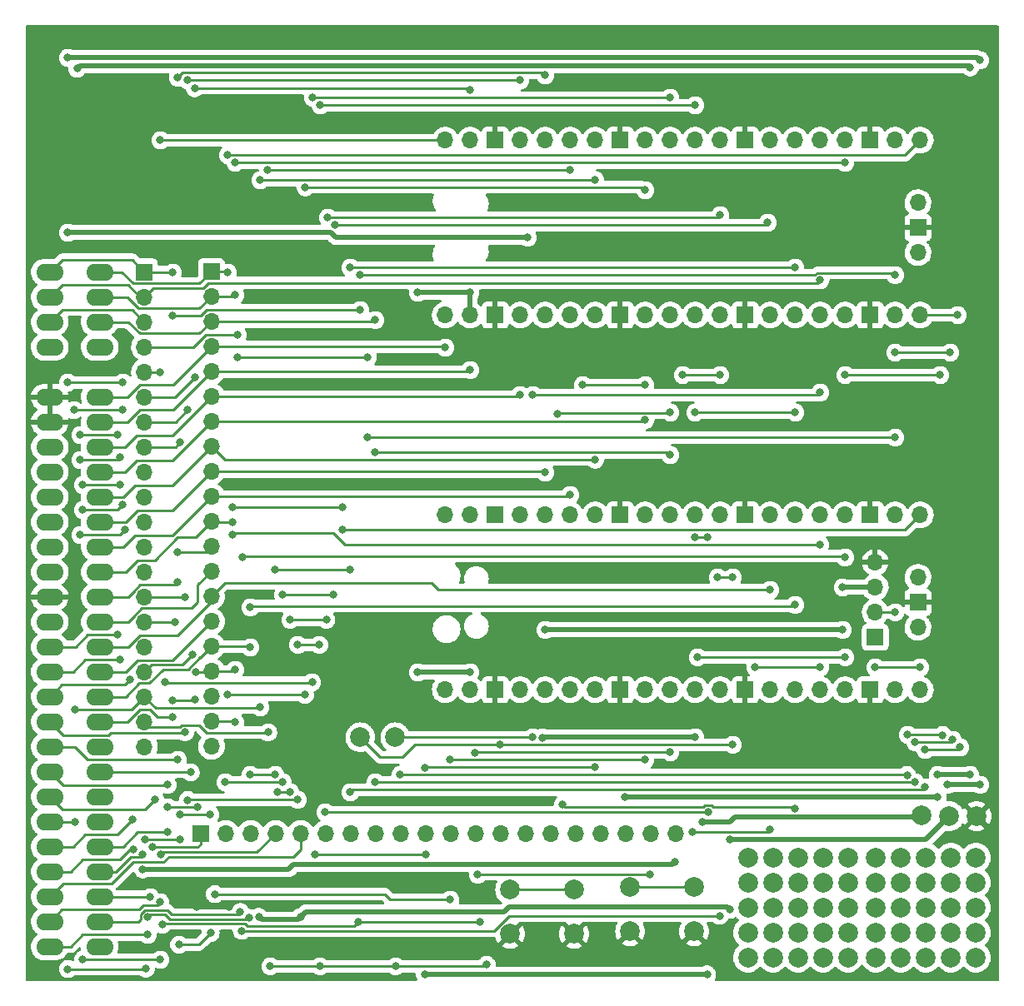
<source format=gtl>
%TF.GenerationSoftware,KiCad,Pcbnew,6.0.11-2627ca5db0~126~ubuntu22.04.1*%
%TF.CreationDate,2023-11-30T20:29:00+00:00*%
%TF.ProjectId,zx-spectrum-diagnostics,7a782d73-7065-4637-9472-756d2d646961,1.1*%
%TF.SameCoordinates,Original*%
%TF.FileFunction,Copper,L1,Top*%
%TF.FilePolarity,Positive*%
%FSLAX46Y46*%
G04 Gerber Fmt 4.6, Leading zero omitted, Abs format (unit mm)*
G04 Created by KiCad (PCBNEW 6.0.11-2627ca5db0~126~ubuntu22.04.1) date 2023-11-30 20:29:00*
%MOMM*%
%LPD*%
G01*
G04 APERTURE LIST*
%TA.AperFunction,ComponentPad*%
%ADD10C,2.000000*%
%TD*%
%TA.AperFunction,ComponentPad*%
%ADD11R,1.700000X1.700000*%
%TD*%
%TA.AperFunction,ComponentPad*%
%ADD12O,1.700000X1.700000*%
%TD*%
%TA.AperFunction,ComponentPad*%
%ADD13O,2.800000X1.727200*%
%TD*%
%TA.AperFunction,ViaPad*%
%ADD14C,0.800000*%
%TD*%
%TA.AperFunction,Conductor*%
%ADD15C,0.250000*%
%TD*%
%TA.AperFunction,Conductor*%
%ADD16C,0.500000*%
%TD*%
G04 APERTURE END LIST*
D10*
%TO.P,,1*%
%TO.N,P1_BLIPPER*%
X109220000Y-128778000D03*
%TD*%
%TO.P,,1*%
%TO.N,P2_BLIPPER*%
X112776000Y-128778000D03*
%TD*%
%TO.P,REF\u002A\u002A17,1*%
%TO.N,N/C*%
X166690000Y-148640000D03*
%TD*%
%TO.P,REF\u002A\u002A20,1*%
%TO.N,N/C*%
X148610000Y-151180000D03*
%TD*%
%TO.P,REF\u002A\u002A19,1*%
%TO.N,N/C*%
X158770000Y-148640000D03*
%TD*%
%TO.P,REF\u002A\u002A,1*%
%TO.N,N/C*%
X148610000Y-141020000D03*
%TD*%
%TO.P,REF\u002A\u002A10,1*%
%TO.N,N/C*%
X148610000Y-146100000D03*
%TD*%
%TO.P,REF\u002A\u002A21,1*%
%TO.N,N/C*%
X151150000Y-151180000D03*
%TD*%
%TO.P,REF\u002A\u002A17,1*%
%TO.N,N/C*%
X153690000Y-148640000D03*
%TD*%
%TO.P,REF\u002A\u002A1,1*%
%TO.N,N/C*%
X151150000Y-141020000D03*
%TD*%
%TO.P,REF\u002A\u002A3,1*%
%TO.N,N/C*%
X169230000Y-141020000D03*
%TD*%
%TO.P,REF\u002A\u002A8,1*%
%TO.N,N/C*%
X169230000Y-143560000D03*
%TD*%
%TO.P,REF\u002A\u002A21,1*%
%TO.N,N/C*%
X164150000Y-151180000D03*
%TD*%
%TO.P,REF\u002A\u002A11,1*%
%TO.N,N/C*%
X164150000Y-146100000D03*
%TD*%
%TO.P,REF\u002A\u002A9,1*%
%TO.N,N/C*%
X158770000Y-143560000D03*
%TD*%
%TO.P,REF\u002A\u002A6,1*%
%TO.N,N/C*%
X164150000Y-143560000D03*
%TD*%
%TO.P,REF\u002A\u002A18,1*%
%TO.N,N/C*%
X156230000Y-148640000D03*
%TD*%
%TO.P,REF\u002A\u002A24,1*%
%TO.N,N/C*%
X158770000Y-151180000D03*
%TD*%
%TO.P,REF\u002A\u002A12,1*%
%TO.N,N/C*%
X166690000Y-146100000D03*
%TD*%
%TO.P,REF\u002A\u002A,1*%
%TO.N,N/C*%
X161610000Y-141020000D03*
%TD*%
%TO.P,,1*%
%TO.N,3V3_PICO1*%
X166270000Y-136750000D03*
%TD*%
%TO.P,REF\u002A\u002A13,1*%
%TO.N,N/C*%
X156230000Y-146100000D03*
%TD*%
%TO.P,REF\u002A\u002A24,1*%
%TO.N,N/C*%
X171770000Y-151180000D03*
%TD*%
%TO.P,REF\u002A\u002A3,1*%
%TO.N,N/C*%
X156230000Y-141020000D03*
%TD*%
%TO.P,REF\u002A\u002A22,1*%
%TO.N,N/C*%
X166690000Y-151180000D03*
%TD*%
%TO.P,REF\u002A\u002A13,1*%
%TO.N,N/C*%
X169230000Y-146100000D03*
%TD*%
%TO.P,,1*%
%TO.N,GND*%
X171850000Y-136810000D03*
%TD*%
%TO.P,REF\u002A\u002A2,1*%
%TO.N,N/C*%
X166690000Y-141020000D03*
%TD*%
D11*
%TO.P,J101,1,Pin_1*%
%TO.N,OLED_SDA*%
X161544000Y-118608000D03*
D12*
%TO.P,J101,2,Pin_2*%
%TO.N,OLED_SCK*%
X161544000Y-116068000D03*
%TO.P,J101,3,Pin_3*%
%TO.N,3V3_PICO1*%
X161544000Y-113528000D03*
%TO.P,J101,4,Pin_4*%
%TO.N,GND*%
X161544000Y-110988000D03*
%TD*%
D10*
%TO.P,SW101,1,A*%
%TO.N,GND*%
X143138000Y-148524000D03*
X136638000Y-148524000D03*
%TO.P,SW101,2,B*%
%TO.N,INPUT1*%
X136638000Y-144024000D03*
X143138000Y-144024000D03*
%TD*%
D13*
%TO.P,Z101,A1,A15*%
%TO.N,ZXA15*%
X82738000Y-81504000D03*
%TO.P,Z101,A2,A13*%
%TO.N,ZXA13*%
X82738000Y-84044000D03*
%TO.P,Z101,A3,D7*%
%TO.N,ZXD7*%
X82738000Y-86584000D03*
%TO.P,Z101,A4,NC*%
%TO.N,unconnected-(Z101-PadA4)*%
X82738000Y-89124000D03*
%TO.P,Z101,A6,D0*%
%TO.N,ZXD0*%
X82738000Y-94204000D03*
%TO.P,Z101,A7,D1*%
%TO.N,ZXD1*%
X82738000Y-96744000D03*
%TO.P,Z101,A8,D2*%
%TO.N,ZXD2*%
X82738000Y-99284000D03*
%TO.P,Z101,A9,D6*%
%TO.N,ZXD6*%
X82738000Y-101824000D03*
%TO.P,Z101,A10,D5*%
%TO.N,ZXD5*%
X82738000Y-104364000D03*
%TO.P,Z101,A11,D3*%
%TO.N,ZXD3*%
X82738000Y-106904000D03*
%TO.P,Z101,A12,D4*%
%TO.N,ZXD4*%
X82738000Y-109444000D03*
%TO.P,Z101,A13,~{INT}*%
%TO.N,ZXINT*%
X82738000Y-111984000D03*
%TO.P,Z101,A14,~{NMI}*%
%TO.N,ZXNMI*%
X82738000Y-114524000D03*
%TO.P,Z101,A15,~{HALT}*%
%TO.N,ZXHALT*%
X82738000Y-117064000D03*
%TO.P,Z101,A16,~{MREQ}*%
%TO.N,ZXMREQ*%
X82738000Y-119604000D03*
%TO.P,Z101,A17,~{IORQ}*%
%TO.N,ZXIORQ*%
X82738000Y-122144000D03*
%TO.P,Z101,A18,~{RD}*%
%TO.N,ZXRD*%
X82738000Y-124684000D03*
%TO.P,Z101,A19,~{WR}*%
%TO.N,ZXWR*%
X82738000Y-127224000D03*
%TO.P,Z101,A20,-5V*%
%TO.N,ZXMIN5V*%
X82738000Y-129764000D03*
%TO.P,Z101,A21,~{WAIT}*%
%TO.N,ZXWAIT*%
X82738000Y-132304000D03*
%TO.P,Z101,A22,+12V*%
%TO.N,ZX12V*%
X82738000Y-134844000D03*
%TO.P,Z101,A23,+12VAC*%
%TO.N,ZX12VAC*%
X82738000Y-137384000D03*
%TO.P,Z101,A24,~{M1}*%
%TO.N,ZXM1*%
X82738000Y-139924000D03*
%TO.P,Z101,A25,~{RFSH}*%
%TO.N,ZXRFSH*%
X82738000Y-142464000D03*
%TO.P,Z101,A26,A8*%
%TO.N,ZXA8*%
X82738000Y-145004000D03*
%TO.P,Z101,A27,A10*%
%TO.N,ZXA10*%
X82738000Y-147544000D03*
%TO.P,Z101,A28,NC*%
%TO.N,unconnected-(Z101-PadA28)*%
X82738000Y-150084000D03*
%TO.P,Z101,B1,A14*%
%TO.N,ZXA14*%
X77658000Y-81504000D03*
%TO.P,Z101,B2,A12*%
%TO.N,ZXA12*%
X77658000Y-84044000D03*
%TO.P,Z101,B3,+5v*%
%TO.N,+5V*%
X77658000Y-86584000D03*
%TO.P,Z101,B4,+9V*%
%TO.N,ZX9V*%
X77658000Y-89124000D03*
%TO.P,Z101,B6,GND*%
%TO.N,GND*%
X77658000Y-94204000D03*
%TO.P,Z101,B7,GND*%
X77658000Y-96744000D03*
%TO.P,Z101,B8,CLK*%
%TO.N,ZXCLK*%
X77658000Y-99284000D03*
%TO.P,Z101,B9,A0*%
%TO.N,ZXA0*%
X77658000Y-101824000D03*
%TO.P,Z101,B10,A1*%
%TO.N,ZXA1*%
X77658000Y-104364000D03*
%TO.P,Z101,B11,A2*%
%TO.N,ZXA2*%
X77658000Y-106904000D03*
%TO.P,Z101,B12,A3*%
%TO.N,ZXA3*%
X77658000Y-109444000D03*
%TO.P,Z101,B13,~{IORQGE}*%
%TO.N,ZXIORQGE*%
X77658000Y-111984000D03*
%TO.P,Z101,B14,GND*%
%TO.N,GND*%
X77658000Y-114524000D03*
%TO.P,Z101,B15,VIDEO*%
%TO.N,ZXVIDEO*%
X77658000Y-117064000D03*
%TO.P,Z101,B16,Y*%
%TO.N,ZXY*%
X77658000Y-119604000D03*
%TO.P,Z101,B17,V*%
%TO.N,ZXV*%
X77658000Y-122144000D03*
%TO.P,Z101,B18,U*%
%TO.N,ZXU*%
X77658000Y-124684000D03*
%TO.P,Z101,B19,~{BUSRQ}*%
%TO.N,ZXBUSRQ*%
X77658000Y-127224000D03*
%TO.P,Z101,B20,~{RESET}*%
%TO.N,ZXRESET*%
X77658000Y-129764000D03*
%TO.P,Z101,B21,A7*%
%TO.N,ZXA7*%
X77658000Y-132304000D03*
%TO.P,Z101,B22,A6*%
%TO.N,ZXA6*%
X77658000Y-134844000D03*
%TO.P,Z101,B23,A5*%
%TO.N,ZXA5*%
X77658000Y-137384000D03*
%TO.P,Z101,B24,A4*%
%TO.N,ZXA4*%
X77658000Y-139924000D03*
%TO.P,Z101,B25,~{ROMCS}*%
%TO.N,ZXROMCS*%
X77658000Y-142464000D03*
%TO.P,Z101,B26,~{BUSACK}*%
%TO.N,ZXBUSACK*%
X77658000Y-145004000D03*
%TO.P,Z101,B27,A9*%
%TO.N,ZXA9*%
X77658000Y-147544000D03*
%TO.P,Z101,B28,A11*%
%TO.N,ZXA11*%
X77658000Y-150084000D03*
%TD*%
D10*
%TO.P,REF\u002A\u002A15,1*%
%TO.N,N/C*%
X161610000Y-148640000D03*
%TD*%
%TO.P,REF\u002A\u002A5,1*%
%TO.N,N/C*%
X148610000Y-143560000D03*
%TD*%
%TO.P,,1*%
%TO.N,+5V*%
X169050000Y-136800000D03*
%TD*%
%TO.P,REF\u002A\u002A2,1*%
%TO.N,N/C*%
X153690000Y-141020000D03*
%TD*%
%TO.P,REF\u002A\u002A6,1*%
%TO.N,N/C*%
X151150000Y-143560000D03*
%TD*%
%TO.P,REF\u002A\u002A11,1*%
%TO.N,N/C*%
X151150000Y-146100000D03*
%TD*%
%TO.P,REF\u002A\u002A14,1*%
%TO.N,N/C*%
X171770000Y-146100000D03*
%TD*%
%TO.P,SW102,1,A*%
%TO.N,GND*%
X130946000Y-148778000D03*
X124446000Y-148778000D03*
%TO.P,SW102,2,B*%
%TO.N,INPUT2*%
X130946000Y-144278000D03*
X124446000Y-144278000D03*
%TD*%
%TO.P,REF\u002A\u002A1,1*%
%TO.N,N/C*%
X164150000Y-141020000D03*
%TD*%
%TO.P,REF\u002A\u002A16,1*%
%TO.N,N/C*%
X164150000Y-148640000D03*
%TD*%
%TO.P,REF\u002A\u002A10,1*%
%TO.N,N/C*%
X161610000Y-146100000D03*
%TD*%
%TO.P,REF\u002A\u002A4,1*%
%TO.N,N/C*%
X158770000Y-141020000D03*
%TD*%
%TO.P,REF\u002A\u002A20,1*%
%TO.N,N/C*%
X161610000Y-151180000D03*
%TD*%
%TO.P,REF\u002A\u002A16,1*%
%TO.N,N/C*%
X151150000Y-148640000D03*
%TD*%
%TO.P,REF\u002A\u002A15,1*%
%TO.N,N/C*%
X148610000Y-148640000D03*
%TD*%
%TO.P,REF\u002A\u002A14,1*%
%TO.N,N/C*%
X158770000Y-146100000D03*
%TD*%
%TO.P,REF\u002A\u002A7,1*%
%TO.N,N/C*%
X166690000Y-143560000D03*
%TD*%
%TO.P,REF\u002A\u002A9,1*%
%TO.N,N/C*%
X171770000Y-143560000D03*
%TD*%
%TO.P,REF\u002A\u002A12,1*%
%TO.N,N/C*%
X153690000Y-146100000D03*
%TD*%
%TO.P,REF\u002A\u002A19,1*%
%TO.N,N/C*%
X171770000Y-148640000D03*
%TD*%
%TO.P,REF\u002A\u002A7,1*%
%TO.N,N/C*%
X153690000Y-143560000D03*
%TD*%
%TO.P,REF\u002A\u002A23,1*%
%TO.N,N/C*%
X169230000Y-151180000D03*
%TD*%
%TO.P,REF\u002A\u002A23,1*%
%TO.N,N/C*%
X156230000Y-151180000D03*
%TD*%
%TO.P,REF\u002A\u002A22,1*%
%TO.N,N/C*%
X153690000Y-151180000D03*
%TD*%
%TO.P,REF\u002A\u002A4,1*%
%TO.N,N/C*%
X171770000Y-141020000D03*
%TD*%
%TO.P,REF\u002A\u002A5,1*%
%TO.N,N/C*%
X161610000Y-143560000D03*
%TD*%
%TO.P,REF\u002A\u002A8,1*%
%TO.N,N/C*%
X156230000Y-143560000D03*
%TD*%
%TO.P,REF\u002A\u002A18,1*%
%TO.N,N/C*%
X169230000Y-148640000D03*
%TD*%
D11*
%TO.P,J203,1,Pin_1*%
%TO.N,ZXA14*%
X87285000Y-81470000D03*
D12*
%TO.P,J203,2,Pin_2*%
%TO.N,ZXA12*%
X87285000Y-84010000D03*
%TO.P,J203,3,Pin_3*%
%TO.N,+5V*%
X87285000Y-86550000D03*
%TO.P,J203,4,Pin_4*%
%TO.N,ZXCLK*%
X87285000Y-89090000D03*
%TO.P,J203,5,Pin_5*%
%TO.N,ZXA0*%
X87285000Y-91630000D03*
%TO.P,J203,6,Pin_6*%
%TO.N,ZXA1*%
X87285000Y-94170000D03*
%TO.P,J203,7,Pin_7*%
%TO.N,ZXA2*%
X87285000Y-96710000D03*
%TO.P,J203,8,Pin_8*%
%TO.N,ZXA3*%
X87285000Y-99250000D03*
%TO.P,J203,9,Pin_9*%
%TO.N,ZXIORQGE*%
X87285000Y-101790000D03*
%TO.P,J203,10,Pin_10*%
%TO.N,ZXVIDEO*%
X87285000Y-104330000D03*
%TO.P,J203,11,Pin_11*%
%TO.N,ZXY*%
X87285000Y-106870000D03*
%TO.P,J203,12,Pin_12*%
%TO.N,ZXV*%
X87285000Y-109410000D03*
%TO.P,J203,13,Pin_13*%
%TO.N,ZXU*%
X87285000Y-111950000D03*
%TO.P,J203,14,Pin_14*%
%TO.N,ZXBUSRQ*%
X87285000Y-114490000D03*
%TO.P,J203,15,Pin_15*%
%TO.N,ZXRESET*%
X87285000Y-117030000D03*
%TO.P,J203,16,Pin_16*%
%TO.N,ZXA7*%
X87285000Y-119570000D03*
%TO.P,J203,17,Pin_17*%
%TO.N,ZXA6*%
X87285000Y-122110000D03*
%TO.P,J203,18,Pin_18*%
%TO.N,ZXA5*%
X87285000Y-124650000D03*
%TO.P,J203,19,Pin_19*%
%TO.N,ZXA4*%
X87285000Y-127190000D03*
%TO.P,J203,20,Pin_20*%
%TO.N,ZXROMCS*%
X87285000Y-129730000D03*
%TD*%
D11*
%TO.P,J202,1,Pin_1*%
%TO.N,ZXA8*%
X92990000Y-138565000D03*
D12*
%TO.P,J202,2,Pin_2*%
%TO.N,ZXA10*%
X95530000Y-138565000D03*
%TO.P,J202,3,Pin_3*%
%TO.N,ZXA11*%
X98070000Y-138565000D03*
%TO.P,J202,4,Pin_4*%
%TO.N,ZXA9*%
X100610000Y-138565000D03*
%TO.P,J202,5,Pin_5*%
%TO.N,ZXBUSACK*%
X103150000Y-138565000D03*
%TO.P,J202,6,Pin_6*%
%TO.N,PICO_SIGNAL*%
X105690000Y-138565000D03*
%TO.P,J202,7,Pin_7*%
%TO.N,P2_GPIO16*%
X108230000Y-138565000D03*
%TO.P,J202,8,Pin_8*%
%TO.N,P2_GPIO17*%
X110770000Y-138565000D03*
%TO.P,J202,9,Pin_9*%
%TO.N,P2_GPIO18*%
X113310000Y-138565000D03*
%TO.P,J202,10,Pin_10*%
%TO.N,5V_DIV*%
X115850000Y-138565000D03*
%TO.P,J202,11,Pin_11*%
%TO.N,12V_DIV*%
X118390000Y-138565000D03*
%TO.P,J202,12,Pin_12*%
%TO.N,MIN5V_DIV*%
X120930000Y-138565000D03*
%TO.P,J202,13,Pin_13*%
%TO.N,P1_BLIPPER*%
X123470000Y-138565000D03*
%TO.P,J202,14,Pin_14*%
%TO.N,P2_BLIPPER*%
X126010000Y-138565000D03*
%TO.P,J202,15,Pin_15*%
%TO.N,P2_GPIO26*%
X128550000Y-138565000D03*
%TO.P,J202,16,Pin_16*%
%TO.N,P2_GPIO27*%
X131090000Y-138565000D03*
%TO.P,J202,17,Pin_17*%
%TO.N,P2_GPIO28*%
X133630000Y-138565000D03*
%TO.P,J202,18,Pin_18*%
%TO.N,ZX9V*%
X136170000Y-138565000D03*
%TO.P,J202,19,Pin_19*%
%TO.N,ZXMIN5V*%
X138710000Y-138565000D03*
%TO.P,J202,20,Pin_20*%
%TO.N,ZX12V*%
X141250000Y-138565000D03*
%TD*%
%TO.P,U102,1,GPIO0*%
%TO.N,ZXA0*%
X117856000Y-68072000D03*
%TO.P,U102,2,GPIO1*%
%TO.N,ZXA1*%
X120396000Y-68072000D03*
D11*
%TO.P,U102,3,GND*%
%TO.N,GND*%
X122936000Y-68072000D03*
D12*
%TO.P,U102,4,GPIO2*%
%TO.N,ZXA2*%
X125476000Y-68072000D03*
%TO.P,U102,5,GPIO3*%
%TO.N,ZXA3*%
X128016000Y-68072000D03*
%TO.P,U102,6,GPIO4*%
%TO.N,ZXA4*%
X130556000Y-68072000D03*
%TO.P,U102,7,GPIO5*%
%TO.N,ZXA5*%
X133096000Y-68072000D03*
D11*
%TO.P,U102,8,GND*%
%TO.N,GND*%
X135636000Y-68072000D03*
D12*
%TO.P,U102,9,GPIO6*%
%TO.N,ZXA6*%
X138176000Y-68072000D03*
%TO.P,U102,10,GPIO7*%
%TO.N,ZXA7*%
X140716000Y-68072000D03*
%TO.P,U102,11,GPIO8*%
%TO.N,ZXA8*%
X143256000Y-68072000D03*
%TO.P,U102,12,GPIO9*%
%TO.N,ZXA9*%
X145796000Y-68072000D03*
D11*
%TO.P,U102,13,GND*%
%TO.N,GND*%
X148336000Y-68072000D03*
D12*
%TO.P,U102,14,GPIO10*%
%TO.N,ZXA10*%
X150876000Y-68072000D03*
%TO.P,U102,15,GPIO11*%
%TO.N,ZXA11*%
X153416000Y-68072000D03*
%TO.P,U102,16,GPIO12*%
%TO.N,ZXA12*%
X155956000Y-68072000D03*
%TO.P,U102,17,GPIO13*%
%TO.N,ZXA13*%
X158496000Y-68072000D03*
D11*
%TO.P,U102,18,GND*%
%TO.N,GND*%
X161036000Y-68072000D03*
D12*
%TO.P,U102,19,GPIO14*%
%TO.N,ZXA14*%
X163576000Y-68072000D03*
%TO.P,U102,20,GPIO15*%
%TO.N,ZXA15*%
X166116000Y-68072000D03*
%TO.P,U102,21,GPIO16*%
%TO.N,P2_GPIO16*%
X166116000Y-85852000D03*
%TO.P,U102,22,GPIO17*%
%TO.N,P2_GPIO17*%
X163576000Y-85852000D03*
D11*
%TO.P,U102,23,GND*%
%TO.N,GND*%
X161036000Y-85852000D03*
D12*
%TO.P,U102,24,GPIO18*%
%TO.N,P2_GPIO18*%
X158496000Y-85852000D03*
%TO.P,U102,25,GPIO19*%
%TO.N,P2_BLIPPER*%
X155956000Y-85852000D03*
%TO.P,U102,26,GPIO20*%
%TO.N,PICO_SIGNAL*%
X153416000Y-85852000D03*
%TO.P,U102,27,GPIO21*%
%TO.N,P2_LINKIN*%
X150876000Y-85852000D03*
D11*
%TO.P,U102,28,GND*%
%TO.N,GND*%
X148336000Y-85852000D03*
D12*
%TO.P,U102,29,GPIO22*%
%TO.N,P2_LINKOUT*%
X145796000Y-85852000D03*
%TO.P,U102,30,RUN*%
%TO.N,unconnected-(U102-Pad30)*%
X143256000Y-85852000D03*
%TO.P,U102,31,GPIO26_ADC0*%
%TO.N,P2_GPIO26*%
X140716000Y-85852000D03*
%TO.P,U102,32,GPIO27_ADC1*%
%TO.N,P2_GPIO27*%
X138176000Y-85852000D03*
D11*
%TO.P,U102,33,AGND*%
%TO.N,GND*%
X135636000Y-85852000D03*
D12*
%TO.P,U102,34,GPIO28_ADC2*%
%TO.N,P2_GPIO28*%
X133096000Y-85852000D03*
%TO.P,U102,35,ADC_VREF*%
%TO.N,unconnected-(U102-Pad35)*%
X130556000Y-85852000D03*
%TO.P,U102,36,3V3*%
%TO.N,3V3_PICO2*%
X128016000Y-85852000D03*
%TO.P,U102,37,3V3_EN*%
%TO.N,unconnected-(U102-Pad37)*%
X125476000Y-85852000D03*
D11*
%TO.P,U102,38,GND*%
%TO.N,GND*%
X122936000Y-85852000D03*
D12*
%TO.P,U102,39,VSYS*%
%TO.N,PICO_PWR*%
X120396000Y-85852000D03*
%TO.P,U102,40,VBUS*%
%TO.N,unconnected-(U102-Pad40)*%
X117856000Y-85852000D03*
%TO.P,U102,41,SWCLK*%
%TO.N,P2_SWCLK*%
X165886000Y-74422000D03*
D11*
%TO.P,U102,42,GND*%
%TO.N,GND*%
X165886000Y-76962000D03*
D12*
%TO.P,U102,43,SWDIO*%
%TO.N,P2_SWDIO*%
X165886000Y-79502000D03*
%TD*%
%TO.P,U101,1,GPIO0*%
%TO.N,ZXD0*%
X117856000Y-106172000D03*
%TO.P,U101,2,GPIO1*%
%TO.N,ZXD1*%
X120396000Y-106172000D03*
D11*
%TO.P,U101,3,GND*%
%TO.N,GND*%
X122936000Y-106172000D03*
D12*
%TO.P,U101,4,GPIO2*%
%TO.N,ZXD2*%
X125476000Y-106172000D03*
%TO.P,U101,5,GPIO3*%
%TO.N,ZXD3*%
X128016000Y-106172000D03*
%TO.P,U101,6,GPIO4*%
%TO.N,ZXD4*%
X130556000Y-106172000D03*
%TO.P,U101,7,GPIO5*%
%TO.N,ZXD5*%
X133096000Y-106172000D03*
D11*
%TO.P,U101,8,GND*%
%TO.N,GND*%
X135636000Y-106172000D03*
D12*
%TO.P,U101,9,GPIO6*%
%TO.N,ZXD6*%
X138176000Y-106172000D03*
%TO.P,U101,10,GPIO7*%
%TO.N,ZXD7*%
X140716000Y-106172000D03*
%TO.P,U101,11,GPIO8*%
%TO.N,PICO_SIGNAL*%
X143256000Y-106172000D03*
%TO.P,U101,12,GPIO9*%
%TO.N,P1_BLIPPER*%
X145796000Y-106172000D03*
D11*
%TO.P,U101,13,GND*%
%TO.N,GND*%
X148336000Y-106172000D03*
D12*
%TO.P,U101,14,GPIO10*%
%TO.N,ZXMREQ*%
X150876000Y-106172000D03*
%TO.P,U101,15,GPIO11*%
%TO.N,ZXRD*%
X153416000Y-106172000D03*
%TO.P,U101,16,GPIO12*%
%TO.N,ZXWR*%
X155956000Y-106172000D03*
%TO.P,U101,17,GPIO13*%
%TO.N,ZXM1*%
X158496000Y-106172000D03*
D11*
%TO.P,U101,18,GND*%
%TO.N,GND*%
X161036000Y-106172000D03*
D12*
%TO.P,U101,19,GPIO14*%
%TO.N,ZXCLK*%
X163576000Y-106172000D03*
%TO.P,U101,20,GPIO15*%
%TO.N,ZXINT*%
X166116000Y-106172000D03*
%TO.P,U101,21,GPIO16*%
%TO.N,OLED_SDA*%
X166116000Y-123952000D03*
%TO.P,U101,22,GPIO17*%
%TO.N,OLED_SCK*%
X163576000Y-123952000D03*
D11*
%TO.P,U101,23,GND*%
%TO.N,GND*%
X161036000Y-123952000D03*
D12*
%TO.P,U101,24,GPIO18*%
%TO.N,P2_LINKOUT*%
X158496000Y-123952000D03*
%TO.P,U101,25,GPIO19*%
%TO.N,P2_LINKIN*%
X155956000Y-123952000D03*
%TO.P,U101,26,GPIO20*%
%TO.N,INPUT2*%
X153416000Y-123952000D03*
%TO.P,U101,27,GPIO21*%
%TO.N,INPUT1*%
X150876000Y-123952000D03*
D11*
%TO.P,U101,28,GND*%
%TO.N,GND*%
X148336000Y-123952000D03*
D12*
%TO.P,U101,29,GPIO22*%
%TO.N,PICO_RESET_Z80*%
X145796000Y-123952000D03*
%TO.P,U101,30,RUN*%
%TO.N,unconnected-(U101-Pad30)*%
X143256000Y-123952000D03*
%TO.P,U101,31,GPIO26_ADC0*%
%TO.N,MIN5V_DIV*%
X140716000Y-123952000D03*
%TO.P,U101,32,GPIO27_ADC1*%
%TO.N,12V_DIV*%
X138176000Y-123952000D03*
D11*
%TO.P,U101,33,AGND*%
%TO.N,GND*%
X135636000Y-123952000D03*
D12*
%TO.P,U101,34,GPIO28_ADC2*%
%TO.N,5V_DIV*%
X133096000Y-123952000D03*
%TO.P,U101,35,ADC_VREF*%
%TO.N,unconnected-(U101-Pad35)*%
X130556000Y-123952000D03*
%TO.P,U101,36,3V3*%
%TO.N,3V3_PICO1*%
X128016000Y-123952000D03*
%TO.P,U101,37,3V3_EN*%
%TO.N,unconnected-(U101-Pad37)*%
X125476000Y-123952000D03*
D11*
%TO.P,U101,38,GND*%
%TO.N,GND*%
X122936000Y-123952000D03*
D12*
%TO.P,U101,39,VSYS*%
%TO.N,PICO_PWR*%
X120396000Y-123952000D03*
%TO.P,U101,40,VBUS*%
%TO.N,unconnected-(U101-Pad40)*%
X117856000Y-123952000D03*
%TO.P,U101,41,SWCLK*%
%TO.N,P1_SWCLK*%
X165886000Y-112522000D03*
D11*
%TO.P,U101,42,GND*%
%TO.N,GND*%
X165886000Y-115062000D03*
D12*
%TO.P,U101,43,SWDIO*%
%TO.N,P1_SWDIO*%
X165886000Y-117602000D03*
%TD*%
D11*
%TO.P,J201,1,Pin_1*%
%TO.N,ZXA15*%
X94090000Y-81430000D03*
D12*
%TO.P,J201,2,Pin_2*%
%TO.N,ZXA13*%
X94090000Y-83970000D03*
%TO.P,J201,3,Pin_3*%
%TO.N,ZXD7*%
X94090000Y-86510000D03*
%TO.P,J201,4,Pin_4*%
%TO.N,ZXD0*%
X94090000Y-89050000D03*
%TO.P,J201,5,Pin_5*%
%TO.N,ZXD1*%
X94090000Y-91590000D03*
%TO.P,J201,6,Pin_6*%
%TO.N,ZXD2*%
X94090000Y-94130000D03*
%TO.P,J201,7,Pin_7*%
%TO.N,ZXD6*%
X94090000Y-96670000D03*
%TO.P,J201,8,Pin_8*%
%TO.N,ZXD5*%
X94090000Y-99210000D03*
%TO.P,J201,9,Pin_9*%
%TO.N,ZXD3*%
X94090000Y-101750000D03*
%TO.P,J201,10,Pin_10*%
%TO.N,ZXD4*%
X94090000Y-104290000D03*
%TO.P,J201,11,Pin_11*%
%TO.N,ZXINT*%
X94090000Y-106830000D03*
%TO.P,J201,12,Pin_12*%
%TO.N,ZXNMI*%
X94090000Y-109370000D03*
%TO.P,J201,13,Pin_13*%
%TO.N,ZXHALT*%
X94090000Y-111910000D03*
%TO.P,J201,14,Pin_14*%
%TO.N,ZXMREQ*%
X94090000Y-114450000D03*
%TO.P,J201,15,Pin_15*%
%TO.N,ZXIORQ*%
X94090000Y-116990000D03*
%TO.P,J201,16,Pin_16*%
%TO.N,ZXRD*%
X94090000Y-119530000D03*
%TO.P,J201,17,Pin_17*%
%TO.N,ZXWR*%
X94090000Y-122070000D03*
%TO.P,J201,18,Pin_18*%
%TO.N,ZXWAIT*%
X94090000Y-124610000D03*
%TO.P,J201,19,Pin_19*%
%TO.N,ZXM1*%
X94090000Y-127150000D03*
%TO.P,J201,20,Pin_20*%
%TO.N,ZXRFSH*%
X94090000Y-129690000D03*
%TD*%
D14*
%TO.N,P2_BLIPPER*%
X126746000Y-128778000D03*
%TO.N,GND*%
X108903000Y-143573000D03*
%TO.N,ZX12V*%
X87122000Y-142202500D03*
%TO.N,ZXWR*%
X92464952Y-122182952D03*
X92456000Y-124968000D03*
%TO.N,ZXA4*%
X86106000Y-137160000D03*
%TO.N,GND*%
X122936000Y-102870000D03*
X135636000Y-102616000D03*
%TO.N,PICO_SIGNAL*%
X153416000Y-95758000D03*
X143256000Y-95758000D03*
%TO.N,P2_LINKOUT*%
X145796000Y-91948000D03*
X158496000Y-120650000D03*
X141986000Y-91948000D03*
X143510000Y-120650000D03*
%TO.N,P2_LINKIN*%
X155956000Y-121666000D03*
X149352000Y-121666000D03*
%TO.N,PICO_PWR*%
X120396000Y-122174000D03*
X115062000Y-83566000D03*
X115062000Y-122174000D03*
%TO.N,3V3_PICO1*%
X128016000Y-117856000D03*
X158242000Y-113538000D03*
X158242000Y-117856000D03*
%TO.N,OLED_SDA*%
X161544000Y-121666000D03*
X166116000Y-121666000D03*
%TO.N,OLED_SCK*%
X163576000Y-116078000D03*
%TO.N,INPUT1*%
X150876000Y-138176000D03*
X143002000Y-138430000D03*
%TO.N,INPUT2*%
X153416000Y-136056500D03*
X129794000Y-135636000D03*
%TO.N,3V3_PICO1*%
X127762000Y-128815500D03*
X143256000Y-128778000D03*
%TO.N,P2_GPIO27*%
X138176000Y-92964000D03*
X131826000Y-92964000D03*
%TO.N,P2_GPIO26*%
X140716000Y-95758000D03*
X129286000Y-95945500D03*
%TO.N,P2_BLIPPER*%
X155956000Y-93726000D03*
X126746000Y-93980000D03*
%TO.N,P1_BLIPPER*%
X145542000Y-112522000D03*
X147066000Y-112522000D03*
X147066000Y-129540000D03*
X123444000Y-129540000D03*
%TO.N,MIN5V_DIV*%
X140716000Y-130302000D03*
X120904000Y-130339500D03*
%TO.N,12V_DIV*%
X138176000Y-131064000D03*
X118364000Y-131064000D03*
%TO.N,5V_DIV*%
X133096000Y-131826000D03*
X115824000Y-131863500D03*
%TO.N,P2_GPIO18*%
X158496000Y-91948000D03*
X168148000Y-91948000D03*
X168402000Y-128561500D03*
X164776364Y-132625500D03*
X164846000Y-128524000D03*
X113284000Y-132588000D03*
%TO.N,P2_GPIO17*%
X169164000Y-89662000D03*
X165608000Y-129286000D03*
X169418000Y-129032000D03*
X110744000Y-133350000D03*
X165608000Y-133350000D03*
X163576000Y-89662000D03*
%TO.N,P2_GPIO16*%
X169926000Y-85852000D03*
X108204000Y-134366000D03*
X166624000Y-133858000D03*
X166624000Y-130048000D03*
X170180000Y-129794000D03*
%TO.N,PICO_SIGNAL*%
X143256000Y-108458000D03*
X144573397Y-136398000D03*
X105664000Y-136398000D03*
X144526000Y-108458000D03*
%TO.N,ZXD4*%
X130556000Y-104140000D03*
%TO.N,ZXD3*%
X128016000Y-101854000D03*
%TO.N,ZXD5*%
X133096000Y-100546500D03*
%TO.N,ZXD6*%
X138176000Y-96520000D03*
%TO.N,ZXD2*%
X125476000Y-93980000D03*
%TO.N,ZXD1*%
X120396000Y-91440000D03*
%TO.N,ZXD0*%
X117856000Y-89154000D03*
%TO.N,ZXD7*%
X140716000Y-100076000D03*
X110744000Y-86360000D03*
X110744000Y-99822000D03*
%TO.N,PICO_PWR*%
X120396000Y-83566000D03*
%TO.N,ZXA14*%
X109220000Y-81788000D03*
X90170000Y-85909500D03*
X163576000Y-81788000D03*
X109220000Y-85344000D03*
%TO.N,ZXA12*%
X155956000Y-82296000D03*
%TO.N,ZXA11*%
X108204000Y-81026000D03*
X153416000Y-81026000D03*
X108204000Y-111760000D03*
%TO.N,ZXA10*%
X106680000Y-76708000D03*
X150622000Y-76454000D03*
X106492500Y-114300000D03*
%TO.N,ZXA9*%
X145796000Y-75692000D03*
X105768000Y-116840000D03*
X105918000Y-75946000D03*
%TO.N,ZXA8*%
X143256000Y-64516000D03*
X105043500Y-119380000D03*
X105156000Y-64516000D03*
%TO.N,ZXA7*%
X140716000Y-63754000D03*
X104394000Y-63754000D03*
X104319000Y-123190000D03*
%TO.N,ZXA6*%
X103594500Y-124460000D03*
X138176000Y-73152000D03*
X103632000Y-72860500D03*
%TO.N,ZXA5*%
X133096000Y-72136000D03*
X99060000Y-125730000D03*
X99060000Y-72136000D03*
%TO.N,ZXA4*%
X130556000Y-71120000D03*
X99859500Y-128270000D03*
X99822000Y-71120000D03*
%TO.N,ZXA13*%
X158496000Y-70358000D03*
X96520000Y-83820000D03*
X96520000Y-70358000D03*
%TO.N,ZXA15*%
X95758000Y-69596000D03*
X95758000Y-81534000D03*
%TO.N,+5V*%
X126238000Y-77978000D03*
X79502000Y-77470000D03*
%TO.N,ZXA0*%
X88900000Y-68072000D03*
X88900000Y-91694000D03*
%TO.N,ZXA1*%
X120396000Y-62992000D03*
X92379701Y-92202000D03*
X92379701Y-62789969D03*
%TO.N,ZXA2*%
X125476000Y-61976000D03*
X91655201Y-95511299D03*
X91655201Y-61979000D03*
%TO.N,ZXA3*%
X128016000Y-61468000D03*
X90930701Y-98804701D03*
X90678000Y-61722000D03*
%TO.N,ZXA14*%
X90170000Y-81534000D03*
%TO.N,ZXNMI*%
X90678000Y-109986299D03*
X90678000Y-113030000D03*
%TO.N,ZXCLK*%
X96774000Y-87884000D03*
X109982000Y-90170000D03*
X96774000Y-90170000D03*
X163576000Y-98298000D03*
X109982000Y-98298000D03*
%TO.N,ZXINT*%
X96266000Y-105410000D03*
X107442000Y-107696000D03*
X96266000Y-106934000D03*
X107442000Y-105410000D03*
%TO.N,ZXA11*%
X98044000Y-132588000D03*
X100584000Y-111760000D03*
X100584000Y-132588000D03*
%TO.N,ZXA10*%
X95504000Y-133350000D03*
X101346000Y-114300000D03*
X101346000Y-133350000D03*
%TO.N,ZXA8*%
X102870000Y-135128000D03*
X91694000Y-135165500D03*
X102870000Y-119380000D03*
%TO.N,ZXA9*%
X102108000Y-116840000D03*
X102108000Y-134366000D03*
X100838000Y-134366000D03*
%TO.N,ZXMREQ*%
X150876000Y-113792000D03*
%TO.N,ZXRD*%
X153416000Y-115316000D03*
X98044000Y-115570000D03*
X98044000Y-119634000D03*
%TO.N,ZXM1*%
X158496000Y-110490000D03*
X97282000Y-110490000D03*
X96520000Y-127254000D03*
%TO.N,ZXWR*%
X155956000Y-109220000D03*
X96520000Y-121920000D03*
X96266000Y-108204000D03*
%TO.N,ZXA7*%
X89408000Y-123190000D03*
%TO.N,ZXA6*%
X95758000Y-124460000D03*
X92202000Y-120396000D03*
%TO.N,ZXWR*%
X90132500Y-125041470D03*
X90132500Y-126746000D03*
%TO.N,ZX12V*%
X141224000Y-141478000D03*
%TO.N,ZX9V*%
X171196000Y-132588000D03*
X80439403Y-60793903D03*
X167894000Y-134874000D03*
X171196000Y-60668500D03*
X136144000Y-134874000D03*
X167894000Y-132588000D03*
%TO.N,ZXCLK*%
X79502000Y-92710000D03*
X85090000Y-92710000D03*
%TO.N,ZXA0*%
X80107500Y-95504000D03*
X85090000Y-95504000D03*
%TO.N,ZXA1*%
X84582000Y-98044000D03*
X80772000Y-98044000D03*
%TO.N,ZXA2*%
X80772000Y-100584000D03*
X84836000Y-100330000D03*
%TO.N,ZXA3*%
X84836000Y-103124000D03*
X81026000Y-103124000D03*
%TO.N,ZXIORQGE*%
X85090000Y-105156000D03*
X81026000Y-105664000D03*
%TO.N,ZXVIDEO*%
X85344000Y-107696000D03*
X80772000Y-108204000D03*
%TO.N,ZXY*%
X84582000Y-118364000D03*
%TO.N,ZXV*%
X84836000Y-120904000D03*
%TO.N,ZXU*%
X85852000Y-122936000D03*
%TO.N,ZXBUSRQ*%
X91402500Y-128270000D03*
X91438701Y-114554000D03*
%TO.N,ZXRESET*%
X90424000Y-117094000D03*
X90678000Y-131064000D03*
%TO.N,ZXA7*%
X89634500Y-133604000D03*
%TO.N,ZXA6*%
X88392000Y-135128000D03*
%TO.N,ZXA5*%
X80264000Y-125984000D03*
X80264000Y-137414000D03*
%TO.N,ZXWAIT*%
X91985500Y-132334000D03*
%TO.N,ZXM1*%
X92710000Y-135890000D03*
X89662000Y-138430000D03*
X89662000Y-135890000D03*
%TO.N,ZXROMCS*%
X86127500Y-140208000D03*
%TO.N,ZXRFSH*%
X87376000Y-139192000D03*
X93980000Y-136652000D03*
X90932000Y-136652000D03*
X90932000Y-139192000D03*
X87122000Y-140716000D03*
%TO.N,+5V*%
X168910000Y-133604000D03*
X172212000Y-59944000D03*
X172212000Y-133604000D03*
X79502000Y-59690000D03*
%TO.N,ZXA8*%
X87884000Y-145034000D03*
X88138000Y-139954000D03*
%TO.N,ZXA9*%
X88969636Y-140678500D03*
X88900000Y-145542000D03*
%TO.N,ZXA10*%
X97028000Y-146540500D03*
%TO.N,ZXA11*%
X87630000Y-147066000D03*
X87630000Y-148844000D03*
%TO.N,ZXMIN5V*%
X88900000Y-151384000D03*
X81026000Y-151384000D03*
X121333000Y-147574000D03*
X138684000Y-142748000D03*
X121158000Y-142748000D03*
%TO.N,12V_DIV*%
X118364000Y-145300000D03*
%TO.N,+5V*%
X98910000Y-147036000D03*
X146812000Y-139154500D03*
X103140000Y-147036000D03*
X146812000Y-146304000D03*
%TO.N,3V3_PICO1*%
X144018000Y-137414000D03*
X115758000Y-152878000D03*
X144460000Y-152878000D03*
%TO.N,MIN5V_DIV*%
X122060000Y-151910000D03*
X112810000Y-152060000D03*
X105130000Y-152060000D03*
X100070000Y-152060000D03*
%TO.N,GND*%
X117450000Y-150290000D03*
X92580000Y-146050000D03*
X95850000Y-146050000D03*
X92580000Y-151160000D03*
X110770000Y-150180000D03*
%TO.N,ZXMIN5V*%
X89110000Y-147828000D03*
X108970000Y-147580000D03*
%TO.N,5V_DIV*%
X104648000Y-140716000D03*
X115880000Y-140716000D03*
%TO.N,12V_DIV*%
X94440000Y-144720000D03*
%TO.N,ZXRESET*%
X79502000Y-152350000D03*
X87430000Y-152300000D03*
%TO.N,ZXA11*%
X97890214Y-147124596D03*
%TO.N,Net-(Q101-Pad1)*%
X94010000Y-148680000D03*
X90810000Y-149860000D03*
%TO.N,PICO_RESET_Z80*%
X145730000Y-146930000D03*
X97170000Y-148440000D03*
%TD*%
D15*
%TO.N,P1_BLIPPER*%
X123444000Y-129540000D02*
X114808000Y-129540000D01*
X114808000Y-129540000D02*
X113538000Y-130810000D01*
X113538000Y-130810000D02*
X111252000Y-130810000D01*
X111252000Y-130810000D02*
X109220000Y-128778000D01*
%TO.N,P2_BLIPPER*%
X126746000Y-128778000D02*
X112776000Y-128778000D01*
D16*
%TO.N,3V3_PICO1*%
X158242000Y-113538000D02*
X158252000Y-113528000D01*
X158252000Y-113528000D02*
X161544000Y-113528000D01*
D15*
%TO.N,ZXWR*%
X96520000Y-121920000D02*
X96370000Y-122070000D01*
X96370000Y-122070000D02*
X94090000Y-122070000D01*
%TO.N,P2_GPIO16*%
X166624000Y-133858000D02*
X166370000Y-134112000D01*
X166370000Y-134112000D02*
X108458000Y-134112000D01*
X108458000Y-134112000D02*
X108204000Y-134366000D01*
%TO.N,INPUT2*%
X153416000Y-136056500D02*
X153249500Y-135890000D01*
X153249500Y-135890000D02*
X145090702Y-135890000D01*
X144056092Y-135890000D02*
X130048000Y-135890000D01*
X145090702Y-135890000D02*
X144873702Y-135673000D01*
X144873702Y-135673000D02*
X144273092Y-135673000D01*
X144273092Y-135673000D02*
X144056092Y-135890000D01*
X130048000Y-135890000D02*
X129794000Y-135636000D01*
%TO.N,ZXA3*%
X90678000Y-61722000D02*
X91186000Y-61214000D01*
X91186000Y-61214000D02*
X127762000Y-61214000D01*
X127762000Y-61214000D02*
X128016000Y-61468000D01*
%TO.N,P2_GPIO16*%
X169926000Y-85852000D02*
X166116000Y-85852000D01*
X170180000Y-129794000D02*
X169926000Y-130048000D01*
X169926000Y-130048000D02*
X166624000Y-130048000D01*
%TO.N,P2_GPIO17*%
X169164000Y-89662000D02*
X163576000Y-89662000D01*
X169164000Y-129286000D02*
X165608000Y-129286000D01*
X169418000Y-129032000D02*
X169164000Y-129286000D01*
%TO.N,P2_GPIO18*%
X168402000Y-128561500D02*
X168364500Y-128524000D01*
X168364500Y-128524000D02*
X164846000Y-128524000D01*
X168148000Y-91948000D02*
X158496000Y-91948000D01*
%TO.N,PICO_SIGNAL*%
X144573397Y-136398000D02*
X105664000Y-136398000D01*
D16*
%TO.N,3V3_PICO1*%
X146812000Y-137414000D02*
X147320000Y-136906000D01*
X144018000Y-137414000D02*
X146812000Y-137414000D01*
X147320000Y-136906000D02*
X166114000Y-136906000D01*
D15*
%TO.N,ZXBUSACK*%
X103150000Y-138565000D02*
X103150000Y-140208000D01*
X86143000Y-141441000D02*
X83931400Y-143652600D01*
X103150000Y-140208000D02*
X102446000Y-140912000D01*
X102446000Y-140912000D02*
X89761441Y-140912000D01*
X89761441Y-140912000D02*
X89232441Y-141441000D01*
X89232441Y-141441000D02*
X86143000Y-141441000D01*
X83931400Y-143652600D02*
X79009400Y-143652600D01*
X79009400Y-143652600D02*
X77658000Y-145004000D01*
%TO.N,ZXA9*%
X100610000Y-138565000D02*
X98713000Y-140462000D01*
X98713000Y-140462000D02*
X89186136Y-140462000D01*
X89186136Y-140462000D02*
X88969636Y-140678500D01*
D16*
%TO.N,ZX12V*%
X87338500Y-142240000D02*
X101931173Y-142240000D01*
X101931173Y-142240000D02*
X102439173Y-141732000D01*
X102439173Y-141732000D02*
X140970000Y-141732000D01*
X140970000Y-141732000D02*
X141224000Y-141478000D01*
D15*
%TO.N,ZXA7*%
X89408000Y-123190000D02*
X89463000Y-123245000D01*
X89463000Y-123245000D02*
X104264000Y-123245000D01*
X104264000Y-123245000D02*
X104319000Y-123190000D01*
%TO.N,ZXWR*%
X90132500Y-125041470D02*
X92382530Y-125041470D01*
X92382530Y-125041470D02*
X92456000Y-124968000D01*
X92464952Y-122182952D02*
X93977048Y-122182952D01*
%TO.N,ZXRD*%
X92964000Y-120659305D02*
X91761305Y-121862000D01*
X87771701Y-123285000D02*
X86773000Y-123285000D01*
X91761305Y-121862000D02*
X89194701Y-121862000D01*
X89194701Y-121862000D02*
X87771701Y-123285000D01*
X86773000Y-123285000D02*
X85374000Y-124684000D01*
X85374000Y-124684000D02*
X82738000Y-124684000D01*
%TO.N,ZXA6*%
X87285000Y-122110000D02*
X87983000Y-121412000D01*
X87983000Y-121412000D02*
X91186000Y-121412000D01*
X91186000Y-121412000D02*
X92202000Y-120396000D01*
%TO.N,ZXRESET*%
X90360000Y-117030000D02*
X87285000Y-117030000D01*
X90424000Y-117094000D02*
X90360000Y-117030000D01*
%TO.N,ZXRD*%
X94090000Y-119530000D02*
X92915000Y-120705000D01*
%TO.N,ZXWR*%
X90132500Y-126746000D02*
X88646000Y-126746000D01*
X88646000Y-126746000D02*
X87884000Y-125984000D01*
X85589299Y-127224000D02*
X82738000Y-127224000D01*
X87884000Y-125984000D02*
X86829299Y-125984000D01*
X86829299Y-125984000D02*
X85589299Y-127224000D01*
%TO.N,ZXA6*%
X88392000Y-135128000D02*
X87376000Y-136144000D01*
X87376000Y-136144000D02*
X78958000Y-136144000D01*
X78958000Y-136144000D02*
X77658000Y-134844000D01*
%TO.N,ZXA4*%
X77658000Y-139924000D02*
X80040000Y-139924000D01*
X80040000Y-139924000D02*
X81280000Y-138684000D01*
X81280000Y-138684000D02*
X84582000Y-138684000D01*
X84582000Y-138684000D02*
X86106000Y-137160000D01*
%TO.N,ZXA0*%
X80107500Y-95504000D02*
X85090000Y-95504000D01*
%TO.N,ZXCLK*%
X79502000Y-92710000D02*
X85090000Y-92710000D01*
%TO.N,ZXU*%
X77658000Y-124684000D02*
X78898000Y-123444000D01*
X78898000Y-123444000D02*
X85344000Y-123444000D01*
X85344000Y-123444000D02*
X85852000Y-122936000D01*
%TO.N,ZXA5*%
X80264000Y-125984000D02*
X85951000Y-125984000D01*
X85951000Y-125984000D02*
X87285000Y-124650000D01*
D16*
%TO.N,+5V*%
X103140000Y-147036000D02*
X103648000Y-146528000D01*
X103648000Y-146528000D02*
X123852000Y-146528000D01*
X123852000Y-146528000D02*
X124340000Y-146040000D01*
X124340000Y-146040000D02*
X146548000Y-146040000D01*
X146548000Y-146040000D02*
X146812000Y-146304000D01*
X103140000Y-147036000D02*
X102886000Y-147290000D01*
X102886000Y-147290000D02*
X99164000Y-147290000D01*
X99164000Y-147290000D02*
X98910000Y-147036000D01*
D15*
%TO.N,ZXA0*%
X88900000Y-68072000D02*
X117856000Y-68072000D01*
D16*
%TO.N,+5V*%
X106747918Y-77978000D02*
X126238000Y-77978000D01*
X79502000Y-77470000D02*
X106239918Y-77470000D01*
X106239918Y-77470000D02*
X106747918Y-77978000D01*
D15*
%TO.N,ZX9V*%
X80439403Y-60793903D02*
X80744306Y-60489000D01*
D16*
X80744306Y-60489000D02*
X171016500Y-60489000D01*
D15*
X171016500Y-60489000D02*
X171196000Y-60668500D01*
D16*
%TO.N,+5V*%
X79502000Y-59690000D02*
X171958000Y-59690000D01*
X171958000Y-59690000D02*
X172212000Y-59944000D01*
%TO.N,GND*%
X95850000Y-146050000D02*
X92580000Y-146050000D01*
D15*
%TO.N,ZXA10*%
X97028000Y-146540500D02*
X96756500Y-146812000D01*
X96756500Y-146812000D02*
X90063701Y-146812000D01*
X90063701Y-146812000D02*
X89592701Y-146341000D01*
X87329695Y-146341000D02*
X86905000Y-146765695D01*
X89592701Y-146341000D02*
X87329695Y-146341000D01*
X86905000Y-146765695D02*
X86905000Y-147283000D01*
X86905000Y-147283000D02*
X86644000Y-147544000D01*
X86644000Y-147544000D02*
X82738000Y-147544000D01*
%TO.N,PICO_SIGNAL*%
X143256000Y-95758000D02*
X153416000Y-95758000D01*
%TO.N,P2_LINKOUT*%
X141986000Y-91948000D02*
X145796000Y-91948000D01*
X158496000Y-120650000D02*
X143510000Y-120650000D01*
%TO.N,P2_LINKIN*%
X155956000Y-121666000D02*
X149352000Y-121666000D01*
D16*
%TO.N,PICO_PWR*%
X115062000Y-122174000D02*
X120396000Y-122174000D01*
X120396000Y-83566000D02*
X115062000Y-83566000D01*
%TO.N,3V3_PICO1*%
X128016000Y-117856000D02*
X158242000Y-117856000D01*
D15*
%TO.N,OLED_SDA*%
X166116000Y-121666000D02*
X161544000Y-121666000D01*
%TO.N,OLED_SCK*%
X163576000Y-116078000D02*
X161554000Y-116078000D01*
D16*
%TO.N,+5V*%
X146812000Y-139154500D02*
X146819500Y-139162000D01*
X146819500Y-139162000D02*
X166688000Y-139162000D01*
X166688000Y-139162000D02*
X169050000Y-136800000D01*
D15*
%TO.N,INPUT1*%
X143002000Y-138430000D02*
X150622000Y-138430000D01*
X150622000Y-138430000D02*
X150876000Y-138176000D01*
D16*
%TO.N,3V3_PICO1*%
X143256000Y-128778000D02*
X127799500Y-128778000D01*
D15*
X127799500Y-128778000D02*
X127762000Y-128815500D01*
%TO.N,P2_GPIO27*%
X131826000Y-92964000D02*
X138176000Y-92964000D01*
%TO.N,P2_GPIO26*%
X129286000Y-95945500D02*
X129436500Y-95795000D01*
X140679000Y-95795000D02*
X140716000Y-95758000D01*
X129436500Y-95795000D02*
X140679000Y-95795000D01*
%TO.N,P2_BLIPPER*%
X126746000Y-93980000D02*
X155702000Y-93980000D01*
X155702000Y-93980000D02*
X155956000Y-93726000D01*
%TO.N,P1_BLIPPER*%
X147066000Y-112522000D02*
X145542000Y-112522000D01*
X123444000Y-129540000D02*
X147066000Y-129540000D01*
%TO.N,MIN5V_DIV*%
X120941500Y-130302000D02*
X140716000Y-130302000D01*
X120904000Y-130339500D02*
X120941500Y-130302000D01*
%TO.N,12V_DIV*%
X118364000Y-131064000D02*
X138176000Y-131064000D01*
%TO.N,5V_DIV*%
X115824000Y-131863500D02*
X115861500Y-131826000D01*
X115861500Y-131826000D02*
X133096000Y-131826000D01*
%TO.N,P2_GPIO18*%
X164738864Y-132588000D02*
X164776364Y-132625500D01*
X113284000Y-132588000D02*
X164738864Y-132588000D01*
%TO.N,P2_GPIO17*%
X110744000Y-133350000D02*
X165608000Y-133350000D01*
%TO.N,PICO_SIGNAL*%
X144526000Y-108458000D02*
X143256000Y-108458000D01*
%TO.N,ZXD4*%
X130406000Y-104290000D02*
X130556000Y-104140000D01*
X94090000Y-104290000D02*
X130406000Y-104290000D01*
%TO.N,ZXD3*%
X127912000Y-101750000D02*
X128016000Y-101854000D01*
X94090000Y-101750000D02*
X127912000Y-101750000D01*
%TO.N,ZXD5*%
X133095500Y-100547000D02*
X133096000Y-100546500D01*
X95427000Y-100547000D02*
X133095500Y-100547000D01*
X94090000Y-99210000D02*
X95427000Y-100547000D01*
%TO.N,ZXD6*%
X138026000Y-96670000D02*
X138176000Y-96520000D01*
X94090000Y-96670000D02*
X138026000Y-96670000D01*
%TO.N,ZXD2*%
X125326000Y-94130000D02*
X125476000Y-93980000D01*
X94090000Y-94130000D02*
X125326000Y-94130000D01*
%TO.N,ZXD1*%
X120246000Y-91590000D02*
X120396000Y-91440000D01*
X94090000Y-91590000D02*
X120246000Y-91590000D01*
%TO.N,ZXD0*%
X117752000Y-89050000D02*
X117856000Y-89154000D01*
X94090000Y-89050000D02*
X117752000Y-89050000D01*
%TO.N,ZXD7*%
X110744000Y-99822000D02*
X140462000Y-99822000D01*
X110594000Y-86510000D02*
X110744000Y-86360000D01*
X94090000Y-86510000D02*
X110594000Y-86510000D01*
X140462000Y-99822000D02*
X140716000Y-100076000D01*
D16*
%TO.N,PICO_PWR*%
X120396000Y-85852000D02*
X120396000Y-83566000D01*
D15*
%TO.N,ZXA14*%
X163576000Y-81788000D02*
X163359000Y-81571000D01*
X163359000Y-81571000D02*
X155655695Y-81571000D01*
X155655695Y-81571000D02*
X155438695Y-81788000D01*
X155438695Y-81788000D02*
X109220000Y-81788000D01*
X109211000Y-85335000D02*
X109220000Y-85344000D01*
X90170000Y-85909500D02*
X93028799Y-85909500D01*
X93028799Y-85909500D02*
X93603299Y-85335000D01*
X93603299Y-85335000D02*
X109211000Y-85335000D01*
%TO.N,ZXA12*%
X155647000Y-82605000D02*
X155956000Y-82296000D01*
X93793299Y-82605000D02*
X155647000Y-82605000D01*
X93303299Y-83095000D02*
X93793299Y-82605000D01*
X88200000Y-83095000D02*
X93303299Y-83095000D01*
X87285000Y-84010000D02*
X88200000Y-83095000D01*
%TO.N,ZXA11*%
X108204000Y-81026000D02*
X153416000Y-81026000D01*
X100584000Y-111760000D02*
X108204000Y-111760000D01*
%TO.N,ZXA10*%
X150876000Y-76454000D02*
X150622000Y-76454000D01*
X101346000Y-114300000D02*
X106492500Y-114300000D01*
X150622000Y-76708000D02*
X150876000Y-76454000D01*
X106680000Y-76708000D02*
X150622000Y-76708000D01*
%TO.N,ZXA9*%
X105918000Y-75946000D02*
X145542000Y-75946000D01*
X145542000Y-75946000D02*
X145796000Y-75692000D01*
X102108000Y-116840000D02*
X105768000Y-116840000D01*
%TO.N,ZXA8*%
X105156000Y-64516000D02*
X143256000Y-64516000D01*
X102870000Y-119380000D02*
X105043500Y-119380000D01*
%TO.N,ZXA7*%
X104394000Y-63754000D02*
X140716000Y-63754000D01*
%TO.N,ZXA6*%
X137884500Y-72860500D02*
X138176000Y-73152000D01*
X95758000Y-124460000D02*
X103594500Y-124460000D01*
X103632000Y-72860500D02*
X137884500Y-72860500D01*
%TO.N,ZXA5*%
X99060000Y-72136000D02*
X133096000Y-72136000D01*
X99005000Y-125785000D02*
X99060000Y-125730000D01*
X88420000Y-125785000D02*
X99005000Y-125785000D01*
X87285000Y-124650000D02*
X88420000Y-125785000D01*
%TO.N,ZXA4*%
X99822000Y-71120000D02*
X130556000Y-71120000D01*
X99804500Y-128325000D02*
X99859500Y-128270000D01*
X93603299Y-128325000D02*
X99804500Y-128325000D01*
%TO.N,ZXA13*%
X96520000Y-70358000D02*
X158496000Y-70358000D01*
X96370000Y-83970000D02*
X96520000Y-83820000D01*
X94090000Y-83970000D02*
X96370000Y-83970000D01*
%TO.N,ZXA15*%
X94090000Y-81430000D02*
X95654000Y-81430000D01*
X95654000Y-81430000D02*
X95758000Y-81534000D01*
X95758000Y-69596000D02*
X164592000Y-69596000D01*
X164592000Y-69596000D02*
X166116000Y-68072000D01*
%TO.N,ZXA0*%
X88836000Y-91630000D02*
X88900000Y-91694000D01*
X87285000Y-91630000D02*
X88836000Y-91630000D01*
%TO.N,ZXA1*%
X120193969Y-62789969D02*
X120396000Y-62992000D01*
X90411701Y-94170000D02*
X92379701Y-92202000D01*
X92379701Y-62789969D02*
X120193969Y-62789969D01*
X87285000Y-94170000D02*
X90411701Y-94170000D01*
%TO.N,ZXA2*%
X125473000Y-61979000D02*
X125476000Y-61976000D01*
X91655201Y-61979000D02*
X125473000Y-61979000D01*
X90456500Y-96710000D02*
X91655201Y-95511299D01*
X87285000Y-96710000D02*
X90456500Y-96710000D01*
%TO.N,ZXA3*%
X90485402Y-99250000D02*
X90930701Y-98804701D01*
X87285000Y-99250000D02*
X90485402Y-99250000D01*
%TO.N,ZXA14*%
X90106000Y-81470000D02*
X90170000Y-81534000D01*
X87285000Y-81470000D02*
X90106000Y-81470000D01*
%TO.N,ZXNMI*%
X86829299Y-113284000D02*
X86110000Y-114003299D01*
X90678000Y-113030000D02*
X90424000Y-113284000D01*
X90424000Y-113284000D02*
X86829299Y-113284000D01*
X86110000Y-114003299D02*
X86110000Y-114042000D01*
X85628000Y-114524000D02*
X82738000Y-114524000D01*
X86110000Y-114042000D02*
X85628000Y-114524000D01*
X90678000Y-109986299D02*
X90682299Y-109982000D01*
X90682299Y-109982000D02*
X93478000Y-109982000D01*
X93478000Y-109982000D02*
X94090000Y-109370000D01*
%TO.N,ZXINT*%
X94090000Y-106830000D02*
X92462000Y-108458000D01*
X92462000Y-108458000D02*
X90678000Y-108458000D01*
X90678000Y-108458000D02*
X88361000Y-110775000D01*
X88361000Y-110775000D02*
X86583000Y-110775000D01*
X86583000Y-110775000D02*
X85374000Y-111984000D01*
X85374000Y-111984000D02*
X82738000Y-111984000D01*
%TO.N,ZXCLK*%
X96774000Y-87884000D02*
X96765000Y-87875000D01*
X93481000Y-87875000D02*
X92266000Y-89090000D01*
X163576000Y-98298000D02*
X109982000Y-98298000D01*
X109982000Y-90170000D02*
X96774000Y-90170000D01*
X96765000Y-87875000D02*
X93481000Y-87875000D01*
X92266000Y-89090000D02*
X87285000Y-89090000D01*
%TO.N,ZXWR*%
X155956000Y-109220000D02*
X107696000Y-109220000D01*
X107696000Y-109220000D02*
X106491000Y-108015000D01*
X106491000Y-108015000D02*
X96455000Y-108015000D01*
X96455000Y-108015000D02*
X96266000Y-108204000D01*
%TO.N,ZXINT*%
X107442000Y-107696000D02*
X164592000Y-107696000D01*
X94234000Y-106934000D02*
X96266000Y-106934000D01*
X96266000Y-105410000D02*
X107442000Y-105410000D01*
X164592000Y-107696000D02*
X166116000Y-106172000D01*
%TO.N,ZXA11*%
X100584000Y-132588000D02*
X98044000Y-132588000D01*
%TO.N,ZXA10*%
X101346000Y-133350000D02*
X95504000Y-133350000D01*
%TO.N,ZXA8*%
X102870000Y-135128000D02*
X91731500Y-135128000D01*
X91731500Y-135128000D02*
X91694000Y-135165500D01*
%TO.N,ZXA9*%
X102108000Y-134366000D02*
X100838000Y-134366000D01*
%TO.N,ZXMREQ*%
X117178122Y-113792000D02*
X150876000Y-113792000D01*
X116481122Y-113095000D02*
X117178122Y-113792000D01*
X95445000Y-113095000D02*
X116481122Y-113095000D01*
X94090000Y-114450000D02*
X95445000Y-113095000D01*
%TO.N,ZXRD*%
X153287000Y-115445000D02*
X153416000Y-115316000D01*
X98169000Y-115445000D02*
X153287000Y-115445000D01*
X98044000Y-115570000D02*
X98169000Y-115445000D01*
X94090000Y-119530000D02*
X97940000Y-119530000D01*
X97940000Y-119530000D02*
X98044000Y-119634000D01*
%TO.N,ZXM1*%
X97282000Y-110490000D02*
X97407000Y-110365000D01*
X97407000Y-110365000D02*
X158371000Y-110365000D01*
X158371000Y-110365000D02*
X158496000Y-110490000D01*
X94090000Y-127150000D02*
X96416000Y-127150000D01*
X96416000Y-127150000D02*
X96520000Y-127254000D01*
%TO.N,ZXBUSRQ*%
X91438701Y-114554000D02*
X90485402Y-114490000D01*
X90485402Y-114490000D02*
X87285000Y-114490000D01*
%TO.N,ZXMREQ*%
X94090000Y-114952000D02*
X90647000Y-118395000D01*
X90647000Y-118395000D02*
X86798299Y-118395000D01*
X85628000Y-119604000D02*
X82738000Y-119604000D01*
X86798299Y-118395000D02*
X86110000Y-119083299D01*
X86110000Y-119083299D02*
X86110000Y-119122000D01*
X86110000Y-119122000D02*
X85628000Y-119604000D01*
%TO.N,ZXHALT*%
X94090000Y-111910000D02*
X92710000Y-113290000D01*
X92710000Y-113290000D02*
X92710000Y-115062000D01*
X86988299Y-115665000D02*
X86110000Y-116543299D01*
X92710000Y-115062000D02*
X92107000Y-115665000D01*
X92107000Y-115665000D02*
X86988299Y-115665000D01*
X86110000Y-116543299D02*
X86110000Y-116582000D01*
X86110000Y-116582000D02*
X85628000Y-117064000D01*
X85628000Y-117064000D02*
X82738000Y-117064000D01*
%TO.N,ZXA7*%
X89634500Y-133604000D02*
X89583100Y-133655400D01*
X89583100Y-133655400D02*
X79009400Y-133655400D01*
X79009400Y-133655400D02*
X77658000Y-132304000D01*
%TO.N,ZXA4*%
X87285000Y-127190000D02*
X87857000Y-127762000D01*
X91102195Y-127545000D02*
X92823299Y-127545000D01*
X87857000Y-127762000D02*
X90885195Y-127762000D01*
X90885195Y-127762000D02*
X91102195Y-127545000D01*
X92823299Y-127545000D02*
X93603299Y-128325000D01*
%TO.N,5V_DIV*%
X115880000Y-140716000D02*
X104648000Y-140716000D01*
%TO.N,ZXRFSH*%
X87122000Y-140716000D02*
X86905000Y-140933000D01*
X86905000Y-140933000D02*
X85889000Y-140933000D01*
X85889000Y-140933000D02*
X84358000Y-142464000D01*
X84358000Y-142464000D02*
X82738000Y-142464000D01*
D16*
%TO.N,ZX9V*%
X171196000Y-132588000D02*
X167894000Y-132588000D01*
X167894000Y-134874000D02*
X136144000Y-134874000D01*
D15*
%TO.N,ZXA1*%
X80772000Y-98044000D02*
X84582000Y-98044000D01*
%TO.N,ZXA2*%
X84582000Y-100584000D02*
X84836000Y-100330000D01*
X80772000Y-100584000D02*
X84582000Y-100584000D01*
%TO.N,ZXA3*%
X81026000Y-103124000D02*
X84836000Y-103124000D01*
%TO.N,ZXIORQGE*%
X81026000Y-105664000D02*
X84582000Y-105664000D01*
X84582000Y-105664000D02*
X85090000Y-105156000D01*
%TO.N,ZXVIDEO*%
X80772000Y-108204000D02*
X84836000Y-108204000D01*
X84836000Y-108204000D02*
X85344000Y-107696000D01*
%TO.N,ZXY*%
X84582000Y-118364000D02*
X81534000Y-118364000D01*
X81534000Y-118364000D02*
X80294000Y-119604000D01*
X80294000Y-119604000D02*
X77658000Y-119604000D01*
%TO.N,ZXV*%
X80040000Y-122144000D02*
X81280000Y-120904000D01*
X77658000Y-122144000D02*
X80040000Y-122144000D01*
X81280000Y-120904000D02*
X84836000Y-120904000D01*
%TO.N,ZXBUSRQ*%
X79009400Y-128575400D02*
X83617400Y-128575400D01*
X83827800Y-128365000D02*
X91307500Y-128365000D01*
X83617400Y-128575400D02*
X83827800Y-128365000D01*
X77658000Y-127224000D02*
X79009400Y-128575400D01*
X91307500Y-128365000D02*
X91402500Y-128270000D01*
%TO.N,ZXRESET*%
X81534000Y-131064000D02*
X90678000Y-131064000D01*
X77658000Y-129764000D02*
X80234000Y-129764000D01*
X80234000Y-129764000D02*
X81534000Y-131064000D01*
%TO.N,ZXA5*%
X77658000Y-137384000D02*
X80234000Y-137384000D01*
X80234000Y-137384000D02*
X80264000Y-137414000D01*
%TO.N,ZXWAIT*%
X91955500Y-132304000D02*
X91985500Y-132334000D01*
X82738000Y-132304000D02*
X91955500Y-132304000D01*
%TO.N,ZXM1*%
X89662000Y-135890000D02*
X92710000Y-135890000D01*
X86614000Y-138430000D02*
X89662000Y-138430000D01*
X82738000Y-139924000D02*
X85120000Y-139924000D01*
X85120000Y-139924000D02*
X86614000Y-138430000D01*
%TO.N,ZXROMCS*%
X85852000Y-140208000D02*
X86127500Y-140208000D01*
X84836000Y-141224000D02*
X85852000Y-140208000D01*
%TO.N,ZXRFSH*%
X90932000Y-136652000D02*
X93980000Y-136652000D01*
X87376000Y-139192000D02*
X90932000Y-139192000D01*
D16*
%TO.N,+5V*%
X172212000Y-133604000D02*
X168910000Y-133604000D01*
D15*
%TO.N,ZXA8*%
X82738000Y-145004000D02*
X87854000Y-145004000D01*
X87854000Y-145004000D02*
X87884000Y-145034000D01*
X88138000Y-139954000D02*
X92710000Y-139954000D01*
X92710000Y-139954000D02*
X92990000Y-139674000D01*
X92990000Y-139674000D02*
X92990000Y-138565000D01*
%TO.N,ZXA9*%
X88900000Y-145542000D02*
X88588000Y-145854000D01*
X88588000Y-145854000D02*
X87180299Y-145854000D01*
X86730299Y-146304000D02*
X78898000Y-146304000D01*
X87180299Y-145854000D02*
X86730299Y-146304000D01*
X78898000Y-146304000D02*
X77658000Y-147544000D01*
%TO.N,ZXA11*%
X97890214Y-147124596D02*
X97749810Y-147265000D01*
X89880305Y-147265000D02*
X89410305Y-146795000D01*
X97749810Y-147265000D02*
X89880305Y-147265000D01*
X89410305Y-146795000D02*
X87901000Y-146795000D01*
X87901000Y-146795000D02*
X87630000Y-147066000D01*
X79786000Y-150084000D02*
X81026000Y-148844000D01*
X77658000Y-150084000D02*
X79786000Y-150084000D01*
X81026000Y-148844000D02*
X87630000Y-148844000D01*
%TO.N,ZXMIN5V*%
X81267500Y-151384000D02*
X88900000Y-151384000D01*
%TO.N,ZXRESET*%
X79502000Y-152350000D02*
X87380000Y-152350000D01*
X87380000Y-152350000D02*
X87430000Y-152300000D01*
%TO.N,ZXMIN5V*%
X121207000Y-142699000D02*
X138635000Y-142699000D01*
X138635000Y-142699000D02*
X138684000Y-142748000D01*
X121158000Y-142748000D02*
X121207000Y-142699000D01*
X121327000Y-147580000D02*
X121333000Y-147574000D01*
X108970000Y-147580000D02*
X121327000Y-147580000D01*
%TO.N,12V_DIV*%
X94440000Y-144720000D02*
X111690000Y-144720000D01*
X111690000Y-144720000D02*
X112270000Y-145300000D01*
X112270000Y-145300000D02*
X118364000Y-145300000D01*
%TO.N,+5V*%
X77658000Y-86584000D02*
X78928000Y-85314000D01*
X78928000Y-85314000D02*
X86049000Y-85314000D01*
X86049000Y-85314000D02*
X87285000Y-86550000D01*
D16*
%TO.N,3V3_PICO1*%
X115758000Y-152878000D02*
X144460000Y-152878000D01*
D15*
%TO.N,MIN5V_DIV*%
X112810000Y-152060000D02*
X121910000Y-152060000D01*
X121910000Y-152060000D02*
X122060000Y-151910000D01*
X100070000Y-152060000D02*
X105130000Y-152060000D01*
X105130000Y-152060000D02*
X112810000Y-152060000D01*
%TO.N,ZXMIN5V*%
X108560000Y-147990000D02*
X108970000Y-147580000D01*
X97470305Y-147715000D02*
X97745305Y-147990000D01*
X97745305Y-147990000D02*
X108560000Y-147990000D01*
X89305000Y-147715000D02*
X97470305Y-147715000D01*
%TO.N,ZXA12*%
X85602604Y-82774000D02*
X86838604Y-84010000D01*
X78928000Y-82774000D02*
X85602604Y-82774000D01*
X77658000Y-84044000D02*
X78928000Y-82774000D01*
%TO.N,ZXA14*%
X86049000Y-80234000D02*
X87285000Y-81470000D01*
X77658000Y-81504000D02*
X78928000Y-80234000D01*
X78928000Y-80234000D02*
X86049000Y-80234000D01*
%TO.N,ZXA15*%
X92875000Y-82645000D02*
X86110000Y-82645000D01*
X84969000Y-81504000D02*
X82738000Y-81504000D01*
X94090000Y-81430000D02*
X92875000Y-82645000D01*
X86110000Y-82645000D02*
X84969000Y-81504000D01*
%TO.N,ZXA13*%
X85532000Y-84044000D02*
X82738000Y-84044000D01*
X86673000Y-85185000D02*
X85532000Y-84044000D01*
X92875000Y-85185000D02*
X86673000Y-85185000D01*
X94090000Y-83970000D02*
X92875000Y-85185000D01*
%TO.N,ZXD7*%
X86798299Y-87725000D02*
X92875000Y-87725000D01*
X85657299Y-86584000D02*
X86798299Y-87725000D01*
X92875000Y-87725000D02*
X94090000Y-86510000D01*
X82738000Y-86584000D02*
X85657299Y-86584000D01*
%TO.N,ZXD0*%
X85589299Y-94204000D02*
X86859299Y-92934000D01*
X82738000Y-94204000D02*
X85589299Y-94204000D01*
X90206000Y-92934000D02*
X94090000Y-89050000D01*
X86859299Y-92934000D02*
X90206000Y-92934000D01*
%TO.N,ZXD1*%
X90206000Y-95474000D02*
X94090000Y-91590000D01*
X85589299Y-96744000D02*
X86859299Y-95474000D01*
X86859299Y-95474000D02*
X90206000Y-95474000D01*
X82738000Y-96744000D02*
X85589299Y-96744000D01*
%TO.N,ZXD2*%
X86487000Y-98075000D02*
X90145000Y-98075000D01*
X90145000Y-98075000D02*
X94090000Y-94130000D01*
X82738000Y-99284000D02*
X85278000Y-99284000D01*
X85278000Y-99284000D02*
X86487000Y-98075000D01*
%TO.N,ZXD6*%
X86487000Y-100615000D02*
X90145000Y-100615000D01*
X82738000Y-101824000D02*
X85278000Y-101824000D01*
X85278000Y-101824000D02*
X86487000Y-100615000D01*
X90145000Y-100615000D02*
X94090000Y-96670000D01*
%TO.N,ZXD5*%
X86329000Y-103155000D02*
X85120000Y-104364000D01*
X94090000Y-99210000D02*
X90145000Y-103155000D01*
X85120000Y-104364000D02*
X82738000Y-104364000D01*
X90145000Y-103155000D02*
X86329000Y-103155000D01*
%TO.N,ZXD3*%
X86583000Y-105695000D02*
X85374000Y-106904000D01*
X85374000Y-106904000D02*
X82738000Y-106904000D01*
X90145000Y-105695000D02*
X86583000Y-105695000D01*
X94090000Y-101750000D02*
X90145000Y-105695000D01*
%TO.N,ZXD4*%
X85120000Y-109444000D02*
X82738000Y-109444000D01*
X94090000Y-104290000D02*
X90145000Y-108235000D01*
X90145000Y-108235000D02*
X86329000Y-108235000D01*
X86329000Y-108235000D02*
X85120000Y-109444000D01*
%TO.N,ZXROMCS*%
X79786000Y-142464000D02*
X77658000Y-142464000D01*
X84836000Y-141224000D02*
X81026000Y-141224000D01*
X81026000Y-141224000D02*
X79786000Y-142464000D01*
%TO.N,ZXIORQ*%
X85374000Y-122144000D02*
X82738000Y-122144000D01*
X94090000Y-116990000D02*
X90145000Y-120935000D01*
X86583000Y-120935000D02*
X85374000Y-122144000D01*
X90145000Y-120935000D02*
X86583000Y-120935000D01*
%TO.N,Net-(Q101-Pad1)*%
X92830000Y-149860000D02*
X94010000Y-148680000D01*
X90810000Y-149860000D02*
X92830000Y-149860000D01*
%TO.N,PICO_RESET_Z80*%
X122846167Y-148440000D02*
X97170000Y-148440000D01*
X124356167Y-146930000D02*
X122846167Y-148440000D01*
X145730000Y-146930000D02*
X124356167Y-146930000D01*
%TO.N,INPUT1*%
X136638000Y-144024000D02*
X143138000Y-144024000D01*
%TO.N,INPUT2*%
X124446000Y-144278000D02*
X130946000Y-144278000D01*
%TD*%
%TA.AperFunction,Conductor*%
%TO.N,GND*%
G36*
X174043621Y-56414502D02*
G01*
X174090114Y-56468158D01*
X174101500Y-56520500D01*
X174101500Y-153415500D01*
X174081498Y-153483621D01*
X174027842Y-153530114D01*
X173975500Y-153541500D01*
X145344211Y-153541500D01*
X145276090Y-153521498D01*
X145229597Y-153467842D01*
X145219493Y-153397568D01*
X145235092Y-153352500D01*
X145291223Y-153255279D01*
X145291224Y-153255278D01*
X145294527Y-153249556D01*
X145353542Y-153067928D01*
X145357240Y-153032749D01*
X145372814Y-152884565D01*
X145373504Y-152878000D01*
X145358881Y-152738866D01*
X145354232Y-152694635D01*
X145354232Y-152694633D01*
X145353542Y-152688072D01*
X145294527Y-152506444D01*
X145284992Y-152489928D01*
X145235482Y-152404176D01*
X145199040Y-152341056D01*
X145119914Y-152253177D01*
X145075675Y-152204045D01*
X145075674Y-152204044D01*
X145071253Y-152199134D01*
X144934708Y-152099928D01*
X144922094Y-152090763D01*
X144922093Y-152090762D01*
X144916752Y-152086882D01*
X144910724Y-152084198D01*
X144910722Y-152084197D01*
X144748319Y-152011891D01*
X144748318Y-152011891D01*
X144742288Y-152009206D01*
X144648888Y-151989353D01*
X144561944Y-151970872D01*
X144561939Y-151970872D01*
X144555487Y-151969500D01*
X144364513Y-151969500D01*
X144358061Y-151970872D01*
X144358056Y-151970872D01*
X144271112Y-151989353D01*
X144177712Y-152009206D01*
X144171682Y-152011891D01*
X144171681Y-152011891D01*
X144009278Y-152084197D01*
X144009276Y-152084198D01*
X144003248Y-152086882D01*
X143997909Y-152090761D01*
X143997902Y-152090765D01*
X143991472Y-152095437D01*
X143917413Y-152119500D01*
X123091422Y-152119500D01*
X123023301Y-152099498D01*
X122976808Y-152045842D01*
X122966112Y-151980329D01*
X122972814Y-151916564D01*
X122973504Y-151910000D01*
X122957873Y-151761279D01*
X122954232Y-151726635D01*
X122954232Y-151726633D01*
X122953542Y-151720072D01*
X122894527Y-151538444D01*
X122799040Y-151373056D01*
X122763933Y-151334065D01*
X122675675Y-151236045D01*
X122675674Y-151236044D01*
X122671253Y-151231134D01*
X122516752Y-151118882D01*
X122510724Y-151116198D01*
X122510722Y-151116197D01*
X122348319Y-151043891D01*
X122348318Y-151043891D01*
X122342288Y-151041206D01*
X122236543Y-151018729D01*
X122161944Y-151002872D01*
X122161939Y-151002872D01*
X122155487Y-151001500D01*
X121964513Y-151001500D01*
X121958061Y-151002872D01*
X121958056Y-151002872D01*
X121883457Y-151018729D01*
X121777712Y-151041206D01*
X121771682Y-151043891D01*
X121771681Y-151043891D01*
X121609278Y-151116197D01*
X121609276Y-151116198D01*
X121603248Y-151118882D01*
X121448747Y-151231134D01*
X121444326Y-151236044D01*
X121444325Y-151236045D01*
X121356068Y-151334065D01*
X121320960Y-151373056D01*
X121319586Y-151375435D01*
X121264496Y-151417915D01*
X121218784Y-151426500D01*
X113518200Y-151426500D01*
X113450079Y-151406498D01*
X113430853Y-151390157D01*
X113430580Y-151390460D01*
X113425668Y-151386037D01*
X113421253Y-151381134D01*
X113399671Y-151365454D01*
X113272094Y-151272763D01*
X113272093Y-151272762D01*
X113266752Y-151268882D01*
X113260724Y-151266198D01*
X113260722Y-151266197D01*
X113098319Y-151193891D01*
X113098318Y-151193891D01*
X113092288Y-151191206D01*
X112998888Y-151171353D01*
X112911944Y-151152872D01*
X112911939Y-151152872D01*
X112905487Y-151151500D01*
X112714513Y-151151500D01*
X112708061Y-151152872D01*
X112708056Y-151152872D01*
X112621112Y-151171353D01*
X112527712Y-151191206D01*
X112521682Y-151193891D01*
X112521681Y-151193891D01*
X112359278Y-151266197D01*
X112359276Y-151266198D01*
X112353248Y-151268882D01*
X112347907Y-151272762D01*
X112347906Y-151272763D01*
X112220329Y-151365454D01*
X112198747Y-151381134D01*
X112194332Y-151386037D01*
X112189420Y-151390460D01*
X112188295Y-151389211D01*
X112134986Y-151422051D01*
X112101800Y-151426500D01*
X105838200Y-151426500D01*
X105770079Y-151406498D01*
X105750853Y-151390157D01*
X105750580Y-151390460D01*
X105745668Y-151386037D01*
X105741253Y-151381134D01*
X105719671Y-151365454D01*
X105592094Y-151272763D01*
X105592093Y-151272762D01*
X105586752Y-151268882D01*
X105580724Y-151266198D01*
X105580722Y-151266197D01*
X105418319Y-151193891D01*
X105418318Y-151193891D01*
X105412288Y-151191206D01*
X105318888Y-151171353D01*
X105231944Y-151152872D01*
X105231939Y-151152872D01*
X105225487Y-151151500D01*
X105034513Y-151151500D01*
X105028061Y-151152872D01*
X105028056Y-151152872D01*
X104941112Y-151171353D01*
X104847712Y-151191206D01*
X104841682Y-151193891D01*
X104841681Y-151193891D01*
X104679278Y-151266197D01*
X104679276Y-151266198D01*
X104673248Y-151268882D01*
X104667907Y-151272762D01*
X104667906Y-151272763D01*
X104540329Y-151365454D01*
X104518747Y-151381134D01*
X104514332Y-151386037D01*
X104509420Y-151390460D01*
X104508295Y-151389211D01*
X104454986Y-151422051D01*
X104421800Y-151426500D01*
X100778200Y-151426500D01*
X100710079Y-151406498D01*
X100690853Y-151390157D01*
X100690580Y-151390460D01*
X100685668Y-151386037D01*
X100681253Y-151381134D01*
X100659671Y-151365454D01*
X100532094Y-151272763D01*
X100532093Y-151272762D01*
X100526752Y-151268882D01*
X100520724Y-151266198D01*
X100520722Y-151266197D01*
X100358319Y-151193891D01*
X100358318Y-151193891D01*
X100352288Y-151191206D01*
X100258888Y-151171353D01*
X100171944Y-151152872D01*
X100171939Y-151152872D01*
X100165487Y-151151500D01*
X99974513Y-151151500D01*
X99968061Y-151152872D01*
X99968056Y-151152872D01*
X99881112Y-151171353D01*
X99787712Y-151191206D01*
X99781682Y-151193891D01*
X99781681Y-151193891D01*
X99619278Y-151266197D01*
X99619276Y-151266198D01*
X99613248Y-151268882D01*
X99458747Y-151381134D01*
X99454326Y-151386044D01*
X99454325Y-151386045D01*
X99404101Y-151441825D01*
X99330960Y-151523056D01*
X99272686Y-151623990D01*
X99242632Y-151676045D01*
X99235473Y-151688444D01*
X99176458Y-151870072D01*
X99175768Y-151876633D01*
X99175768Y-151876635D01*
X99171111Y-151920944D01*
X99156496Y-152060000D01*
X99157186Y-152066565D01*
X99171636Y-152204045D01*
X99176458Y-152249928D01*
X99235473Y-152431556D01*
X99330960Y-152596944D01*
X99335378Y-152601851D01*
X99335379Y-152601852D01*
X99403294Y-152677279D01*
X99458747Y-152738866D01*
X99557843Y-152810864D01*
X99587857Y-152832670D01*
X99613248Y-152851118D01*
X99619276Y-152853802D01*
X99619278Y-152853803D01*
X99781681Y-152926109D01*
X99787712Y-152928794D01*
X99881112Y-152948647D01*
X99968056Y-152967128D01*
X99968061Y-152967128D01*
X99974513Y-152968500D01*
X100165487Y-152968500D01*
X100171939Y-152967128D01*
X100171944Y-152967128D01*
X100258888Y-152948647D01*
X100352288Y-152928794D01*
X100358319Y-152926109D01*
X100520722Y-152853803D01*
X100520724Y-152853802D01*
X100526752Y-152851118D01*
X100552144Y-152832670D01*
X100659671Y-152754546D01*
X100681253Y-152738866D01*
X100685668Y-152733963D01*
X100690580Y-152729540D01*
X100691705Y-152730789D01*
X100745014Y-152697949D01*
X100778200Y-152693500D01*
X104421800Y-152693500D01*
X104489921Y-152713502D01*
X104509147Y-152729843D01*
X104509420Y-152729540D01*
X104514332Y-152733963D01*
X104518747Y-152738866D01*
X104540329Y-152754546D01*
X104647857Y-152832670D01*
X104673248Y-152851118D01*
X104679276Y-152853802D01*
X104679278Y-152853803D01*
X104841681Y-152926109D01*
X104847712Y-152928794D01*
X104941112Y-152948647D01*
X105028056Y-152967128D01*
X105028061Y-152967128D01*
X105034513Y-152968500D01*
X105225487Y-152968500D01*
X105231939Y-152967128D01*
X105231944Y-152967128D01*
X105318888Y-152948647D01*
X105412288Y-152928794D01*
X105418319Y-152926109D01*
X105580722Y-152853803D01*
X105580724Y-152853802D01*
X105586752Y-152851118D01*
X105612144Y-152832670D01*
X105719671Y-152754546D01*
X105741253Y-152738866D01*
X105745668Y-152733963D01*
X105750580Y-152729540D01*
X105751705Y-152730789D01*
X105805014Y-152697949D01*
X105838200Y-152693500D01*
X112101800Y-152693500D01*
X112169921Y-152713502D01*
X112189147Y-152729843D01*
X112189420Y-152729540D01*
X112194332Y-152733963D01*
X112198747Y-152738866D01*
X112220329Y-152754546D01*
X112327857Y-152832670D01*
X112353248Y-152851118D01*
X112359276Y-152853802D01*
X112359278Y-152853803D01*
X112521681Y-152926109D01*
X112527712Y-152928794D01*
X112621112Y-152948647D01*
X112708056Y-152967128D01*
X112708061Y-152967128D01*
X112714513Y-152968500D01*
X112905487Y-152968500D01*
X112911939Y-152967128D01*
X112911944Y-152967128D01*
X112998888Y-152948647D01*
X113092288Y-152928794D01*
X113098319Y-152926109D01*
X113260722Y-152853803D01*
X113260724Y-152853802D01*
X113266752Y-152851118D01*
X113292144Y-152832670D01*
X113399671Y-152754546D01*
X113421253Y-152738866D01*
X113425668Y-152733963D01*
X113430580Y-152729540D01*
X113431705Y-152730789D01*
X113485014Y-152697949D01*
X113518200Y-152693500D01*
X114723950Y-152693500D01*
X114792071Y-152713502D01*
X114838564Y-152767158D01*
X114849260Y-152832670D01*
X114844496Y-152878000D01*
X114845186Y-152884565D01*
X114860761Y-153032749D01*
X114864458Y-153067928D01*
X114923473Y-153249556D01*
X114926776Y-153255278D01*
X114926777Y-153255279D01*
X114982908Y-153352500D01*
X114999646Y-153421495D01*
X114976426Y-153488587D01*
X114920619Y-153532474D01*
X114873789Y-153541500D01*
X75334500Y-153541500D01*
X75266379Y-153521498D01*
X75219886Y-153467842D01*
X75208500Y-153415500D01*
X75208500Y-150019132D01*
X75746068Y-150019132D01*
X75746268Y-150024462D01*
X75746268Y-150024463D01*
X75746978Y-150043365D01*
X75754803Y-150251822D01*
X75762148Y-150286827D01*
X75798945Y-150462196D01*
X75802620Y-150479713D01*
X75888150Y-150696290D01*
X76008949Y-150895359D01*
X76012446Y-150899389D01*
X76137838Y-151043891D01*
X76161561Y-151071230D01*
X76165687Y-151074613D01*
X76165691Y-151074617D01*
X76261131Y-151152872D01*
X76341624Y-151218872D01*
X76346260Y-151221511D01*
X76346263Y-151221513D01*
X76424762Y-151266197D01*
X76543989Y-151334065D01*
X76549005Y-151335886D01*
X76549010Y-151335888D01*
X76757854Y-151411695D01*
X76757858Y-151411696D01*
X76762869Y-151413515D01*
X76768118Y-151414464D01*
X76768121Y-151414465D01*
X76834677Y-151426500D01*
X76992007Y-151454950D01*
X76996146Y-151455145D01*
X76996153Y-151455146D01*
X77014905Y-151456030D01*
X77014914Y-151456030D01*
X77016394Y-151456100D01*
X78252868Y-151456100D01*
X78320375Y-151450372D01*
X78421109Y-151441825D01*
X78421113Y-151441824D01*
X78426420Y-151441374D01*
X78431577Y-151440036D01*
X78431580Y-151440035D01*
X78646637Y-151384217D01*
X78646641Y-151384216D01*
X78651806Y-151382875D01*
X78656672Y-151380683D01*
X78656675Y-151380682D01*
X78859240Y-151289433D01*
X78864113Y-151287238D01*
X78895367Y-151266197D01*
X78940153Y-151236045D01*
X79057272Y-151157196D01*
X79097436Y-151118882D01*
X79180299Y-151039834D01*
X79225758Y-150996468D01*
X79364754Y-150809650D01*
X79376578Y-150786394D01*
X79425281Y-150734737D01*
X79488894Y-150717500D01*
X79707233Y-150717500D01*
X79718416Y-150718027D01*
X79725909Y-150719702D01*
X79733835Y-150719453D01*
X79733836Y-150719453D01*
X79793986Y-150717562D01*
X79797945Y-150717500D01*
X79825856Y-150717500D01*
X79829791Y-150717003D01*
X79829856Y-150716995D01*
X79841693Y-150716062D01*
X79873951Y-150715048D01*
X79877970Y-150714922D01*
X79885889Y-150714673D01*
X79905343Y-150709021D01*
X79924700Y-150705013D01*
X79936930Y-150703468D01*
X79936931Y-150703468D01*
X79944797Y-150702474D01*
X79952168Y-150699555D01*
X79952170Y-150699555D01*
X79985912Y-150686196D01*
X79997142Y-150682351D01*
X80031983Y-150672229D01*
X80031984Y-150672229D01*
X80039593Y-150670018D01*
X80046412Y-150665985D01*
X80046417Y-150665983D01*
X80057028Y-150659707D01*
X80074776Y-150651012D01*
X80093617Y-150643552D01*
X80129387Y-150617564D01*
X80139307Y-150611048D01*
X80170535Y-150592580D01*
X80170538Y-150592578D01*
X80177362Y-150588542D01*
X80191683Y-150574221D01*
X80206716Y-150561381D01*
X80212710Y-150557026D01*
X80235624Y-150548850D01*
X80247372Y-150520142D01*
X80251296Y-150515399D01*
X80259283Y-150506621D01*
X80619025Y-150146880D01*
X80681337Y-150112855D01*
X80752153Y-150117920D01*
X80808988Y-150160467D01*
X80834031Y-150231250D01*
X80834803Y-150251822D01*
X80857277Y-150358931D01*
X80858012Y-150362432D01*
X80852425Y-150433209D01*
X80809460Y-150489729D01*
X80760893Y-150511554D01*
X80750170Y-150513833D01*
X80750167Y-150513834D01*
X80743712Y-150515206D01*
X80737682Y-150517891D01*
X80737681Y-150517891D01*
X80575278Y-150590197D01*
X80575276Y-150590198D01*
X80569248Y-150592882D01*
X80563907Y-150596762D01*
X80563906Y-150596763D01*
X80418515Y-150702396D01*
X80396545Y-150710235D01*
X80386553Y-150735901D01*
X80380408Y-150743271D01*
X80286960Y-150847056D01*
X80234179Y-150938476D01*
X80197792Y-151001500D01*
X80191473Y-151012444D01*
X80132458Y-151194072D01*
X80131768Y-151200633D01*
X80131768Y-151200635D01*
X80124877Y-151266197D01*
X80112496Y-151384000D01*
X80116496Y-151422051D01*
X80116515Y-151422235D01*
X80103743Y-151492073D01*
X80055242Y-151543920D01*
X79986409Y-151561315D01*
X79939957Y-151550513D01*
X79790323Y-151483892D01*
X79790315Y-151483889D01*
X79784288Y-151481206D01*
X79690888Y-151461353D01*
X79603944Y-151442872D01*
X79603939Y-151442872D01*
X79597487Y-151441500D01*
X79406513Y-151441500D01*
X79400061Y-151442872D01*
X79400056Y-151442872D01*
X79313112Y-151461353D01*
X79219712Y-151481206D01*
X79213682Y-151483891D01*
X79213681Y-151483891D01*
X79051278Y-151556197D01*
X79051276Y-151556198D01*
X79045248Y-151558882D01*
X78890747Y-151671134D01*
X78762960Y-151813056D01*
X78759659Y-151818774D01*
X78703200Y-151916564D01*
X78667473Y-151978444D01*
X78608458Y-152160072D01*
X78607768Y-152166633D01*
X78607768Y-152166635D01*
X78598995Y-152250109D01*
X78588496Y-152350000D01*
X78589186Y-152356565D01*
X78607230Y-152528240D01*
X78608458Y-152539928D01*
X78667473Y-152721556D01*
X78670776Y-152727278D01*
X78670777Y-152727279D01*
X78677467Y-152738866D01*
X78762960Y-152886944D01*
X78767378Y-152891851D01*
X78767379Y-152891852D01*
X78882350Y-153019540D01*
X78890747Y-153028866D01*
X79045248Y-153141118D01*
X79051276Y-153143802D01*
X79051278Y-153143803D01*
X79196591Y-153208500D01*
X79219712Y-153218794D01*
X79313113Y-153238647D01*
X79400056Y-153257128D01*
X79400061Y-153257128D01*
X79406513Y-153258500D01*
X79597487Y-153258500D01*
X79603939Y-153257128D01*
X79603944Y-153257128D01*
X79690887Y-153238647D01*
X79784288Y-153218794D01*
X79807409Y-153208500D01*
X79952722Y-153143803D01*
X79952724Y-153143802D01*
X79958752Y-153141118D01*
X80113253Y-153028866D01*
X80117668Y-153023963D01*
X80122580Y-153019540D01*
X80123705Y-153020789D01*
X80177014Y-152987949D01*
X80210200Y-152983500D01*
X86784185Y-152983500D01*
X86852306Y-153003502D01*
X86858246Y-153007564D01*
X86949971Y-153074206D01*
X86973248Y-153091118D01*
X86979276Y-153093802D01*
X86979278Y-153093803D01*
X87076833Y-153137237D01*
X87147712Y-153168794D01*
X87241112Y-153188647D01*
X87328056Y-153207128D01*
X87328061Y-153207128D01*
X87334513Y-153208500D01*
X87525487Y-153208500D01*
X87531939Y-153207128D01*
X87531944Y-153207128D01*
X87618888Y-153188647D01*
X87712288Y-153168794D01*
X87783167Y-153137237D01*
X87880722Y-153093803D01*
X87880724Y-153093802D01*
X87886752Y-153091118D01*
X88041253Y-152978866D01*
X88126162Y-152884565D01*
X88164621Y-152841852D01*
X88164622Y-152841851D01*
X88169040Y-152836944D01*
X88252275Y-152692777D01*
X88261223Y-152677279D01*
X88261224Y-152677278D01*
X88264527Y-152671556D01*
X88323542Y-152489928D01*
X88342374Y-152310752D01*
X88369387Y-152245095D01*
X88427609Y-152204465D01*
X88498554Y-152201762D01*
X88518933Y-152208815D01*
X88611275Y-152249928D01*
X88617712Y-152252794D01*
X88711113Y-152272647D01*
X88798056Y-152291128D01*
X88798061Y-152291128D01*
X88804513Y-152292500D01*
X88995487Y-152292500D01*
X89001939Y-152291128D01*
X89001944Y-152291128D01*
X89088887Y-152272647D01*
X89182288Y-152252794D01*
X89188633Y-152249969D01*
X89350722Y-152177803D01*
X89350724Y-152177802D01*
X89356752Y-152175118D01*
X89511253Y-152062866D01*
X89519745Y-152053435D01*
X89634621Y-151925852D01*
X89634622Y-151925851D01*
X89639040Y-151920944D01*
X89734527Y-151755556D01*
X89793542Y-151573928D01*
X89794716Y-151562763D01*
X89812814Y-151390565D01*
X89812814Y-151390564D01*
X89813504Y-151384000D01*
X89801123Y-151266197D01*
X89794232Y-151200635D01*
X89794232Y-151200633D01*
X89793542Y-151194072D01*
X89734527Y-151012444D01*
X89728209Y-151001500D01*
X89691821Y-150938476D01*
X89639040Y-150847056D01*
X89522388Y-150717500D01*
X89515675Y-150710045D01*
X89515674Y-150710044D01*
X89511253Y-150705134D01*
X89375589Y-150606568D01*
X89362094Y-150596763D01*
X89362093Y-150596762D01*
X89356752Y-150592882D01*
X89350724Y-150590198D01*
X89350722Y-150590197D01*
X89188319Y-150517891D01*
X89188318Y-150517891D01*
X89182288Y-150515206D01*
X89077794Y-150492995D01*
X89001944Y-150476872D01*
X89001939Y-150476872D01*
X88995487Y-150475500D01*
X88804513Y-150475500D01*
X88798061Y-150476872D01*
X88798056Y-150476872D01*
X88722206Y-150492995D01*
X88617712Y-150515206D01*
X88611682Y-150517891D01*
X88611681Y-150517891D01*
X88449278Y-150590197D01*
X88449276Y-150590198D01*
X88443248Y-150592882D01*
X88437907Y-150596762D01*
X88437906Y-150596763D01*
X88342222Y-150666282D01*
X88288747Y-150705134D01*
X88284332Y-150710037D01*
X88279420Y-150714460D01*
X88278295Y-150713211D01*
X88224986Y-150746051D01*
X88191800Y-150750500D01*
X84675259Y-150750500D01*
X84607138Y-150730498D01*
X84560645Y-150676842D01*
X84550541Y-150606568D01*
X84554925Y-150587144D01*
X84619337Y-150379704D01*
X84649932Y-150148868D01*
X84648354Y-150106818D01*
X84641397Y-149921509D01*
X84641197Y-149916178D01*
X84609334Y-149764320D01*
X84594477Y-149693514D01*
X84594476Y-149693511D01*
X84593380Y-149688287D01*
X84578173Y-149649779D01*
X84571755Y-149579076D01*
X84604582Y-149516125D01*
X84666232Y-149480914D01*
X84695365Y-149477500D01*
X86921800Y-149477500D01*
X86989921Y-149497502D01*
X87009147Y-149513843D01*
X87009420Y-149513540D01*
X87014332Y-149517963D01*
X87018747Y-149522866D01*
X87173248Y-149635118D01*
X87179276Y-149637802D01*
X87179278Y-149637803D01*
X87341367Y-149709969D01*
X87347712Y-149712794D01*
X87441112Y-149732647D01*
X87528056Y-149751128D01*
X87528061Y-149751128D01*
X87534513Y-149752500D01*
X87725487Y-149752500D01*
X87731939Y-149751128D01*
X87731944Y-149751128D01*
X87818888Y-149732647D01*
X87912288Y-149712794D01*
X87918633Y-149709969D01*
X88080722Y-149637803D01*
X88080724Y-149637802D01*
X88086752Y-149635118D01*
X88241253Y-149522866D01*
X88282101Y-149477500D01*
X88364621Y-149385852D01*
X88364622Y-149385851D01*
X88369040Y-149380944D01*
X88450052Y-149240627D01*
X88461223Y-149221279D01*
X88461224Y-149221278D01*
X88464527Y-149215556D01*
X88523542Y-149033928D01*
X88524374Y-149026018D01*
X88542814Y-148850565D01*
X88543504Y-148844000D01*
X88536132Y-148773861D01*
X88548904Y-148704023D01*
X88597406Y-148652177D01*
X88666239Y-148634782D01*
X88712690Y-148645584D01*
X88821677Y-148694108D01*
X88821685Y-148694111D01*
X88827712Y-148696794D01*
X88921113Y-148716647D01*
X89008056Y-148735128D01*
X89008061Y-148735128D01*
X89014513Y-148736500D01*
X89205487Y-148736500D01*
X89211939Y-148735128D01*
X89211944Y-148735128D01*
X89298887Y-148716647D01*
X89392288Y-148696794D01*
X89426610Y-148681513D01*
X89560722Y-148621803D01*
X89560724Y-148621802D01*
X89566752Y-148619118D01*
X89721253Y-148506866D01*
X89826309Y-148390189D01*
X89886754Y-148352950D01*
X89919944Y-148348500D01*
X92991659Y-148348500D01*
X93059780Y-148368502D01*
X93106273Y-148422158D01*
X93116031Y-148490027D01*
X93116458Y-148490072D01*
X93111573Y-148536554D01*
X93099093Y-148655292D01*
X93072080Y-148720949D01*
X93062878Y-148731218D01*
X92604499Y-149189596D01*
X92542187Y-149223621D01*
X92515404Y-149226500D01*
X91518200Y-149226500D01*
X91450079Y-149206498D01*
X91430853Y-149190157D01*
X91430580Y-149190460D01*
X91425668Y-149186037D01*
X91421253Y-149181134D01*
X91368132Y-149142539D01*
X91272094Y-149072763D01*
X91272093Y-149072762D01*
X91266752Y-149068882D01*
X91260724Y-149066198D01*
X91260722Y-149066197D01*
X91098319Y-148993891D01*
X91098318Y-148993891D01*
X91092288Y-148991206D01*
X90992866Y-148970073D01*
X90911944Y-148952872D01*
X90911939Y-148952872D01*
X90905487Y-148951500D01*
X90714513Y-148951500D01*
X90708061Y-148952872D01*
X90708056Y-148952872D01*
X90627134Y-148970073D01*
X90527712Y-148991206D01*
X90521682Y-148993891D01*
X90521681Y-148993891D01*
X90359278Y-149066197D01*
X90359276Y-149066198D01*
X90353248Y-149068882D01*
X90347907Y-149072762D01*
X90347906Y-149072763D01*
X90314864Y-149096770D01*
X90198747Y-149181134D01*
X90194326Y-149186044D01*
X90194325Y-149186045D01*
X90083802Y-149308794D01*
X90070960Y-149323056D01*
X90031209Y-149391907D01*
X89981792Y-149477500D01*
X89975473Y-149488444D01*
X89916458Y-149670072D01*
X89915768Y-149676633D01*
X89915768Y-149676635D01*
X89907415Y-149756110D01*
X89896496Y-149860000D01*
X89897186Y-149866565D01*
X89913782Y-150024463D01*
X89916458Y-150049928D01*
X89975473Y-150231556D01*
X89978776Y-150237278D01*
X89978777Y-150237279D01*
X90004955Y-150282621D01*
X90070960Y-150396944D01*
X90075378Y-150401851D01*
X90075379Y-150401852D01*
X90174155Y-150511554D01*
X90198747Y-150538866D01*
X90212489Y-150548850D01*
X90336418Y-150638890D01*
X90353248Y-150651118D01*
X90359276Y-150653802D01*
X90359278Y-150653803D01*
X90507291Y-150719702D01*
X90527712Y-150728794D01*
X90621112Y-150748647D01*
X90708056Y-150767128D01*
X90708061Y-150767128D01*
X90714513Y-150768500D01*
X90905487Y-150768500D01*
X90911939Y-150767128D01*
X90911944Y-150767128D01*
X90998888Y-150748647D01*
X91092288Y-150728794D01*
X91112709Y-150719702D01*
X91260722Y-150653803D01*
X91260724Y-150653802D01*
X91266752Y-150651118D01*
X91283583Y-150638890D01*
X91407511Y-150548850D01*
X91421253Y-150538866D01*
X91425668Y-150533963D01*
X91430580Y-150529540D01*
X91431705Y-150530789D01*
X91485014Y-150497949D01*
X91518200Y-150493500D01*
X92751233Y-150493500D01*
X92762416Y-150494027D01*
X92769909Y-150495702D01*
X92777835Y-150495453D01*
X92777836Y-150495453D01*
X92837986Y-150493562D01*
X92841945Y-150493500D01*
X92869856Y-150493500D01*
X92873791Y-150493003D01*
X92873856Y-150492995D01*
X92885693Y-150492062D01*
X92917951Y-150491048D01*
X92921970Y-150490922D01*
X92929889Y-150490673D01*
X92949343Y-150485021D01*
X92968700Y-150481013D01*
X92980930Y-150479468D01*
X92980931Y-150479468D01*
X92988797Y-150478474D01*
X92996168Y-150475555D01*
X92996170Y-150475555D01*
X93029912Y-150462196D01*
X93041142Y-150458351D01*
X93075983Y-150448229D01*
X93075984Y-150448229D01*
X93083593Y-150446018D01*
X93090412Y-150441985D01*
X93090417Y-150441983D01*
X93101028Y-150435707D01*
X93118776Y-150427012D01*
X93137617Y-150419552D01*
X93173387Y-150393564D01*
X93183307Y-150387048D01*
X93214535Y-150368580D01*
X93214538Y-150368578D01*
X93221362Y-150364542D01*
X93235683Y-150350221D01*
X93250717Y-150337380D01*
X93260694Y-150330131D01*
X93267107Y-150325472D01*
X93272157Y-150319368D01*
X93272162Y-150319363D01*
X93295293Y-150291402D01*
X93303283Y-150282621D01*
X93575234Y-150010670D01*
X123578160Y-150010670D01*
X123583887Y-150018320D01*
X123755042Y-150123205D01*
X123763837Y-150127687D01*
X123973988Y-150214734D01*
X123983373Y-150217783D01*
X124204554Y-150270885D01*
X124214301Y-150272428D01*
X124441070Y-150290275D01*
X124450930Y-150290275D01*
X124677699Y-150272428D01*
X124687446Y-150270885D01*
X124908627Y-150217783D01*
X124918012Y-150214734D01*
X125128163Y-150127687D01*
X125136958Y-150123205D01*
X125304445Y-150020568D01*
X125313400Y-150010670D01*
X130078160Y-150010670D01*
X130083887Y-150018320D01*
X130255042Y-150123205D01*
X130263837Y-150127687D01*
X130473988Y-150214734D01*
X130483373Y-150217783D01*
X130704554Y-150270885D01*
X130714301Y-150272428D01*
X130941070Y-150290275D01*
X130950930Y-150290275D01*
X131177699Y-150272428D01*
X131187446Y-150270885D01*
X131408627Y-150217783D01*
X131418012Y-150214734D01*
X131628163Y-150127687D01*
X131636958Y-150123205D01*
X131804445Y-150020568D01*
X131813907Y-150010110D01*
X131810124Y-150001334D01*
X131565460Y-149756670D01*
X135770160Y-149756670D01*
X135775887Y-149764320D01*
X135947042Y-149869205D01*
X135955837Y-149873687D01*
X136165988Y-149960734D01*
X136175373Y-149963783D01*
X136396554Y-150016885D01*
X136406301Y-150018428D01*
X136633070Y-150036275D01*
X136642930Y-150036275D01*
X136869699Y-150018428D01*
X136879446Y-150016885D01*
X137100627Y-149963783D01*
X137110012Y-149960734D01*
X137320163Y-149873687D01*
X137328958Y-149869205D01*
X137496445Y-149766568D01*
X137505400Y-149756670D01*
X142270160Y-149756670D01*
X142275887Y-149764320D01*
X142447042Y-149869205D01*
X142455837Y-149873687D01*
X142665988Y-149960734D01*
X142675373Y-149963783D01*
X142896554Y-150016885D01*
X142906301Y-150018428D01*
X143133070Y-150036275D01*
X143142930Y-150036275D01*
X143369699Y-150018428D01*
X143379446Y-150016885D01*
X143600627Y-149963783D01*
X143610012Y-149960734D01*
X143820163Y-149873687D01*
X143828958Y-149869205D01*
X143996445Y-149766568D01*
X144005907Y-149756110D01*
X144002124Y-149747334D01*
X143150812Y-148896022D01*
X143136868Y-148888408D01*
X143135035Y-148888539D01*
X143128420Y-148892790D01*
X142276920Y-149744290D01*
X142270160Y-149756670D01*
X137505400Y-149756670D01*
X137505907Y-149756110D01*
X137502124Y-149747334D01*
X136650812Y-148896022D01*
X136636868Y-148888408D01*
X136635035Y-148888539D01*
X136628420Y-148892790D01*
X135776920Y-149744290D01*
X135770160Y-149756670D01*
X131565460Y-149756670D01*
X130958812Y-149150022D01*
X130944868Y-149142408D01*
X130943035Y-149142539D01*
X130936420Y-149146790D01*
X130084920Y-149998290D01*
X130078160Y-150010670D01*
X125313400Y-150010670D01*
X125313907Y-150010110D01*
X125310124Y-150001334D01*
X124458812Y-149150022D01*
X124444868Y-149142408D01*
X124443035Y-149142539D01*
X124436420Y-149146790D01*
X123584920Y-149998290D01*
X123578160Y-150010670D01*
X93575234Y-150010670D01*
X93960501Y-149625404D01*
X94022813Y-149591379D01*
X94049596Y-149588500D01*
X94105487Y-149588500D01*
X94111939Y-149587128D01*
X94111944Y-149587128D01*
X94198888Y-149568647D01*
X94292288Y-149548794D01*
X94335812Y-149529416D01*
X94460722Y-149473803D01*
X94460724Y-149473802D01*
X94466752Y-149471118D01*
X94518485Y-149433532D01*
X94584110Y-149385852D01*
X94621253Y-149358866D01*
X94631822Y-149347128D01*
X94744621Y-149221852D01*
X94744622Y-149221851D01*
X94749040Y-149216944D01*
X94836074Y-149066197D01*
X94841223Y-149057279D01*
X94841224Y-149057278D01*
X94844527Y-149051556D01*
X94903542Y-148869928D01*
X94908206Y-148825558D01*
X94922814Y-148686565D01*
X94923504Y-148680000D01*
X94903542Y-148490072D01*
X94905929Y-148489821D01*
X94910488Y-148429927D01*
X94953295Y-148373287D01*
X95019929Y-148348781D01*
X95028341Y-148348500D01*
X96133428Y-148348500D01*
X96201549Y-148368502D01*
X96248042Y-148422158D01*
X96258738Y-148461329D01*
X96276458Y-148629928D01*
X96335473Y-148811556D01*
X96338776Y-148817278D01*
X96338777Y-148817279D01*
X96357995Y-148850565D01*
X96430960Y-148976944D01*
X96435378Y-148981851D01*
X96435379Y-148981852D01*
X96487745Y-149040010D01*
X96558747Y-149118866D01*
X96626165Y-149167848D01*
X96679362Y-149206498D01*
X96713248Y-149231118D01*
X96719276Y-149233802D01*
X96719278Y-149233803D01*
X96881681Y-149306109D01*
X96887712Y-149308794D01*
X96968368Y-149325938D01*
X97068056Y-149347128D01*
X97068061Y-149347128D01*
X97074513Y-149348500D01*
X97265487Y-149348500D01*
X97271939Y-149347128D01*
X97271944Y-149347128D01*
X97371632Y-149325938D01*
X97452288Y-149308794D01*
X97458319Y-149306109D01*
X97620722Y-149233803D01*
X97620724Y-149233802D01*
X97626752Y-149231118D01*
X97660639Y-149206498D01*
X97759671Y-149134546D01*
X97781253Y-149118866D01*
X97785668Y-149113963D01*
X97790580Y-149109540D01*
X97791705Y-149110789D01*
X97845014Y-149077949D01*
X97878200Y-149073500D01*
X122767400Y-149073500D01*
X122778583Y-149074027D01*
X122786076Y-149075702D01*
X122794002Y-149075453D01*
X122794003Y-149075453D01*
X122854153Y-149073562D01*
X122858112Y-149073500D01*
X122866762Y-149073500D01*
X122934883Y-149093502D01*
X122981376Y-149147158D01*
X122989280Y-149170085D01*
X123006214Y-149240618D01*
X123009266Y-149250012D01*
X123096313Y-149460163D01*
X123100795Y-149468958D01*
X123203432Y-149636445D01*
X123213890Y-149645907D01*
X123222666Y-149642124D01*
X124085658Y-148779132D01*
X124810408Y-148779132D01*
X124810539Y-148780965D01*
X124814790Y-148787580D01*
X125666290Y-149639080D01*
X125678670Y-149645840D01*
X125686320Y-149640113D01*
X125791205Y-149468958D01*
X125795687Y-149460163D01*
X125882734Y-149250012D01*
X125885783Y-149240627D01*
X125938885Y-149019446D01*
X125940428Y-149009699D01*
X125958275Y-148782930D01*
X129433725Y-148782930D01*
X129451572Y-149009699D01*
X129453115Y-149019446D01*
X129506217Y-149240627D01*
X129509266Y-149250012D01*
X129596313Y-149460163D01*
X129600795Y-149468958D01*
X129703432Y-149636445D01*
X129713890Y-149645907D01*
X129722666Y-149642124D01*
X130573978Y-148790812D01*
X130580356Y-148779132D01*
X131310408Y-148779132D01*
X131310539Y-148780965D01*
X131314790Y-148787580D01*
X132166290Y-149639080D01*
X132178670Y-149645840D01*
X132186320Y-149640113D01*
X132291205Y-149468958D01*
X132295687Y-149460163D01*
X132382734Y-149250012D01*
X132385783Y-149240627D01*
X132438885Y-149019446D01*
X132440428Y-149009699D01*
X132458275Y-148782930D01*
X132458275Y-148773070D01*
X132440428Y-148546301D01*
X132438885Y-148536554D01*
X132385783Y-148315373D01*
X132382734Y-148305988D01*
X132295687Y-148095837D01*
X132291205Y-148087042D01*
X132188568Y-147919555D01*
X132178110Y-147910093D01*
X132169334Y-147913876D01*
X131318022Y-148765188D01*
X131310408Y-148779132D01*
X130580356Y-148779132D01*
X130581592Y-148776868D01*
X130581461Y-148775035D01*
X130577210Y-148768420D01*
X129725710Y-147916920D01*
X129713330Y-147910160D01*
X129705680Y-147915887D01*
X129600795Y-148087042D01*
X129596313Y-148095837D01*
X129509266Y-148305988D01*
X129506217Y-148315373D01*
X129453115Y-148536554D01*
X129451572Y-148546301D01*
X129433725Y-148773070D01*
X129433725Y-148782930D01*
X125958275Y-148782930D01*
X125958275Y-148773070D01*
X125940428Y-148546301D01*
X125938885Y-148536554D01*
X125885783Y-148315373D01*
X125882734Y-148305988D01*
X125795687Y-148095837D01*
X125791205Y-148087042D01*
X125688568Y-147919555D01*
X125678110Y-147910093D01*
X125669334Y-147913876D01*
X124818022Y-148765188D01*
X124810408Y-148779132D01*
X124085658Y-148779132D01*
X125264385Y-147600405D01*
X125326697Y-147566379D01*
X125353480Y-147563500D01*
X130038520Y-147563500D01*
X130106641Y-147583502D01*
X130127615Y-147600405D01*
X130933188Y-148405978D01*
X130947132Y-148413592D01*
X130948965Y-148413461D01*
X130955580Y-148409210D01*
X131764385Y-147600405D01*
X131826697Y-147566379D01*
X131853480Y-147563500D01*
X135232982Y-147563500D01*
X135301103Y-147583502D01*
X135347596Y-147637158D01*
X135357700Y-147707432D01*
X135340415Y-147755335D01*
X135292790Y-147833052D01*
X135288313Y-147841837D01*
X135201266Y-148051988D01*
X135198217Y-148061373D01*
X135145115Y-148282554D01*
X135143572Y-148292301D01*
X135125725Y-148519070D01*
X135125725Y-148528930D01*
X135143572Y-148755699D01*
X135145115Y-148765446D01*
X135198217Y-148986627D01*
X135201266Y-148996012D01*
X135288313Y-149206163D01*
X135292795Y-149214958D01*
X135395432Y-149382445D01*
X135405890Y-149391907D01*
X135414666Y-149388124D01*
X136548905Y-148253885D01*
X136611217Y-148219859D01*
X136682032Y-148224924D01*
X136727095Y-148253885D01*
X137858290Y-149385080D01*
X137870670Y-149391840D01*
X137878320Y-149386113D01*
X137983205Y-149214958D01*
X137987687Y-149206163D01*
X138074734Y-148996012D01*
X138077783Y-148986627D01*
X138130885Y-148765446D01*
X138132428Y-148755699D01*
X138150275Y-148528930D01*
X138150275Y-148519070D01*
X138132428Y-148292301D01*
X138130885Y-148282554D01*
X138077783Y-148061373D01*
X138074734Y-148051988D01*
X137987687Y-147841837D01*
X137983210Y-147833052D01*
X137935585Y-147755335D01*
X137917047Y-147686802D01*
X137938503Y-147619125D01*
X137993142Y-147573792D01*
X138043018Y-147563500D01*
X141732982Y-147563500D01*
X141801103Y-147583502D01*
X141847596Y-147637158D01*
X141857700Y-147707432D01*
X141840415Y-147755335D01*
X141792790Y-147833052D01*
X141788313Y-147841837D01*
X141701266Y-148051988D01*
X141698217Y-148061373D01*
X141645115Y-148282554D01*
X141643572Y-148292301D01*
X141625725Y-148519070D01*
X141625725Y-148528930D01*
X141643572Y-148755699D01*
X141645115Y-148765446D01*
X141698217Y-148986627D01*
X141701266Y-148996012D01*
X141788313Y-149206163D01*
X141792795Y-149214958D01*
X141895432Y-149382445D01*
X141905890Y-149391907D01*
X141914666Y-149388124D01*
X143048905Y-148253885D01*
X143111217Y-148219859D01*
X143182032Y-148224924D01*
X143227095Y-148253885D01*
X144358290Y-149385080D01*
X144370670Y-149391840D01*
X144378320Y-149386113D01*
X144483205Y-149214958D01*
X144487687Y-149206163D01*
X144574734Y-148996012D01*
X144577783Y-148986627D01*
X144630885Y-148765446D01*
X144632428Y-148755699D01*
X144650275Y-148528930D01*
X144650275Y-148519070D01*
X144632428Y-148292301D01*
X144630885Y-148282554D01*
X144577783Y-148061373D01*
X144574734Y-148051988D01*
X144487687Y-147841837D01*
X144483210Y-147833052D01*
X144435585Y-147755335D01*
X144417047Y-147686802D01*
X144438503Y-147619125D01*
X144493142Y-147573792D01*
X144543018Y-147563500D01*
X145021800Y-147563500D01*
X145089921Y-147583502D01*
X145109147Y-147599843D01*
X145109420Y-147599540D01*
X145114332Y-147603963D01*
X145118747Y-147608866D01*
X145126023Y-147614152D01*
X145253116Y-147706491D01*
X145273248Y-147721118D01*
X145279276Y-147723802D01*
X145279278Y-147723803D01*
X145441681Y-147796109D01*
X145447712Y-147798794D01*
X145541113Y-147818647D01*
X145628056Y-147837128D01*
X145628061Y-147837128D01*
X145634513Y-147838500D01*
X145825487Y-147838500D01*
X145831939Y-147837128D01*
X145831944Y-147837128D01*
X145918887Y-147818647D01*
X146012288Y-147798794D01*
X146018319Y-147796109D01*
X146180722Y-147723803D01*
X146180724Y-147723802D01*
X146186752Y-147721118D01*
X146341253Y-147608866D01*
X146366735Y-147580565D01*
X146464621Y-147471852D01*
X146464622Y-147471851D01*
X146469040Y-147466944D01*
X146564527Y-147301556D01*
X146566568Y-147295275D01*
X146569254Y-147289242D01*
X146570540Y-147289815D01*
X146606422Y-147237332D01*
X146671817Y-147209691D01*
X146703405Y-147211197D01*
X146703485Y-147210437D01*
X146710056Y-147211128D01*
X146716513Y-147212500D01*
X146907487Y-147212500D01*
X146913939Y-147211128D01*
X146913944Y-147211128D01*
X147022585Y-147188035D01*
X147094288Y-147172794D01*
X147100633Y-147169969D01*
X147262722Y-147097803D01*
X147262724Y-147097802D01*
X147268752Y-147095118D01*
X147302474Y-147070617D01*
X147369343Y-147046758D01*
X147438495Y-147062839D01*
X147472347Y-147090722D01*
X147488626Y-147109782D01*
X147540031Y-147169969D01*
X147543787Y-147173177D01*
X147543792Y-147173182D01*
X147662056Y-147274189D01*
X147700866Y-147333639D01*
X147701372Y-147404634D01*
X147662056Y-147465811D01*
X147543792Y-147566818D01*
X147543787Y-147566823D01*
X147540031Y-147570031D01*
X147385824Y-147750584D01*
X147383245Y-147754792D01*
X147383241Y-147754798D01*
X147273128Y-147934486D01*
X147261760Y-147953037D01*
X147259867Y-147957607D01*
X147259865Y-147957611D01*
X147177570Y-148156290D01*
X147170895Y-148172406D01*
X147161449Y-148211750D01*
X147118610Y-148390190D01*
X147115465Y-148403289D01*
X147096835Y-148640000D01*
X147115465Y-148876711D01*
X147116619Y-148881518D01*
X147116620Y-148881524D01*
X147147623Y-149010659D01*
X147170895Y-149107594D01*
X147172788Y-149112165D01*
X147172789Y-149112167D01*
X147258109Y-149318148D01*
X147261760Y-149326963D01*
X147264346Y-149331183D01*
X147383241Y-149525202D01*
X147383245Y-149525208D01*
X147385824Y-149529416D01*
X147540031Y-149709969D01*
X147543787Y-149713177D01*
X147543792Y-149713182D01*
X147662056Y-149814189D01*
X147700866Y-149873639D01*
X147701372Y-149944634D01*
X147662056Y-150005811D01*
X147543792Y-150106818D01*
X147543787Y-150106823D01*
X147540031Y-150110031D01*
X147385824Y-150290584D01*
X147383245Y-150294792D01*
X147383241Y-150294798D01*
X147264564Y-150488462D01*
X147261760Y-150493037D01*
X147259867Y-150497607D01*
X147259865Y-150497611D01*
X147175514Y-150701255D01*
X147170895Y-150712406D01*
X147157428Y-150768500D01*
X147128067Y-150890799D01*
X147115465Y-150943289D01*
X147096835Y-151180000D01*
X147115465Y-151416711D01*
X147116619Y-151421518D01*
X147116620Y-151421524D01*
X147133558Y-151492073D01*
X147170895Y-151647594D01*
X147172788Y-151652165D01*
X147172789Y-151652167D01*
X147241800Y-151818774D01*
X147261760Y-151866963D01*
X147264346Y-151871183D01*
X147383241Y-152065202D01*
X147383245Y-152065208D01*
X147385824Y-152069416D01*
X147540031Y-152249969D01*
X147720584Y-152404176D01*
X147724792Y-152406755D01*
X147724798Y-152406759D01*
X147878130Y-152500721D01*
X147923037Y-152528240D01*
X147927607Y-152530133D01*
X147927611Y-152530135D01*
X148088904Y-152596944D01*
X148142406Y-152619105D01*
X148222609Y-152638360D01*
X148368476Y-152673380D01*
X148368482Y-152673381D01*
X148373289Y-152674535D01*
X148610000Y-152693165D01*
X148846711Y-152674535D01*
X148851518Y-152673381D01*
X148851524Y-152673380D01*
X148997391Y-152638360D01*
X149077594Y-152619105D01*
X149131096Y-152596944D01*
X149292389Y-152530135D01*
X149292393Y-152530133D01*
X149296963Y-152528240D01*
X149341870Y-152500721D01*
X149495202Y-152406759D01*
X149495208Y-152406755D01*
X149499416Y-152404176D01*
X149679969Y-152249969D01*
X149683177Y-152246213D01*
X149683182Y-152246208D01*
X149784189Y-152127944D01*
X149843639Y-152089134D01*
X149914634Y-152088628D01*
X149975811Y-152127944D01*
X150076818Y-152246208D01*
X150076823Y-152246213D01*
X150080031Y-152249969D01*
X150260584Y-152404176D01*
X150264792Y-152406755D01*
X150264798Y-152406759D01*
X150418130Y-152500721D01*
X150463037Y-152528240D01*
X150467607Y-152530133D01*
X150467611Y-152530135D01*
X150628904Y-152596944D01*
X150682406Y-152619105D01*
X150762609Y-152638360D01*
X150908476Y-152673380D01*
X150908482Y-152673381D01*
X150913289Y-152674535D01*
X151150000Y-152693165D01*
X151386711Y-152674535D01*
X151391518Y-152673381D01*
X151391524Y-152673380D01*
X151537391Y-152638360D01*
X151617594Y-152619105D01*
X151671096Y-152596944D01*
X151832389Y-152530135D01*
X151832393Y-152530133D01*
X151836963Y-152528240D01*
X151881870Y-152500721D01*
X152035202Y-152406759D01*
X152035208Y-152406755D01*
X152039416Y-152404176D01*
X152219969Y-152249969D01*
X152223177Y-152246213D01*
X152223182Y-152246208D01*
X152324189Y-152127944D01*
X152383639Y-152089134D01*
X152454634Y-152088628D01*
X152515811Y-152127944D01*
X152616818Y-152246208D01*
X152616823Y-152246213D01*
X152620031Y-152249969D01*
X152800584Y-152404176D01*
X152804792Y-152406755D01*
X152804798Y-152406759D01*
X152958130Y-152500721D01*
X153003037Y-152528240D01*
X153007607Y-152530133D01*
X153007611Y-152530135D01*
X153168904Y-152596944D01*
X153222406Y-152619105D01*
X153302609Y-152638360D01*
X153448476Y-152673380D01*
X153448482Y-152673381D01*
X153453289Y-152674535D01*
X153690000Y-152693165D01*
X153926711Y-152674535D01*
X153931518Y-152673381D01*
X153931524Y-152673380D01*
X154077391Y-152638360D01*
X154157594Y-152619105D01*
X154211096Y-152596944D01*
X154372389Y-152530135D01*
X154372393Y-152530133D01*
X154376963Y-152528240D01*
X154421870Y-152500721D01*
X154575202Y-152406759D01*
X154575208Y-152406755D01*
X154579416Y-152404176D01*
X154759969Y-152249969D01*
X154763177Y-152246213D01*
X154763182Y-152246208D01*
X154864189Y-152127944D01*
X154923639Y-152089134D01*
X154994634Y-152088628D01*
X155055811Y-152127944D01*
X155156818Y-152246208D01*
X155156823Y-152246213D01*
X155160031Y-152249969D01*
X155340584Y-152404176D01*
X155344792Y-152406755D01*
X155344798Y-152406759D01*
X155498130Y-152500721D01*
X155543037Y-152528240D01*
X155547607Y-152530133D01*
X155547611Y-152530135D01*
X155708904Y-152596944D01*
X155762406Y-152619105D01*
X155842609Y-152638360D01*
X155988476Y-152673380D01*
X155988482Y-152673381D01*
X155993289Y-152674535D01*
X156230000Y-152693165D01*
X156466711Y-152674535D01*
X156471518Y-152673381D01*
X156471524Y-152673380D01*
X156617391Y-152638360D01*
X156697594Y-152619105D01*
X156751096Y-152596944D01*
X156912389Y-152530135D01*
X156912393Y-152530133D01*
X156916963Y-152528240D01*
X156961870Y-152500721D01*
X157115202Y-152406759D01*
X157115208Y-152406755D01*
X157119416Y-152404176D01*
X157299969Y-152249969D01*
X157303177Y-152246213D01*
X157303182Y-152246208D01*
X157404189Y-152127944D01*
X157463639Y-152089134D01*
X157534634Y-152088628D01*
X157595811Y-152127944D01*
X157696818Y-152246208D01*
X157696823Y-152246213D01*
X157700031Y-152249969D01*
X157880584Y-152404176D01*
X157884792Y-152406755D01*
X157884798Y-152406759D01*
X158038130Y-152500721D01*
X158083037Y-152528240D01*
X158087607Y-152530133D01*
X158087611Y-152530135D01*
X158248904Y-152596944D01*
X158302406Y-152619105D01*
X158382609Y-152638360D01*
X158528476Y-152673380D01*
X158528482Y-152673381D01*
X158533289Y-152674535D01*
X158770000Y-152693165D01*
X159006711Y-152674535D01*
X159011518Y-152673381D01*
X159011524Y-152673380D01*
X159157391Y-152638360D01*
X159237594Y-152619105D01*
X159291096Y-152596944D01*
X159452389Y-152530135D01*
X159452393Y-152530133D01*
X159456963Y-152528240D01*
X159501870Y-152500721D01*
X159655202Y-152406759D01*
X159655208Y-152406755D01*
X159659416Y-152404176D01*
X159839969Y-152249969D01*
X159994176Y-152069416D01*
X159996758Y-152065202D01*
X159996765Y-152065193D01*
X160082568Y-151925176D01*
X160135215Y-151877545D01*
X160205257Y-151865938D01*
X160270454Y-151894041D01*
X160297432Y-151925176D01*
X160383235Y-152065193D01*
X160383242Y-152065202D01*
X160385824Y-152069416D01*
X160540031Y-152249969D01*
X160720584Y-152404176D01*
X160724792Y-152406755D01*
X160724798Y-152406759D01*
X160878130Y-152500721D01*
X160923037Y-152528240D01*
X160927607Y-152530133D01*
X160927611Y-152530135D01*
X161088904Y-152596944D01*
X161142406Y-152619105D01*
X161222609Y-152638360D01*
X161368476Y-152673380D01*
X161368482Y-152673381D01*
X161373289Y-152674535D01*
X161610000Y-152693165D01*
X161846711Y-152674535D01*
X161851518Y-152673381D01*
X161851524Y-152673380D01*
X161997391Y-152638360D01*
X162077594Y-152619105D01*
X162131096Y-152596944D01*
X162292389Y-152530135D01*
X162292393Y-152530133D01*
X162296963Y-152528240D01*
X162341870Y-152500721D01*
X162495202Y-152406759D01*
X162495208Y-152406755D01*
X162499416Y-152404176D01*
X162679969Y-152249969D01*
X162683177Y-152246213D01*
X162683182Y-152246208D01*
X162784189Y-152127944D01*
X162843639Y-152089134D01*
X162914634Y-152088628D01*
X162975811Y-152127944D01*
X163076818Y-152246208D01*
X163076823Y-152246213D01*
X163080031Y-152249969D01*
X163260584Y-152404176D01*
X163264792Y-152406755D01*
X163264798Y-152406759D01*
X163418130Y-152500721D01*
X163463037Y-152528240D01*
X163467607Y-152530133D01*
X163467611Y-152530135D01*
X163628904Y-152596944D01*
X163682406Y-152619105D01*
X163762609Y-152638360D01*
X163908476Y-152673380D01*
X163908482Y-152673381D01*
X163913289Y-152674535D01*
X164150000Y-152693165D01*
X164386711Y-152674535D01*
X164391518Y-152673381D01*
X164391524Y-152673380D01*
X164537391Y-152638360D01*
X164617594Y-152619105D01*
X164671096Y-152596944D01*
X164832389Y-152530135D01*
X164832393Y-152530133D01*
X164836963Y-152528240D01*
X164881870Y-152500721D01*
X165035202Y-152406759D01*
X165035208Y-152406755D01*
X165039416Y-152404176D01*
X165219969Y-152249969D01*
X165223177Y-152246213D01*
X165223182Y-152246208D01*
X165324189Y-152127944D01*
X165383639Y-152089134D01*
X165454634Y-152088628D01*
X165515811Y-152127944D01*
X165616818Y-152246208D01*
X165616823Y-152246213D01*
X165620031Y-152249969D01*
X165800584Y-152404176D01*
X165804792Y-152406755D01*
X165804798Y-152406759D01*
X165958130Y-152500721D01*
X166003037Y-152528240D01*
X166007607Y-152530133D01*
X166007611Y-152530135D01*
X166168904Y-152596944D01*
X166222406Y-152619105D01*
X166302609Y-152638360D01*
X166448476Y-152673380D01*
X166448482Y-152673381D01*
X166453289Y-152674535D01*
X166690000Y-152693165D01*
X166926711Y-152674535D01*
X166931518Y-152673381D01*
X166931524Y-152673380D01*
X167077391Y-152638360D01*
X167157594Y-152619105D01*
X167211096Y-152596944D01*
X167372389Y-152530135D01*
X167372393Y-152530133D01*
X167376963Y-152528240D01*
X167421870Y-152500721D01*
X167575202Y-152406759D01*
X167575208Y-152406755D01*
X167579416Y-152404176D01*
X167759969Y-152249969D01*
X167763177Y-152246213D01*
X167763182Y-152246208D01*
X167864189Y-152127944D01*
X167923639Y-152089134D01*
X167994634Y-152088628D01*
X168055811Y-152127944D01*
X168156818Y-152246208D01*
X168156823Y-152246213D01*
X168160031Y-152249969D01*
X168340584Y-152404176D01*
X168344792Y-152406755D01*
X168344798Y-152406759D01*
X168498130Y-152500721D01*
X168543037Y-152528240D01*
X168547607Y-152530133D01*
X168547611Y-152530135D01*
X168708904Y-152596944D01*
X168762406Y-152619105D01*
X168842609Y-152638360D01*
X168988476Y-152673380D01*
X168988482Y-152673381D01*
X168993289Y-152674535D01*
X169230000Y-152693165D01*
X169466711Y-152674535D01*
X169471518Y-152673381D01*
X169471524Y-152673380D01*
X169617391Y-152638360D01*
X169697594Y-152619105D01*
X169751096Y-152596944D01*
X169912389Y-152530135D01*
X169912393Y-152530133D01*
X169916963Y-152528240D01*
X169961870Y-152500721D01*
X170115202Y-152406759D01*
X170115208Y-152406755D01*
X170119416Y-152404176D01*
X170299969Y-152249969D01*
X170303177Y-152246213D01*
X170303182Y-152246208D01*
X170404189Y-152127944D01*
X170463639Y-152089134D01*
X170534634Y-152088628D01*
X170595811Y-152127944D01*
X170696818Y-152246208D01*
X170696823Y-152246213D01*
X170700031Y-152249969D01*
X170880584Y-152404176D01*
X170884792Y-152406755D01*
X170884798Y-152406759D01*
X171038130Y-152500721D01*
X171083037Y-152528240D01*
X171087607Y-152530133D01*
X171087611Y-152530135D01*
X171248904Y-152596944D01*
X171302406Y-152619105D01*
X171382609Y-152638360D01*
X171528476Y-152673380D01*
X171528482Y-152673381D01*
X171533289Y-152674535D01*
X171770000Y-152693165D01*
X172006711Y-152674535D01*
X172011518Y-152673381D01*
X172011524Y-152673380D01*
X172157391Y-152638360D01*
X172237594Y-152619105D01*
X172291096Y-152596944D01*
X172452389Y-152530135D01*
X172452393Y-152530133D01*
X172456963Y-152528240D01*
X172501870Y-152500721D01*
X172655202Y-152406759D01*
X172655208Y-152406755D01*
X172659416Y-152404176D01*
X172839969Y-152249969D01*
X172994176Y-152069416D01*
X172996755Y-152065208D01*
X172996759Y-152065202D01*
X173115654Y-151871183D01*
X173118240Y-151866963D01*
X173138201Y-151818774D01*
X173207211Y-151652167D01*
X173207212Y-151652165D01*
X173209105Y-151647594D01*
X173246442Y-151492073D01*
X173263380Y-151421524D01*
X173263381Y-151421518D01*
X173264535Y-151416711D01*
X173283165Y-151180000D01*
X173264535Y-150943289D01*
X173251934Y-150890799D01*
X173222572Y-150768500D01*
X173209105Y-150712406D01*
X173204486Y-150701255D01*
X173120135Y-150497611D01*
X173120133Y-150497607D01*
X173118240Y-150493037D01*
X173115436Y-150488462D01*
X172996759Y-150294798D01*
X172996755Y-150294792D01*
X172994176Y-150290584D01*
X172839969Y-150110031D01*
X172836213Y-150106823D01*
X172836208Y-150106818D01*
X172717944Y-150005811D01*
X172679134Y-149946361D01*
X172678628Y-149875366D01*
X172717944Y-149814189D01*
X172836208Y-149713182D01*
X172836213Y-149713177D01*
X172839969Y-149709969D01*
X172994176Y-149529416D01*
X172996755Y-149525208D01*
X172996759Y-149525202D01*
X173115654Y-149331183D01*
X173118240Y-149326963D01*
X173121892Y-149318148D01*
X173207211Y-149112167D01*
X173207212Y-149112165D01*
X173209105Y-149107594D01*
X173232377Y-149010659D01*
X173263380Y-148881524D01*
X173263381Y-148881518D01*
X173264535Y-148876711D01*
X173283165Y-148640000D01*
X173264535Y-148403289D01*
X173261391Y-148390190D01*
X173218551Y-148211750D01*
X173209105Y-148172406D01*
X173202430Y-148156290D01*
X173120135Y-147957611D01*
X173120133Y-147957607D01*
X173118240Y-147953037D01*
X173106872Y-147934486D01*
X172996759Y-147754798D01*
X172996755Y-147754792D01*
X172994176Y-147750584D01*
X172839969Y-147570031D01*
X172836213Y-147566823D01*
X172836208Y-147566818D01*
X172717944Y-147465811D01*
X172679134Y-147406361D01*
X172678628Y-147335366D01*
X172717944Y-147274189D01*
X172836208Y-147173182D01*
X172836213Y-147173177D01*
X172839969Y-147169969D01*
X172994176Y-146989416D01*
X172996755Y-146985208D01*
X172996759Y-146985202D01*
X173115654Y-146791183D01*
X173118240Y-146786963D01*
X173209105Y-146567594D01*
X173233058Y-146467824D01*
X173263380Y-146341524D01*
X173263381Y-146341518D01*
X173264535Y-146336711D01*
X173283165Y-146100000D01*
X173264535Y-145863289D01*
X173263206Y-145857751D01*
X173218504Y-145671556D01*
X173209105Y-145632406D01*
X173204320Y-145620853D01*
X173120135Y-145417611D01*
X173120133Y-145417607D01*
X173118240Y-145413037D01*
X173113104Y-145404656D01*
X172996759Y-145214798D01*
X172996755Y-145214792D01*
X172994176Y-145210584D01*
X172839969Y-145030031D01*
X172836213Y-145026823D01*
X172836208Y-145026818D01*
X172717944Y-144925811D01*
X172679134Y-144866361D01*
X172678628Y-144795366D01*
X172717944Y-144734189D01*
X172836208Y-144633182D01*
X172836213Y-144633177D01*
X172839969Y-144629969D01*
X172994176Y-144449416D01*
X172996755Y-144445208D01*
X172996759Y-144445202D01*
X173115654Y-144251183D01*
X173118240Y-144246963D01*
X173120528Y-144241441D01*
X173207211Y-144032167D01*
X173207212Y-144032165D01*
X173209105Y-144027594D01*
X173233448Y-143926197D01*
X173263380Y-143801524D01*
X173263381Y-143801518D01*
X173264535Y-143796711D01*
X173283165Y-143560000D01*
X173264535Y-143323289D01*
X173262988Y-143316842D01*
X173219231Y-143134584D01*
X173209105Y-143092406D01*
X173202430Y-143076290D01*
X173120135Y-142877611D01*
X173120133Y-142877607D01*
X173118240Y-142873037D01*
X173106872Y-142854486D01*
X172996759Y-142674798D01*
X172996755Y-142674792D01*
X172994176Y-142670584D01*
X172839969Y-142490031D01*
X172836213Y-142486823D01*
X172836208Y-142486818D01*
X172717944Y-142385811D01*
X172679134Y-142326361D01*
X172678628Y-142255366D01*
X172717944Y-142194189D01*
X172836208Y-142093182D01*
X172836213Y-142093177D01*
X172839969Y-142089969D01*
X172994176Y-141909416D01*
X172996755Y-141905208D01*
X172996759Y-141905202D01*
X173115654Y-141711183D01*
X173118240Y-141706963D01*
X173131809Y-141674206D01*
X173207211Y-141492167D01*
X173207212Y-141492165D01*
X173209105Y-141487594D01*
X173246337Y-141332513D01*
X173263380Y-141261524D01*
X173263381Y-141261518D01*
X173264535Y-141256711D01*
X173283165Y-141020000D01*
X173264535Y-140783289D01*
X173260057Y-140764634D01*
X173218551Y-140591750D01*
X173209105Y-140552406D01*
X173200916Y-140532635D01*
X173120135Y-140337611D01*
X173120133Y-140337607D01*
X173118240Y-140333037D01*
X173106872Y-140314486D01*
X172996759Y-140134798D01*
X172996755Y-140134792D01*
X172994176Y-140130584D01*
X172839969Y-139950031D01*
X172659416Y-139795824D01*
X172655203Y-139793242D01*
X172655202Y-139793241D01*
X172461183Y-139674346D01*
X172456963Y-139671760D01*
X172452393Y-139669867D01*
X172452389Y-139669865D01*
X172242167Y-139582789D01*
X172242165Y-139582788D01*
X172237594Y-139580895D01*
X172157391Y-139561640D01*
X172011524Y-139526620D01*
X172011518Y-139526619D01*
X172006711Y-139525465D01*
X171770000Y-139506835D01*
X171533289Y-139525465D01*
X171528482Y-139526619D01*
X171528476Y-139526620D01*
X171382609Y-139561640D01*
X171302406Y-139580895D01*
X171297835Y-139582788D01*
X171297833Y-139582789D01*
X171087611Y-139669865D01*
X171087607Y-139669867D01*
X171083037Y-139671760D01*
X171078817Y-139674346D01*
X170884798Y-139793241D01*
X170884797Y-139793242D01*
X170880584Y-139795824D01*
X170700031Y-139950031D01*
X170696823Y-139953787D01*
X170696818Y-139953792D01*
X170595811Y-140072056D01*
X170536361Y-140110866D01*
X170465366Y-140111372D01*
X170404189Y-140072056D01*
X170303182Y-139953792D01*
X170303177Y-139953787D01*
X170299969Y-139950031D01*
X170119416Y-139795824D01*
X170115203Y-139793242D01*
X170115202Y-139793241D01*
X169921183Y-139674346D01*
X169916963Y-139671760D01*
X169912393Y-139669867D01*
X169912389Y-139669865D01*
X169702167Y-139582789D01*
X169702165Y-139582788D01*
X169697594Y-139580895D01*
X169617391Y-139561640D01*
X169471524Y-139526620D01*
X169471518Y-139526619D01*
X169466711Y-139525465D01*
X169230000Y-139506835D01*
X168993289Y-139525465D01*
X168988482Y-139526619D01*
X168988476Y-139526620D01*
X168842609Y-139561640D01*
X168762406Y-139580895D01*
X168757835Y-139582788D01*
X168757833Y-139582789D01*
X168547611Y-139669865D01*
X168547607Y-139669867D01*
X168543037Y-139671760D01*
X168538817Y-139674346D01*
X168344798Y-139793241D01*
X168344797Y-139793242D01*
X168340584Y-139795824D01*
X168160031Y-139950031D01*
X168156823Y-139953787D01*
X168156818Y-139953792D01*
X168055811Y-140072056D01*
X167996361Y-140110866D01*
X167925366Y-140111372D01*
X167864189Y-140072056D01*
X167763182Y-139953792D01*
X167763177Y-139953787D01*
X167759969Y-139950031D01*
X167579416Y-139795824D01*
X167435089Y-139707380D01*
X167387458Y-139654732D01*
X167375851Y-139584690D01*
X167403954Y-139519493D01*
X167411829Y-139510852D01*
X168614093Y-138308588D01*
X168676405Y-138274562D01*
X168732602Y-138275164D01*
X168808476Y-138293380D01*
X168808482Y-138293381D01*
X168813289Y-138294535D01*
X169050000Y-138313165D01*
X169286711Y-138294535D01*
X169291518Y-138293381D01*
X169291524Y-138293380D01*
X169442335Y-138257173D01*
X169517594Y-138239105D01*
X169567272Y-138218528D01*
X169732389Y-138150135D01*
X169732393Y-138150133D01*
X169736963Y-138148240D01*
X169775788Y-138124448D01*
X169909238Y-138042670D01*
X170982160Y-138042670D01*
X170987887Y-138050320D01*
X171159042Y-138155205D01*
X171167837Y-138159687D01*
X171377988Y-138246734D01*
X171387373Y-138249783D01*
X171608554Y-138302885D01*
X171618301Y-138304428D01*
X171845070Y-138322275D01*
X171854930Y-138322275D01*
X172081699Y-138304428D01*
X172091446Y-138302885D01*
X172312627Y-138249783D01*
X172322012Y-138246734D01*
X172532163Y-138159687D01*
X172540958Y-138155205D01*
X172708445Y-138052568D01*
X172717907Y-138042110D01*
X172714124Y-138033334D01*
X171862812Y-137182022D01*
X171848868Y-137174408D01*
X171847035Y-137174539D01*
X171840420Y-137178790D01*
X170988920Y-138030290D01*
X170982160Y-138042670D01*
X169909238Y-138042670D01*
X169935202Y-138026759D01*
X169935208Y-138026755D01*
X169939416Y-138024176D01*
X170119969Y-137869969D01*
X170274176Y-137689416D01*
X170276758Y-137685203D01*
X170276765Y-137685193D01*
X170339798Y-137582333D01*
X170392445Y-137534702D01*
X170462487Y-137523095D01*
X170527684Y-137551198D01*
X170554662Y-137582333D01*
X170607432Y-137668445D01*
X170617890Y-137677907D01*
X170626666Y-137674124D01*
X171477978Y-136822812D01*
X171484356Y-136811132D01*
X172214408Y-136811132D01*
X172214539Y-136812965D01*
X172218790Y-136819580D01*
X173070290Y-137671080D01*
X173082670Y-137677840D01*
X173090320Y-137672113D01*
X173195205Y-137500958D01*
X173199687Y-137492163D01*
X173286734Y-137282012D01*
X173289783Y-137272627D01*
X173342885Y-137051446D01*
X173344428Y-137041699D01*
X173362275Y-136814930D01*
X173362275Y-136805070D01*
X173344428Y-136578301D01*
X173342885Y-136568554D01*
X173289783Y-136347373D01*
X173286734Y-136337988D01*
X173199687Y-136127837D01*
X173195205Y-136119042D01*
X173092568Y-135951555D01*
X173082110Y-135942093D01*
X173073334Y-135945876D01*
X172222022Y-136797188D01*
X172214408Y-136811132D01*
X171484356Y-136811132D01*
X171485592Y-136808868D01*
X171485461Y-136807035D01*
X171481210Y-136800420D01*
X170629710Y-135948920D01*
X170617330Y-135942160D01*
X170609680Y-135947887D01*
X170560790Y-136027667D01*
X170508143Y-136075299D01*
X170438101Y-136086905D01*
X170372904Y-136058802D01*
X170345926Y-136027667D01*
X170276765Y-135914807D01*
X170276758Y-135914797D01*
X170274176Y-135910584D01*
X170119969Y-135730031D01*
X170115799Y-135726469D01*
X170067179Y-135684944D01*
X169941835Y-135577890D01*
X170982093Y-135577890D01*
X170985876Y-135586666D01*
X171837188Y-136437978D01*
X171851132Y-136445592D01*
X171852965Y-136445461D01*
X171859580Y-136441210D01*
X172711080Y-135589710D01*
X172717840Y-135577330D01*
X172712113Y-135569680D01*
X172540958Y-135464795D01*
X172532163Y-135460313D01*
X172322012Y-135373266D01*
X172312627Y-135370217D01*
X172091446Y-135317115D01*
X172081699Y-135315572D01*
X171854930Y-135297725D01*
X171845070Y-135297725D01*
X171618301Y-135315572D01*
X171608554Y-135317115D01*
X171387373Y-135370217D01*
X171377988Y-135373266D01*
X171167837Y-135460313D01*
X171159042Y-135464795D01*
X170991555Y-135567432D01*
X170982093Y-135577890D01*
X169941835Y-135577890D01*
X169939416Y-135575824D01*
X169935208Y-135573245D01*
X169935202Y-135573241D01*
X169741183Y-135454346D01*
X169736963Y-135451760D01*
X169732393Y-135449867D01*
X169732389Y-135449865D01*
X169522167Y-135362789D01*
X169522165Y-135362788D01*
X169517594Y-135360895D01*
X169425266Y-135338729D01*
X169291524Y-135306620D01*
X169291518Y-135306619D01*
X169286711Y-135305465D01*
X169050000Y-135286835D01*
X168894317Y-135299088D01*
X168824838Y-135284492D01*
X168774279Y-135234650D01*
X168758692Y-135165385D01*
X168764599Y-135134540D01*
X168785502Y-135070206D01*
X168787542Y-135063928D01*
X168789138Y-135048749D01*
X168806814Y-134880565D01*
X168807504Y-134874000D01*
X168800620Y-134808499D01*
X168788232Y-134690635D01*
X168788232Y-134690633D01*
X168787542Y-134684072D01*
X168785385Y-134677433D01*
X168785379Y-134677213D01*
X168784129Y-134671334D01*
X168785204Y-134671105D01*
X168783359Y-134606466D01*
X168820023Y-134545669D01*
X168883736Y-134514345D01*
X168905219Y-134512500D01*
X169005487Y-134512500D01*
X169011939Y-134511128D01*
X169011944Y-134511128D01*
X169127176Y-134486634D01*
X169192288Y-134472794D01*
X169227623Y-134457062D01*
X169360722Y-134397803D01*
X169360724Y-134397802D01*
X169366752Y-134395118D01*
X169372091Y-134391239D01*
X169372098Y-134391235D01*
X169378528Y-134386563D01*
X169452587Y-134362500D01*
X171669413Y-134362500D01*
X171743472Y-134386563D01*
X171749902Y-134391235D01*
X171749909Y-134391239D01*
X171755248Y-134395118D01*
X171761276Y-134397802D01*
X171761278Y-134397803D01*
X171894377Y-134457062D01*
X171929712Y-134472794D01*
X171994824Y-134486634D01*
X172110056Y-134511128D01*
X172110061Y-134511128D01*
X172116513Y-134512500D01*
X172307487Y-134512500D01*
X172313939Y-134511128D01*
X172313944Y-134511128D01*
X172429176Y-134486634D01*
X172494288Y-134472794D01*
X172529623Y-134457062D01*
X172662722Y-134397803D01*
X172662724Y-134397802D01*
X172668752Y-134395118D01*
X172674097Y-134391235D01*
X172770549Y-134321158D01*
X172823253Y-134282866D01*
X172845192Y-134258500D01*
X172946621Y-134145852D01*
X172946622Y-134145851D01*
X172951040Y-134140944D01*
X173046527Y-133975556D01*
X173105542Y-133793928D01*
X173107973Y-133770804D01*
X173124814Y-133610565D01*
X173125504Y-133604000D01*
X173114280Y-133497206D01*
X173106232Y-133420635D01*
X173106232Y-133420633D01*
X173105542Y-133414072D01*
X173046527Y-133232444D01*
X172951040Y-133067056D01*
X172910382Y-133021900D01*
X172827675Y-132930045D01*
X172827674Y-132930044D01*
X172823253Y-132925134D01*
X172687968Y-132826843D01*
X172674094Y-132816763D01*
X172674093Y-132816762D01*
X172668752Y-132812882D01*
X172662724Y-132810198D01*
X172662722Y-132810197D01*
X172500319Y-132737891D01*
X172500318Y-132737891D01*
X172494288Y-132735206D01*
X172381721Y-132711279D01*
X172313944Y-132696872D01*
X172313939Y-132696872D01*
X172307487Y-132695500D01*
X172234254Y-132695500D01*
X172166133Y-132675498D01*
X172119640Y-132621842D01*
X172108944Y-132582671D01*
X172090232Y-132404634D01*
X172090231Y-132404631D01*
X172089542Y-132398072D01*
X172030527Y-132216444D01*
X171935040Y-132051056D01*
X171855254Y-131962444D01*
X171811675Y-131914045D01*
X171811674Y-131914044D01*
X171807253Y-131909134D01*
X171660862Y-131802774D01*
X171658094Y-131800763D01*
X171658093Y-131800762D01*
X171652752Y-131796882D01*
X171646724Y-131794198D01*
X171646722Y-131794197D01*
X171484319Y-131721891D01*
X171484318Y-131721891D01*
X171478288Y-131719206D01*
X171376170Y-131697500D01*
X171297944Y-131680872D01*
X171297939Y-131680872D01*
X171291487Y-131679500D01*
X171100513Y-131679500D01*
X171094061Y-131680872D01*
X171094056Y-131680872D01*
X171015830Y-131697500D01*
X170913712Y-131719206D01*
X170907682Y-131721891D01*
X170907681Y-131721891D01*
X170745278Y-131794197D01*
X170745276Y-131794198D01*
X170739248Y-131796882D01*
X170733909Y-131800761D01*
X170733902Y-131800765D01*
X170727472Y-131805437D01*
X170653413Y-131829500D01*
X168436587Y-131829500D01*
X168362528Y-131805437D01*
X168356098Y-131800765D01*
X168356091Y-131800761D01*
X168350752Y-131796882D01*
X168344724Y-131794198D01*
X168344722Y-131794197D01*
X168182319Y-131721891D01*
X168182318Y-131721891D01*
X168176288Y-131719206D01*
X168074170Y-131697500D01*
X167995944Y-131680872D01*
X167995939Y-131680872D01*
X167989487Y-131679500D01*
X167798513Y-131679500D01*
X167792061Y-131680872D01*
X167792056Y-131680872D01*
X167713830Y-131697500D01*
X167611712Y-131719206D01*
X167605682Y-131721891D01*
X167605681Y-131721891D01*
X167443278Y-131794197D01*
X167443276Y-131794198D01*
X167437248Y-131796882D01*
X167431907Y-131800762D01*
X167431906Y-131800763D01*
X167429138Y-131802774D01*
X167282747Y-131909134D01*
X167278326Y-131914044D01*
X167278325Y-131914045D01*
X167234747Y-131962444D01*
X167154960Y-132051056D01*
X167059473Y-132216444D01*
X167000458Y-132398072D01*
X166999768Y-132404633D01*
X166999768Y-132404635D01*
X166991720Y-132481206D01*
X166980496Y-132588000D01*
X166981186Y-132594565D01*
X166995824Y-132733834D01*
X167000458Y-132777928D01*
X167002498Y-132784206D01*
X167013746Y-132818824D01*
X167015774Y-132889791D01*
X166979111Y-132950589D01*
X166915399Y-132981915D01*
X166867716Y-132981007D01*
X166725944Y-132950872D01*
X166725939Y-132950872D01*
X166719487Y-132949500D01*
X166528513Y-132949500D01*
X166522056Y-132950872D01*
X166515485Y-132951563D01*
X166515220Y-132949040D01*
X166455805Y-132944512D01*
X166399169Y-132901701D01*
X166391269Y-132889663D01*
X166383296Y-132875852D01*
X166347040Y-132813056D01*
X166321064Y-132784206D01*
X166223675Y-132676045D01*
X166223674Y-132676044D01*
X166219253Y-132671134D01*
X166097495Y-132582671D01*
X166070094Y-132562763D01*
X166070093Y-132562762D01*
X166064752Y-132558882D01*
X166058724Y-132556198D01*
X166058722Y-132556197D01*
X165896319Y-132483891D01*
X165896318Y-132483891D01*
X165890288Y-132481206D01*
X165775810Y-132456873D01*
X165740640Y-132449397D01*
X165678166Y-132415668D01*
X165647004Y-132365087D01*
X165612932Y-132260226D01*
X165610891Y-132253944D01*
X165515404Y-132088556D01*
X165486788Y-132056774D01*
X165392039Y-131951545D01*
X165392038Y-131951544D01*
X165387617Y-131946634D01*
X165261657Y-131855118D01*
X165238458Y-131838263D01*
X165238457Y-131838262D01*
X165233116Y-131834382D01*
X165227088Y-131831698D01*
X165227086Y-131831697D01*
X165064683Y-131759391D01*
X165064682Y-131759391D01*
X165058652Y-131756706D01*
X164965252Y-131736853D01*
X164878308Y-131718372D01*
X164878303Y-131718372D01*
X164871851Y-131717000D01*
X164680877Y-131717000D01*
X164674425Y-131718372D01*
X164674420Y-131718372D01*
X164587476Y-131736853D01*
X164494076Y-131756706D01*
X164488046Y-131759391D01*
X164488045Y-131759391D01*
X164325642Y-131831697D01*
X164325640Y-131831698D01*
X164319612Y-131834382D01*
X164314271Y-131838262D01*
X164314270Y-131838263D01*
X164291071Y-131855118D01*
X164224732Y-131903317D01*
X164187406Y-131930436D01*
X164120539Y-131954294D01*
X164113345Y-131954500D01*
X138879419Y-131954500D01*
X138811298Y-131934498D01*
X138764805Y-131880842D01*
X138754701Y-131810568D01*
X138784195Y-131745988D01*
X138787255Y-131742868D01*
X138787253Y-131742866D01*
X138910621Y-131605852D01*
X138910622Y-131605851D01*
X138915040Y-131600944D01*
X138979896Y-131488611D01*
X139007223Y-131441279D01*
X139007224Y-131441278D01*
X139010527Y-131435556D01*
X139069542Y-131253928D01*
X139071340Y-131236827D01*
X139088814Y-131070565D01*
X139089504Y-131064000D01*
X139089129Y-131060429D01*
X139108816Y-130993379D01*
X139162472Y-130946886D01*
X139214814Y-130935500D01*
X140007800Y-130935500D01*
X140075921Y-130955502D01*
X140095147Y-130971843D01*
X140095420Y-130971540D01*
X140100332Y-130975963D01*
X140104747Y-130980866D01*
X140121908Y-130993334D01*
X140228207Y-131070565D01*
X140259248Y-131093118D01*
X140265276Y-131095802D01*
X140265278Y-131095803D01*
X140362002Y-131138867D01*
X140433712Y-131170794D01*
X140498824Y-131184634D01*
X140614056Y-131209128D01*
X140614061Y-131209128D01*
X140620513Y-131210500D01*
X140811487Y-131210500D01*
X140817939Y-131209128D01*
X140817944Y-131209128D01*
X140933176Y-131184634D01*
X140998288Y-131170794D01*
X141069998Y-131138867D01*
X141166722Y-131095803D01*
X141166724Y-131095802D01*
X141172752Y-131093118D01*
X141203794Y-131070565D01*
X141270798Y-131021883D01*
X141327253Y-130980866D01*
X141349192Y-130956500D01*
X141450621Y-130843852D01*
X141450622Y-130843851D01*
X141455040Y-130838944D01*
X141534608Y-130701128D01*
X141547223Y-130679279D01*
X141547224Y-130679278D01*
X141550527Y-130673556D01*
X141609542Y-130491928D01*
X141611138Y-130476749D01*
X141628814Y-130308565D01*
X141629504Y-130302000D01*
X141629129Y-130298429D01*
X141648816Y-130231379D01*
X141702472Y-130184886D01*
X141754814Y-130173500D01*
X146357800Y-130173500D01*
X146425921Y-130193502D01*
X146445147Y-130209843D01*
X146445420Y-130209540D01*
X146450332Y-130213963D01*
X146454747Y-130218866D01*
X146465746Y-130226857D01*
X146578207Y-130308565D01*
X146609248Y-130331118D01*
X146615276Y-130333802D01*
X146615278Y-130333803D01*
X146751517Y-130394460D01*
X146783712Y-130408794D01*
X146868428Y-130426801D01*
X146964056Y-130447128D01*
X146964061Y-130447128D01*
X146970513Y-130448500D01*
X147161487Y-130448500D01*
X147167939Y-130447128D01*
X147167944Y-130447128D01*
X147263572Y-130426801D01*
X147348288Y-130408794D01*
X147380483Y-130394460D01*
X147516722Y-130333803D01*
X147516724Y-130333802D01*
X147522752Y-130331118D01*
X147553794Y-130308565D01*
X147606602Y-130270197D01*
X147677253Y-130218866D01*
X147700428Y-130193128D01*
X147800621Y-130081852D01*
X147800622Y-130081851D01*
X147805040Y-130076944D01*
X147885814Y-129937040D01*
X147897223Y-129917279D01*
X147897224Y-129917278D01*
X147900527Y-129911556D01*
X147959542Y-129729928D01*
X147962219Y-129704463D01*
X147978814Y-129546565D01*
X147979504Y-129540000D01*
X147972412Y-129472522D01*
X147960232Y-129356635D01*
X147960232Y-129356633D01*
X147959542Y-129350072D01*
X147900527Y-129168444D01*
X147805040Y-129003056D01*
X147759744Y-128952749D01*
X147681675Y-128866045D01*
X147681674Y-128866044D01*
X147677253Y-128861134D01*
X147556044Y-128773070D01*
X147528094Y-128752763D01*
X147528093Y-128752762D01*
X147522752Y-128748882D01*
X147516724Y-128746198D01*
X147516722Y-128746197D01*
X147354319Y-128673891D01*
X147354318Y-128673891D01*
X147348288Y-128671206D01*
X147235721Y-128647279D01*
X147167944Y-128632872D01*
X147167939Y-128632872D01*
X147161487Y-128631500D01*
X146970513Y-128631500D01*
X146964061Y-128632872D01*
X146964056Y-128632872D01*
X146896279Y-128647279D01*
X146783712Y-128671206D01*
X146777682Y-128673891D01*
X146777681Y-128673891D01*
X146615278Y-128746197D01*
X146615276Y-128746198D01*
X146609248Y-128748882D01*
X146603907Y-128752762D01*
X146603906Y-128752763D01*
X146494656Y-128832138D01*
X146454747Y-128861134D01*
X146450332Y-128866037D01*
X146445420Y-128870460D01*
X146444295Y-128869211D01*
X146390986Y-128902051D01*
X146357800Y-128906500D01*
X144294814Y-128906500D01*
X144226693Y-128886498D01*
X144180200Y-128832842D01*
X144169102Y-128781824D01*
X144169504Y-128778000D01*
X144160726Y-128694485D01*
X144150232Y-128594635D01*
X144150232Y-128594633D01*
X144149542Y-128588072D01*
X144128724Y-128524000D01*
X163932496Y-128524000D01*
X163933186Y-128530565D01*
X163950028Y-128690804D01*
X163952458Y-128713928D01*
X164011473Y-128895556D01*
X164014776Y-128901278D01*
X164014777Y-128901279D01*
X164027799Y-128923834D01*
X164106960Y-129060944D01*
X164111378Y-129065851D01*
X164111379Y-129065852D01*
X164155753Y-129115134D01*
X164234747Y-129202866D01*
X164301024Y-129251019D01*
X164367141Y-129299056D01*
X164389248Y-129315118D01*
X164395276Y-129317802D01*
X164395278Y-129317803D01*
X164508668Y-129368287D01*
X164563712Y-129392794D01*
X164625471Y-129405921D01*
X164687943Y-129439649D01*
X164719105Y-129490231D01*
X164773473Y-129657556D01*
X164776776Y-129663278D01*
X164776777Y-129663279D01*
X164793106Y-129691562D01*
X164868960Y-129822944D01*
X164873378Y-129827851D01*
X164873379Y-129827852D01*
X164992325Y-129959955D01*
X164996747Y-129964866D01*
X165151248Y-130077118D01*
X165157276Y-130079802D01*
X165157278Y-130079803D01*
X165304013Y-130145133D01*
X165325712Y-130154794D01*
X165413716Y-130173500D01*
X165506056Y-130193128D01*
X165506061Y-130193128D01*
X165512513Y-130194500D01*
X165624803Y-130194500D01*
X165692924Y-130214502D01*
X165739417Y-130268158D01*
X165744636Y-130281563D01*
X165789473Y-130419556D01*
X165792776Y-130425278D01*
X165792777Y-130425279D01*
X165798046Y-130434405D01*
X165884960Y-130584944D01*
X165889378Y-130589851D01*
X165889379Y-130589852D01*
X165989572Y-130701128D01*
X166012747Y-130726866D01*
X166167248Y-130839118D01*
X166173276Y-130841802D01*
X166173278Y-130841803D01*
X166245756Y-130874072D01*
X166341712Y-130916794D01*
X166429716Y-130935500D01*
X166522056Y-130955128D01*
X166522061Y-130955128D01*
X166528513Y-130956500D01*
X166719487Y-130956500D01*
X166725939Y-130955128D01*
X166725944Y-130955128D01*
X166818284Y-130935500D01*
X166906288Y-130916794D01*
X167002244Y-130874072D01*
X167074722Y-130841803D01*
X167074724Y-130841802D01*
X167080752Y-130839118D01*
X167235253Y-130726866D01*
X167239668Y-130721963D01*
X167244580Y-130717540D01*
X167245705Y-130718789D01*
X167299014Y-130685949D01*
X167332200Y-130681500D01*
X169847233Y-130681500D01*
X169858416Y-130682027D01*
X169865909Y-130683702D01*
X169873835Y-130683453D01*
X169873836Y-130683453D01*
X169933986Y-130681562D01*
X169937945Y-130681500D01*
X169965856Y-130681500D01*
X169965856Y-130681632D01*
X169997158Y-130683932D01*
X170084513Y-130702500D01*
X170275487Y-130702500D01*
X170281939Y-130701128D01*
X170281944Y-130701128D01*
X170380696Y-130680137D01*
X170462288Y-130662794D01*
X170468494Y-130660031D01*
X170630722Y-130587803D01*
X170630724Y-130587802D01*
X170636752Y-130585118D01*
X170644638Y-130579389D01*
X170723422Y-130522148D01*
X170791253Y-130472866D01*
X170814428Y-130447128D01*
X170914621Y-130335852D01*
X170914622Y-130335851D01*
X170919040Y-130330944D01*
X171003367Y-130184886D01*
X171011223Y-130171279D01*
X171011224Y-130171278D01*
X171014527Y-130165556D01*
X171073542Y-129983928D01*
X171075138Y-129968749D01*
X171092814Y-129800565D01*
X171093504Y-129794000D01*
X171082927Y-129693365D01*
X171074232Y-129610635D01*
X171074232Y-129610633D01*
X171073542Y-129604072D01*
X171014527Y-129422444D01*
X171004988Y-129405921D01*
X170940455Y-129294148D01*
X170919040Y-129257056D01*
X170904726Y-129241158D01*
X170795675Y-129120045D01*
X170795674Y-129120044D01*
X170791253Y-129115134D01*
X170636752Y-129002882D01*
X170630724Y-129000198D01*
X170630722Y-129000197D01*
X170468319Y-128927891D01*
X170468318Y-128927891D01*
X170462288Y-128925206D01*
X170400529Y-128912079D01*
X170338057Y-128878351D01*
X170306894Y-128827768D01*
X170290724Y-128778000D01*
X170252527Y-128660444D01*
X170157040Y-128495056D01*
X170131064Y-128466206D01*
X170033675Y-128358045D01*
X170033674Y-128358044D01*
X170029253Y-128353134D01*
X169914829Y-128270000D01*
X169880094Y-128244763D01*
X169880093Y-128244762D01*
X169874752Y-128240882D01*
X169868724Y-128238198D01*
X169868722Y-128238197D01*
X169706319Y-128165891D01*
X169706318Y-128165891D01*
X169700288Y-128163206D01*
X169591353Y-128140051D01*
X169519944Y-128124872D01*
X169519939Y-128124872D01*
X169513487Y-128123500D01*
X169322513Y-128123500D01*
X169316057Y-128124872D01*
X169316050Y-128124873D01*
X169301302Y-128128008D01*
X169230511Y-128122607D01*
X169173878Y-128079791D01*
X169165985Y-128067762D01*
X169144341Y-128030274D01*
X169141040Y-128024556D01*
X169126680Y-128008607D01*
X169017675Y-127887545D01*
X169017674Y-127887544D01*
X169013253Y-127882634D01*
X168858752Y-127770382D01*
X168852724Y-127767698D01*
X168852722Y-127767697D01*
X168690319Y-127695391D01*
X168690318Y-127695391D01*
X168684288Y-127692706D01*
X168584513Y-127671498D01*
X168503944Y-127654372D01*
X168503939Y-127654372D01*
X168497487Y-127653000D01*
X168306513Y-127653000D01*
X168300061Y-127654372D01*
X168300056Y-127654372D01*
X168219487Y-127671498D01*
X168119712Y-127692706D01*
X168113682Y-127695391D01*
X168113681Y-127695391D01*
X167951278Y-127767697D01*
X167951276Y-127767698D01*
X167945248Y-127770382D01*
X167848254Y-127840853D01*
X167813042Y-127866436D01*
X167746175Y-127890294D01*
X167738981Y-127890500D01*
X165554200Y-127890500D01*
X165486079Y-127870498D01*
X165466853Y-127854157D01*
X165466580Y-127854460D01*
X165461668Y-127850037D01*
X165457253Y-127845134D01*
X165321968Y-127746843D01*
X165308094Y-127736763D01*
X165308093Y-127736762D01*
X165302752Y-127732882D01*
X165296724Y-127730198D01*
X165296722Y-127730197D01*
X165134319Y-127657891D01*
X165134318Y-127657891D01*
X165128288Y-127655206D01*
X165034888Y-127635353D01*
X164947944Y-127616872D01*
X164947939Y-127616872D01*
X164941487Y-127615500D01*
X164750513Y-127615500D01*
X164744061Y-127616872D01*
X164744056Y-127616872D01*
X164657112Y-127635353D01*
X164563712Y-127655206D01*
X164557682Y-127657891D01*
X164557681Y-127657891D01*
X164395278Y-127730197D01*
X164395276Y-127730198D01*
X164389248Y-127732882D01*
X164383907Y-127736762D01*
X164383906Y-127736763D01*
X164370032Y-127746843D01*
X164234747Y-127845134D01*
X164230326Y-127850044D01*
X164230325Y-127850045D01*
X164144527Y-127945334D01*
X164106960Y-127987056D01*
X164011473Y-128152444D01*
X163952458Y-128334072D01*
X163951768Y-128340633D01*
X163951768Y-128340635D01*
X163945453Y-128400721D01*
X163932496Y-128524000D01*
X144128724Y-128524000D01*
X144090527Y-128406444D01*
X143995040Y-128241056D01*
X143938715Y-128178500D01*
X143871675Y-128104045D01*
X143871674Y-128104044D01*
X143867253Y-128099134D01*
X143755959Y-128018274D01*
X143718094Y-127990763D01*
X143718093Y-127990762D01*
X143712752Y-127986882D01*
X143706724Y-127984198D01*
X143706722Y-127984197D01*
X143544319Y-127911891D01*
X143544318Y-127911891D01*
X143538288Y-127909206D01*
X143436382Y-127887545D01*
X143357944Y-127870872D01*
X143357939Y-127870872D01*
X143351487Y-127869500D01*
X143160513Y-127869500D01*
X143154061Y-127870872D01*
X143154056Y-127870872D01*
X143075618Y-127887545D01*
X142973712Y-127909206D01*
X142967682Y-127911891D01*
X142967681Y-127911891D01*
X142805278Y-127984197D01*
X142805276Y-127984198D01*
X142799248Y-127986882D01*
X142793909Y-127990761D01*
X142793902Y-127990765D01*
X142787472Y-127995437D01*
X142713413Y-128019500D01*
X128234570Y-128019500D01*
X128183322Y-128008607D01*
X128050323Y-127949392D01*
X128050315Y-127949389D01*
X128044288Y-127946706D01*
X127950887Y-127926853D01*
X127863944Y-127908372D01*
X127863939Y-127908372D01*
X127857487Y-127907000D01*
X127666513Y-127907000D01*
X127660061Y-127908372D01*
X127660056Y-127908372D01*
X127573113Y-127926853D01*
X127479712Y-127946706D01*
X127473682Y-127949391D01*
X127473681Y-127949391D01*
X127340156Y-128008840D01*
X127269789Y-128018274D01*
X127214845Y-127995668D01*
X127208095Y-127990764D01*
X127202752Y-127986882D01*
X127196724Y-127984198D01*
X127196722Y-127984197D01*
X127034319Y-127911891D01*
X127034318Y-127911891D01*
X127028288Y-127909206D01*
X126926382Y-127887545D01*
X126847944Y-127870872D01*
X126847939Y-127870872D01*
X126841487Y-127869500D01*
X126650513Y-127869500D01*
X126644061Y-127870872D01*
X126644056Y-127870872D01*
X126565618Y-127887545D01*
X126463712Y-127909206D01*
X126457682Y-127911891D01*
X126457681Y-127911891D01*
X126295278Y-127984197D01*
X126295276Y-127984198D01*
X126289248Y-127986882D01*
X126283907Y-127990762D01*
X126283906Y-127990763D01*
X126212193Y-128042866D01*
X126134747Y-128099134D01*
X126130332Y-128104037D01*
X126125420Y-128108460D01*
X126124295Y-128107211D01*
X126070986Y-128140051D01*
X126037800Y-128144500D01*
X114227566Y-128144500D01*
X114159445Y-128124498D01*
X114120133Y-128084335D01*
X114002759Y-127892798D01*
X114002755Y-127892792D01*
X114000176Y-127888584D01*
X113845969Y-127708031D01*
X113831170Y-127695391D01*
X113783142Y-127654372D01*
X113665416Y-127553824D01*
X113661208Y-127551245D01*
X113661202Y-127551241D01*
X113467183Y-127432346D01*
X113462963Y-127429760D01*
X113458393Y-127427867D01*
X113458389Y-127427865D01*
X113248167Y-127340789D01*
X113248165Y-127340788D01*
X113243594Y-127338895D01*
X113163391Y-127319640D01*
X113017524Y-127284620D01*
X113017518Y-127284619D01*
X113012711Y-127283465D01*
X112776000Y-127264835D01*
X112539289Y-127283465D01*
X112534482Y-127284619D01*
X112534476Y-127284620D01*
X112388609Y-127319640D01*
X112308406Y-127338895D01*
X112303835Y-127340788D01*
X112303833Y-127340789D01*
X112093611Y-127427865D01*
X112093607Y-127427867D01*
X112089037Y-127429760D01*
X112084817Y-127432346D01*
X111890798Y-127551241D01*
X111890792Y-127551245D01*
X111886584Y-127553824D01*
X111768858Y-127654372D01*
X111720831Y-127695391D01*
X111706031Y-127708031D01*
X111551824Y-127888584D01*
X111549245Y-127892792D01*
X111549241Y-127892798D01*
X111472349Y-128018274D01*
X111427760Y-128091037D01*
X111425867Y-128095607D01*
X111425865Y-128095611D01*
X111350912Y-128276565D01*
X111336895Y-128310406D01*
X111335740Y-128315218D01*
X111284040Y-128530565D01*
X111281465Y-128541289D01*
X111262835Y-128778000D01*
X111281465Y-129014711D01*
X111282619Y-129019518D01*
X111282620Y-129019524D01*
X111301959Y-129100076D01*
X111336895Y-129245594D01*
X111338788Y-129250165D01*
X111338789Y-129250167D01*
X111417299Y-129439707D01*
X111427760Y-129464963D01*
X111430346Y-129469183D01*
X111549241Y-129663202D01*
X111549245Y-129663208D01*
X111551824Y-129667416D01*
X111706031Y-129847969D01*
X111709787Y-129851177D01*
X111709792Y-129851182D01*
X111830983Y-129954689D01*
X111869793Y-130014139D01*
X111870299Y-130085134D01*
X111832343Y-130145133D01*
X111767975Y-130175086D01*
X111749153Y-130176500D01*
X111566594Y-130176500D01*
X111498473Y-130156498D01*
X111477499Y-130139595D01*
X110694364Y-129356460D01*
X110660338Y-129294148D01*
X110660940Y-129237951D01*
X110713380Y-129019524D01*
X110713381Y-129019518D01*
X110714535Y-129014711D01*
X110733165Y-128778000D01*
X110714535Y-128541289D01*
X110711961Y-128530565D01*
X110660260Y-128315218D01*
X110659105Y-128310406D01*
X110645088Y-128276565D01*
X110570135Y-128095611D01*
X110570133Y-128095607D01*
X110568240Y-128091037D01*
X110523651Y-128018274D01*
X110446759Y-127892798D01*
X110446755Y-127892792D01*
X110444176Y-127888584D01*
X110289969Y-127708031D01*
X110275170Y-127695391D01*
X110227142Y-127654372D01*
X110109416Y-127553824D01*
X110105208Y-127551245D01*
X110105202Y-127551241D01*
X109911183Y-127432346D01*
X109906963Y-127429760D01*
X109902393Y-127427867D01*
X109902389Y-127427865D01*
X109692167Y-127340789D01*
X109692165Y-127340788D01*
X109687594Y-127338895D01*
X109607391Y-127319640D01*
X109461524Y-127284620D01*
X109461518Y-127284619D01*
X109456711Y-127283465D01*
X109220000Y-127264835D01*
X108983289Y-127283465D01*
X108978482Y-127284619D01*
X108978476Y-127284620D01*
X108832609Y-127319640D01*
X108752406Y-127338895D01*
X108747835Y-127340788D01*
X108747833Y-127340789D01*
X108537611Y-127427865D01*
X108537607Y-127427867D01*
X108533037Y-127429760D01*
X108528817Y-127432346D01*
X108334798Y-127551241D01*
X108334792Y-127551245D01*
X108330584Y-127553824D01*
X108212858Y-127654372D01*
X108164831Y-127695391D01*
X108150031Y-127708031D01*
X107995824Y-127888584D01*
X107993245Y-127892792D01*
X107993241Y-127892798D01*
X107916349Y-128018274D01*
X107871760Y-128091037D01*
X107869867Y-128095607D01*
X107869865Y-128095611D01*
X107794912Y-128276565D01*
X107780895Y-128310406D01*
X107779740Y-128315218D01*
X107728040Y-128530565D01*
X107725465Y-128541289D01*
X107706835Y-128778000D01*
X107725465Y-129014711D01*
X107726619Y-129019518D01*
X107726620Y-129019524D01*
X107745959Y-129100076D01*
X107780895Y-129245594D01*
X107782788Y-129250165D01*
X107782789Y-129250167D01*
X107861299Y-129439707D01*
X107871760Y-129464963D01*
X107874346Y-129469183D01*
X107993241Y-129663202D01*
X107993245Y-129663208D01*
X107995824Y-129667416D01*
X108150031Y-129847969D01*
X108330584Y-130002176D01*
X108334792Y-130004755D01*
X108334798Y-130004759D01*
X108528817Y-130123654D01*
X108533037Y-130126240D01*
X108537607Y-130128133D01*
X108537611Y-130128135D01*
X108747833Y-130215211D01*
X108752406Y-130217105D01*
X108811862Y-130231379D01*
X108978476Y-130271380D01*
X108978482Y-130271381D01*
X108983289Y-130272535D01*
X109220000Y-130291165D01*
X109456711Y-130272535D01*
X109461518Y-130271381D01*
X109461524Y-130271380D01*
X109679951Y-130218940D01*
X109750859Y-130222487D01*
X109798458Y-130252362D01*
X110748359Y-131202264D01*
X110755888Y-131210538D01*
X110760000Y-131217018D01*
X110765777Y-131222443D01*
X110809651Y-131263643D01*
X110812493Y-131266398D01*
X110832230Y-131286135D01*
X110835427Y-131288615D01*
X110844447Y-131296318D01*
X110876679Y-131326586D01*
X110883625Y-131330405D01*
X110883628Y-131330407D01*
X110894434Y-131336348D01*
X110910953Y-131347199D01*
X110926959Y-131359614D01*
X110934228Y-131362759D01*
X110934232Y-131362762D01*
X110967537Y-131377174D01*
X110978187Y-131382391D01*
X111016940Y-131403695D01*
X111024615Y-131405666D01*
X111024616Y-131405666D01*
X111036562Y-131408733D01*
X111055267Y-131415137D01*
X111073855Y-131423181D01*
X111081678Y-131424420D01*
X111081688Y-131424423D01*
X111117524Y-131430099D01*
X111129144Y-131432505D01*
X111160959Y-131440673D01*
X111171970Y-131443500D01*
X111192224Y-131443500D01*
X111211934Y-131445051D01*
X111231943Y-131448220D01*
X111239835Y-131447474D01*
X111275961Y-131444059D01*
X111287819Y-131443500D01*
X113099994Y-131443500D01*
X113168115Y-131463502D01*
X113214608Y-131517158D01*
X113224712Y-131587432D01*
X113195218Y-131652012D01*
X113135492Y-131690396D01*
X113126190Y-131692747D01*
X113001712Y-131719206D01*
X112995682Y-131721891D01*
X112995681Y-131721891D01*
X112833278Y-131794197D01*
X112833276Y-131794198D01*
X112827248Y-131796882D01*
X112821907Y-131800762D01*
X112821906Y-131800763D01*
X112819138Y-131802774D01*
X112672747Y-131909134D01*
X112668326Y-131914044D01*
X112668325Y-131914045D01*
X112624747Y-131962444D01*
X112544960Y-132051056D01*
X112449473Y-132216444D01*
X112390458Y-132398072D01*
X112389768Y-132404633D01*
X112389768Y-132404635D01*
X112381720Y-132481206D01*
X112370496Y-132588000D01*
X112370871Y-132591571D01*
X112351184Y-132658621D01*
X112297528Y-132705114D01*
X112245186Y-132716500D01*
X111452200Y-132716500D01*
X111384079Y-132696498D01*
X111364853Y-132680157D01*
X111364580Y-132680460D01*
X111359668Y-132676037D01*
X111355253Y-132671134D01*
X111263962Y-132604807D01*
X111206094Y-132562763D01*
X111206093Y-132562762D01*
X111200752Y-132558882D01*
X111194724Y-132556198D01*
X111194722Y-132556197D01*
X111032319Y-132483891D01*
X111032318Y-132483891D01*
X111026288Y-132481206D01*
X110932888Y-132461353D01*
X110845944Y-132442872D01*
X110845939Y-132442872D01*
X110839487Y-132441500D01*
X110648513Y-132441500D01*
X110642061Y-132442872D01*
X110642056Y-132442872D01*
X110555112Y-132461353D01*
X110461712Y-132481206D01*
X110455682Y-132483891D01*
X110455681Y-132483891D01*
X110293278Y-132556197D01*
X110293276Y-132556198D01*
X110287248Y-132558882D01*
X110281907Y-132562762D01*
X110281906Y-132562763D01*
X110254505Y-132582671D01*
X110132747Y-132671134D01*
X110128326Y-132676044D01*
X110128325Y-132676045D01*
X110030937Y-132784206D01*
X110004960Y-132813056D01*
X109909473Y-132978444D01*
X109850458Y-133160072D01*
X109849768Y-133166633D01*
X109849768Y-133166635D01*
X109837097Y-133287197D01*
X109830496Y-133350000D01*
X109830871Y-133353571D01*
X109811184Y-133420621D01*
X109757528Y-133467114D01*
X109705186Y-133478500D01*
X108536767Y-133478500D01*
X108525584Y-133477973D01*
X108518091Y-133476298D01*
X108510165Y-133476547D01*
X108510164Y-133476547D01*
X108450014Y-133478438D01*
X108446055Y-133478500D01*
X108418144Y-133478500D01*
X108418144Y-133478368D01*
X108386842Y-133476068D01*
X108299487Y-133457500D01*
X108108513Y-133457500D01*
X108102061Y-133458872D01*
X108102056Y-133458872D01*
X108021158Y-133476068D01*
X107921712Y-133497206D01*
X107915682Y-133499891D01*
X107915681Y-133499891D01*
X107753278Y-133572197D01*
X107753276Y-133572198D01*
X107747248Y-133574882D01*
X107741907Y-133578762D01*
X107741906Y-133578763D01*
X107707171Y-133604000D01*
X107592747Y-133687134D01*
X107588326Y-133692044D01*
X107588325Y-133692045D01*
X107490612Y-133800567D01*
X107464960Y-133829056D01*
X107448249Y-133858000D01*
X107374968Y-133984927D01*
X107369473Y-133994444D01*
X107310458Y-134176072D01*
X107309768Y-134182633D01*
X107309768Y-134182635D01*
X107298599Y-134288900D01*
X107290496Y-134366000D01*
X107291186Y-134372565D01*
X107309120Y-134543193D01*
X107310458Y-134555928D01*
X107369473Y-134737556D01*
X107372776Y-134743278D01*
X107372777Y-134743279D01*
X107402029Y-134793944D01*
X107464960Y-134902944D01*
X107469378Y-134907851D01*
X107469379Y-134907852D01*
X107496589Y-134938072D01*
X107592747Y-135044866D01*
X107627627Y-135070208D01*
X107716207Y-135134565D01*
X107747248Y-135157118D01*
X107753276Y-135159802D01*
X107753278Y-135159803D01*
X107915681Y-135232109D01*
X107921712Y-135234794D01*
X107993048Y-135249957D01*
X108102056Y-135273128D01*
X108102061Y-135273128D01*
X108108513Y-135274500D01*
X108299487Y-135274500D01*
X108305939Y-135273128D01*
X108305944Y-135273128D01*
X108414952Y-135249957D01*
X108486288Y-135234794D01*
X108492319Y-135232109D01*
X108654722Y-135159803D01*
X108654724Y-135159802D01*
X108660752Y-135157118D01*
X108691794Y-135134565D01*
X108780373Y-135070208D01*
X108815253Y-135044866D01*
X108911411Y-134938072D01*
X108938621Y-134907852D01*
X108938622Y-134907851D01*
X108943040Y-134902944D01*
X108997569Y-134808498D01*
X109048951Y-134759506D01*
X109106687Y-134745500D01*
X129090581Y-134745500D01*
X129158702Y-134765502D01*
X129205195Y-134819158D01*
X129215299Y-134889432D01*
X129185805Y-134954012D01*
X129182745Y-134957132D01*
X129182747Y-134957134D01*
X129061708Y-135091562D01*
X129054960Y-135099056D01*
X128959473Y-135264444D01*
X128900458Y-135446072D01*
X128899768Y-135452633D01*
X128899768Y-135452635D01*
X128886483Y-135579035D01*
X128880496Y-135636000D01*
X128880871Y-135639571D01*
X128861184Y-135706621D01*
X128807528Y-135753114D01*
X128755186Y-135764500D01*
X106372200Y-135764500D01*
X106304079Y-135744498D01*
X106284853Y-135728157D01*
X106284580Y-135728460D01*
X106279668Y-135724037D01*
X106275253Y-135719134D01*
X106221433Y-135680031D01*
X106126094Y-135610763D01*
X106126093Y-135610762D01*
X106120752Y-135606882D01*
X106114724Y-135604198D01*
X106114722Y-135604197D01*
X105952319Y-135531891D01*
X105952318Y-135531891D01*
X105946288Y-135529206D01*
X105833721Y-135505279D01*
X105765944Y-135490872D01*
X105765939Y-135490872D01*
X105759487Y-135489500D01*
X105568513Y-135489500D01*
X105562061Y-135490872D01*
X105562056Y-135490872D01*
X105494279Y-135505279D01*
X105381712Y-135529206D01*
X105375682Y-135531891D01*
X105375681Y-135531891D01*
X105213278Y-135604197D01*
X105213276Y-135604198D01*
X105207248Y-135606882D01*
X105201907Y-135610762D01*
X105201906Y-135610763D01*
X105171988Y-135632500D01*
X105052747Y-135719134D01*
X105048326Y-135724044D01*
X105048325Y-135724045D01*
X104970257Y-135810749D01*
X104924960Y-135861056D01*
X104829473Y-136026444D01*
X104770458Y-136208072D01*
X104769768Y-136214633D01*
X104769768Y-136214635D01*
X104759274Y-136314485D01*
X104750496Y-136398000D01*
X104751186Y-136404565D01*
X104768863Y-136572749D01*
X104770458Y-136587928D01*
X104829473Y-136769556D01*
X104832776Y-136775278D01*
X104832777Y-136775279D01*
X104852170Y-136808868D01*
X104924960Y-136934944D01*
X104929378Y-136939851D01*
X104929379Y-136939852D01*
X105029859Y-137051446D01*
X105052747Y-137076866D01*
X105058089Y-137080747D01*
X105058091Y-137080749D01*
X105119145Y-137125107D01*
X105162499Y-137181329D01*
X105168574Y-137252065D01*
X105135443Y-137314857D01*
X105103264Y-137338806D01*
X105024172Y-137379979D01*
X104963607Y-137411507D01*
X104959474Y-137414610D01*
X104959471Y-137414612D01*
X104810923Y-137526145D01*
X104784965Y-137545635D01*
X104749896Y-137582333D01*
X104640371Y-137696944D01*
X104630629Y-137707138D01*
X104523201Y-137864621D01*
X104468293Y-137909621D01*
X104397768Y-137917792D01*
X104334021Y-137886538D01*
X104313324Y-137862054D01*
X104232822Y-137737617D01*
X104232820Y-137737614D01*
X104230014Y-137733277D01*
X104079670Y-137568051D01*
X104075619Y-137564852D01*
X104075615Y-137564848D01*
X103908414Y-137432800D01*
X103908410Y-137432798D01*
X103904359Y-137429598D01*
X103708789Y-137321638D01*
X103703920Y-137319914D01*
X103703916Y-137319912D01*
X103503087Y-137248795D01*
X103503083Y-137248794D01*
X103498212Y-137247069D01*
X103493119Y-137246162D01*
X103493116Y-137246161D01*
X103283373Y-137208800D01*
X103283367Y-137208799D01*
X103278284Y-137207894D01*
X103204452Y-137206992D01*
X103060081Y-137205228D01*
X103060079Y-137205228D01*
X103054911Y-137205165D01*
X102834091Y-137238955D01*
X102621756Y-137308357D01*
X102423607Y-137411507D01*
X102419474Y-137414610D01*
X102419471Y-137414612D01*
X102270923Y-137526145D01*
X102244965Y-137545635D01*
X102209896Y-137582333D01*
X102100371Y-137696944D01*
X102090629Y-137707138D01*
X101983201Y-137864621D01*
X101928293Y-137909621D01*
X101857768Y-137917792D01*
X101794021Y-137886538D01*
X101773324Y-137862054D01*
X101692822Y-137737617D01*
X101692820Y-137737614D01*
X101690014Y-137733277D01*
X101539670Y-137568051D01*
X101535619Y-137564852D01*
X101535615Y-137564848D01*
X101368414Y-137432800D01*
X101368410Y-137432798D01*
X101364359Y-137429598D01*
X101168789Y-137321638D01*
X101163920Y-137319914D01*
X101163916Y-137319912D01*
X100963087Y-137248795D01*
X100963083Y-137248794D01*
X100958212Y-137247069D01*
X100953119Y-137246162D01*
X100953116Y-137246161D01*
X100743373Y-137208800D01*
X100743367Y-137208799D01*
X100738284Y-137207894D01*
X100664452Y-137206992D01*
X100520081Y-137205228D01*
X100520079Y-137205228D01*
X100514911Y-137205165D01*
X100294091Y-137238955D01*
X100081756Y-137308357D01*
X99883607Y-137411507D01*
X99879474Y-137414610D01*
X99879471Y-137414612D01*
X99730923Y-137526145D01*
X99704965Y-137545635D01*
X99669896Y-137582333D01*
X99560371Y-137696944D01*
X99550629Y-137707138D01*
X99443201Y-137864621D01*
X99388293Y-137909621D01*
X99317768Y-137917792D01*
X99254021Y-137886538D01*
X99233324Y-137862054D01*
X99152822Y-137737617D01*
X99152820Y-137737614D01*
X99150014Y-137733277D01*
X98999670Y-137568051D01*
X98995619Y-137564852D01*
X98995615Y-137564848D01*
X98828414Y-137432800D01*
X98828410Y-137432798D01*
X98824359Y-137429598D01*
X98628789Y-137321638D01*
X98623920Y-137319914D01*
X98623916Y-137319912D01*
X98423087Y-137248795D01*
X98423083Y-137248794D01*
X98418212Y-137247069D01*
X98413119Y-137246162D01*
X98413116Y-137246161D01*
X98203373Y-137208800D01*
X98203367Y-137208799D01*
X98198284Y-137207894D01*
X98124452Y-137206992D01*
X97980081Y-137205228D01*
X97980079Y-137205228D01*
X97974911Y-137205165D01*
X97754091Y-137238955D01*
X97541756Y-137308357D01*
X97343607Y-137411507D01*
X97339474Y-137414610D01*
X97339471Y-137414612D01*
X97190923Y-137526145D01*
X97164965Y-137545635D01*
X97129896Y-137582333D01*
X97020371Y-137696944D01*
X97010629Y-137707138D01*
X96903201Y-137864621D01*
X96848293Y-137909621D01*
X96777768Y-137917792D01*
X96714021Y-137886538D01*
X96693324Y-137862054D01*
X96612822Y-137737617D01*
X96612820Y-137737614D01*
X96610014Y-137733277D01*
X96459670Y-137568051D01*
X96455619Y-137564852D01*
X96455615Y-137564848D01*
X96288414Y-137432800D01*
X96288410Y-137432798D01*
X96284359Y-137429598D01*
X96088789Y-137321638D01*
X96083920Y-137319914D01*
X96083916Y-137319912D01*
X95883087Y-137248795D01*
X95883083Y-137248794D01*
X95878212Y-137247069D01*
X95873119Y-137246162D01*
X95873116Y-137246161D01*
X95663373Y-137208800D01*
X95663367Y-137208799D01*
X95658284Y-137207894D01*
X95584452Y-137206992D01*
X95440081Y-137205228D01*
X95440079Y-137205228D01*
X95434911Y-137205165D01*
X95214091Y-137238955D01*
X95001756Y-137308357D01*
X94997168Y-137310745D01*
X94997164Y-137310747D01*
X94880809Y-137371318D01*
X94811150Y-137385031D01*
X94745134Y-137358906D01*
X94703723Y-137301238D01*
X94700064Y-137230335D01*
X94719093Y-137188974D01*
X94719040Y-137188944D01*
X94719369Y-137188374D01*
X94722342Y-137183226D01*
X94811223Y-137029279D01*
X94811224Y-137029278D01*
X94814527Y-137023556D01*
X94873542Y-136841928D01*
X94877210Y-136807035D01*
X94892814Y-136658565D01*
X94893504Y-136652000D01*
X94885453Y-136575402D01*
X94874232Y-136468635D01*
X94874232Y-136468633D01*
X94873542Y-136462072D01*
X94814527Y-136280444D01*
X94719040Y-136115056D01*
X94681537Y-136073404D01*
X94591253Y-135973134D01*
X94593132Y-135971442D01*
X94561864Y-135920672D01*
X94563226Y-135849688D01*
X94602749Y-135790710D01*
X94667884Y-135762461D01*
X94683419Y-135761500D01*
X102161800Y-135761500D01*
X102229921Y-135781502D01*
X102249147Y-135797843D01*
X102249420Y-135797540D01*
X102254332Y-135801963D01*
X102258747Y-135806866D01*
X102276194Y-135819542D01*
X102326578Y-135856148D01*
X102413248Y-135919118D01*
X102419276Y-135921802D01*
X102419278Y-135921803D01*
X102539855Y-135975487D01*
X102587712Y-135996794D01*
X102661278Y-136012431D01*
X102768056Y-136035128D01*
X102768061Y-136035128D01*
X102774513Y-136036500D01*
X102965487Y-136036500D01*
X102971939Y-136035128D01*
X102971944Y-136035128D01*
X103078722Y-136012431D01*
X103152288Y-135996794D01*
X103200145Y-135975487D01*
X103320722Y-135921803D01*
X103320724Y-135921802D01*
X103326752Y-135919118D01*
X103481253Y-135806866D01*
X103508656Y-135776432D01*
X103604621Y-135669852D01*
X103604622Y-135669851D01*
X103609040Y-135664944D01*
X103688201Y-135527834D01*
X103701223Y-135505279D01*
X103701224Y-135505278D01*
X103704527Y-135499556D01*
X103763542Y-135317928D01*
X103765666Y-135297725D01*
X103782814Y-135134565D01*
X103783504Y-135128000D01*
X103776080Y-135057365D01*
X103764232Y-134944635D01*
X103764232Y-134944633D01*
X103763542Y-134938072D01*
X103704527Y-134756444D01*
X103698209Y-134745500D01*
X103633992Y-134634274D01*
X103609040Y-134591056D01*
X103583064Y-134562206D01*
X103485675Y-134454045D01*
X103485674Y-134454044D01*
X103481253Y-134449134D01*
X103362012Y-134362500D01*
X103332094Y-134340763D01*
X103332093Y-134340762D01*
X103326752Y-134336882D01*
X103320724Y-134334198D01*
X103320722Y-134334197D01*
X103158319Y-134261891D01*
X103158318Y-134261891D01*
X103152288Y-134259206D01*
X103090529Y-134246079D01*
X103028057Y-134212351D01*
X102996894Y-134161768D01*
X102990185Y-134141118D01*
X102942527Y-133994444D01*
X102937033Y-133984927D01*
X102863751Y-133858000D01*
X102847040Y-133829056D01*
X102821389Y-133800567D01*
X102723675Y-133692045D01*
X102723674Y-133692044D01*
X102719253Y-133687134D01*
X102604829Y-133604000D01*
X102570094Y-133578763D01*
X102570093Y-133578762D01*
X102564752Y-133574882D01*
X102558724Y-133572198D01*
X102558722Y-133572197D01*
X102396319Y-133499891D01*
X102396318Y-133499891D01*
X102390288Y-133497206D01*
X102358202Y-133490386D01*
X102295728Y-133456659D01*
X102261406Y-133394510D01*
X102259613Y-133363171D01*
X102258814Y-133363171D01*
X102258814Y-133356565D01*
X102259504Y-133350000D01*
X102252903Y-133287197D01*
X102240232Y-133166635D01*
X102240232Y-133166633D01*
X102239542Y-133160072D01*
X102180527Y-132978444D01*
X102085040Y-132813056D01*
X102059064Y-132784206D01*
X101961675Y-132676045D01*
X101961674Y-132676044D01*
X101957253Y-132671134D01*
X101835495Y-132582671D01*
X101808094Y-132562763D01*
X101808093Y-132562762D01*
X101802752Y-132558882D01*
X101796724Y-132556198D01*
X101796722Y-132556197D01*
X101634319Y-132483891D01*
X101634318Y-132483891D01*
X101628288Y-132481206D01*
X101566529Y-132468079D01*
X101504057Y-132434351D01*
X101472894Y-132383768D01*
X101458857Y-132340565D01*
X101418527Y-132216444D01*
X101323040Y-132051056D01*
X101243254Y-131962444D01*
X101199675Y-131914045D01*
X101199674Y-131914044D01*
X101195253Y-131909134D01*
X101048862Y-131802774D01*
X101046094Y-131800763D01*
X101046093Y-131800762D01*
X101040752Y-131796882D01*
X101034724Y-131794198D01*
X101034722Y-131794197D01*
X100872319Y-131721891D01*
X100872318Y-131721891D01*
X100866288Y-131719206D01*
X100764170Y-131697500D01*
X100685944Y-131680872D01*
X100685939Y-131680872D01*
X100679487Y-131679500D01*
X100488513Y-131679500D01*
X100482061Y-131680872D01*
X100482056Y-131680872D01*
X100403830Y-131697500D01*
X100301712Y-131719206D01*
X100295682Y-131721891D01*
X100295681Y-131721891D01*
X100133278Y-131794197D01*
X100133276Y-131794198D01*
X100127248Y-131796882D01*
X100121907Y-131800762D01*
X100121906Y-131800763D01*
X100031693Y-131866307D01*
X99972747Y-131909134D01*
X99968332Y-131914037D01*
X99963420Y-131918460D01*
X99962295Y-131917211D01*
X99908986Y-131950051D01*
X99875800Y-131954500D01*
X98752200Y-131954500D01*
X98684079Y-131934498D01*
X98664853Y-131918157D01*
X98664580Y-131918460D01*
X98659668Y-131914037D01*
X98655253Y-131909134D01*
X98596307Y-131866307D01*
X98506094Y-131800763D01*
X98506093Y-131800762D01*
X98500752Y-131796882D01*
X98494724Y-131794198D01*
X98494722Y-131794197D01*
X98332319Y-131721891D01*
X98332318Y-131721891D01*
X98326288Y-131719206D01*
X98224170Y-131697500D01*
X98145944Y-131680872D01*
X98145939Y-131680872D01*
X98139487Y-131679500D01*
X97948513Y-131679500D01*
X97942061Y-131680872D01*
X97942056Y-131680872D01*
X97863830Y-131697500D01*
X97761712Y-131719206D01*
X97755682Y-131721891D01*
X97755681Y-131721891D01*
X97593278Y-131794197D01*
X97593276Y-131794198D01*
X97587248Y-131796882D01*
X97581907Y-131800762D01*
X97581906Y-131800763D01*
X97579138Y-131802774D01*
X97432747Y-131909134D01*
X97428326Y-131914044D01*
X97428325Y-131914045D01*
X97384747Y-131962444D01*
X97304960Y-132051056D01*
X97209473Y-132216444D01*
X97150458Y-132398072D01*
X97149768Y-132404633D01*
X97149768Y-132404635D01*
X97141720Y-132481206D01*
X97130496Y-132588000D01*
X97130871Y-132591571D01*
X97111184Y-132658621D01*
X97057528Y-132705114D01*
X97005186Y-132716500D01*
X96212200Y-132716500D01*
X96144079Y-132696498D01*
X96124853Y-132680157D01*
X96124580Y-132680460D01*
X96119668Y-132676037D01*
X96115253Y-132671134D01*
X96023962Y-132604807D01*
X95966094Y-132562763D01*
X95966093Y-132562762D01*
X95960752Y-132558882D01*
X95954724Y-132556198D01*
X95954722Y-132556197D01*
X95792319Y-132483891D01*
X95792318Y-132483891D01*
X95786288Y-132481206D01*
X95692888Y-132461353D01*
X95605944Y-132442872D01*
X95605939Y-132442872D01*
X95599487Y-132441500D01*
X95408513Y-132441500D01*
X95402061Y-132442872D01*
X95402056Y-132442872D01*
X95315112Y-132461353D01*
X95221712Y-132481206D01*
X95215682Y-132483891D01*
X95215681Y-132483891D01*
X95053278Y-132556197D01*
X95053276Y-132556198D01*
X95047248Y-132558882D01*
X95041907Y-132562762D01*
X95041906Y-132562763D01*
X95014505Y-132582671D01*
X94892747Y-132671134D01*
X94888326Y-132676044D01*
X94888325Y-132676045D01*
X94790937Y-132784206D01*
X94764960Y-132813056D01*
X94669473Y-132978444D01*
X94610458Y-133160072D01*
X94609768Y-133166633D01*
X94609768Y-133166635D01*
X94597097Y-133287197D01*
X94590496Y-133350000D01*
X94591186Y-133356565D01*
X94605894Y-133496500D01*
X94610458Y-133539928D01*
X94669473Y-133721556D01*
X94764960Y-133886944D01*
X94769378Y-133891851D01*
X94769379Y-133891852D01*
X94851785Y-133983373D01*
X94892747Y-134028866D01*
X94991843Y-134100864D01*
X95010023Y-134114072D01*
X95047248Y-134141118D01*
X95053276Y-134143802D01*
X95053278Y-134143803D01*
X95215681Y-134216109D01*
X95221712Y-134218794D01*
X95340628Y-134244071D01*
X95346191Y-134245253D01*
X95408664Y-134278982D01*
X95442986Y-134341131D01*
X95438258Y-134411970D01*
X95395982Y-134469008D01*
X95329581Y-134494135D01*
X95319994Y-134494500D01*
X92357019Y-134494500D01*
X92288898Y-134474498D01*
X92282958Y-134470436D01*
X92264551Y-134457062D01*
X92150752Y-134374382D01*
X92144724Y-134371698D01*
X92144722Y-134371697D01*
X91982319Y-134299391D01*
X91982318Y-134299391D01*
X91976288Y-134296706D01*
X91882888Y-134276853D01*
X91795944Y-134258372D01*
X91795939Y-134258372D01*
X91789487Y-134257000D01*
X91598513Y-134257000D01*
X91592061Y-134258372D01*
X91592056Y-134258372D01*
X91505112Y-134276853D01*
X91411712Y-134296706D01*
X91405682Y-134299391D01*
X91405681Y-134299391D01*
X91243278Y-134371697D01*
X91243276Y-134371698D01*
X91237248Y-134374382D01*
X91082747Y-134486634D01*
X91078326Y-134491544D01*
X91078325Y-134491545D01*
X90983577Y-134596774D01*
X90954960Y-134628556D01*
X90926868Y-134677213D01*
X90888725Y-134743279D01*
X90859473Y-134793944D01*
X90800458Y-134975572D01*
X90799768Y-134982133D01*
X90799768Y-134982135D01*
X90782790Y-135143671D01*
X90755777Y-135209327D01*
X90697555Y-135249957D01*
X90657480Y-135256500D01*
X90370200Y-135256500D01*
X90302079Y-135236498D01*
X90282853Y-135220157D01*
X90282580Y-135220460D01*
X90277668Y-135216037D01*
X90273253Y-135211134D01*
X90215191Y-135168949D01*
X90124094Y-135102763D01*
X90124093Y-135102762D01*
X90118752Y-135098882D01*
X90112724Y-135096198D01*
X90112722Y-135096197D01*
X89950319Y-135023891D01*
X89950318Y-135023891D01*
X89944288Y-135021206D01*
X89850887Y-135001353D01*
X89763944Y-134982872D01*
X89763939Y-134982872D01*
X89757487Y-134981500D01*
X89566513Y-134981500D01*
X89560061Y-134982872D01*
X89560056Y-134982872D01*
X89427864Y-135010971D01*
X89357073Y-135005569D01*
X89300441Y-134962752D01*
X89281834Y-134926660D01*
X89240754Y-134800229D01*
X89226527Y-134756444D01*
X89220763Y-134746461D01*
X89156509Y-134635169D01*
X89139771Y-134566174D01*
X89162991Y-134499082D01*
X89218799Y-134455195D01*
X89289474Y-134448446D01*
X89316876Y-134457062D01*
X89346177Y-134470108D01*
X89346185Y-134470111D01*
X89352212Y-134472794D01*
X89417324Y-134486634D01*
X89532556Y-134511128D01*
X89532561Y-134511128D01*
X89539013Y-134512500D01*
X89729987Y-134512500D01*
X89736439Y-134511128D01*
X89736444Y-134511128D01*
X89851676Y-134486634D01*
X89916788Y-134472794D01*
X89952123Y-134457062D01*
X90085222Y-134397803D01*
X90085224Y-134397802D01*
X90091252Y-134395118D01*
X90096597Y-134391235D01*
X90193049Y-134321158D01*
X90245753Y-134282866D01*
X90267692Y-134258500D01*
X90369121Y-134145852D01*
X90369122Y-134145851D01*
X90373540Y-134140944D01*
X90469027Y-133975556D01*
X90528042Y-133793928D01*
X90530473Y-133770804D01*
X90547314Y-133610565D01*
X90548004Y-133604000D01*
X90536780Y-133497206D01*
X90528732Y-133420635D01*
X90528732Y-133420633D01*
X90528042Y-133414072D01*
X90469027Y-133232444D01*
X90407860Y-133126500D01*
X90391122Y-133057505D01*
X90414342Y-132990413D01*
X90470149Y-132946526D01*
X90516979Y-132937500D01*
X91250288Y-132937500D01*
X91318409Y-132957502D01*
X91343924Y-132979189D01*
X91346379Y-132981915D01*
X91374247Y-133012866D01*
X91381982Y-133018486D01*
X91520863Y-133119389D01*
X91528748Y-133125118D01*
X91534776Y-133127802D01*
X91534778Y-133127803D01*
X91607256Y-133160072D01*
X91703212Y-133202794D01*
X91796613Y-133222647D01*
X91883556Y-133241128D01*
X91883561Y-133241128D01*
X91890013Y-133242500D01*
X92080987Y-133242500D01*
X92087439Y-133241128D01*
X92087444Y-133241128D01*
X92174387Y-133222647D01*
X92267788Y-133202794D01*
X92363744Y-133160072D01*
X92436222Y-133127803D01*
X92436224Y-133127802D01*
X92442252Y-133125118D01*
X92450138Y-133119389D01*
X92535313Y-133057505D01*
X92596753Y-133012866D01*
X92623396Y-132983276D01*
X92720121Y-132875852D01*
X92720122Y-132875851D01*
X92724540Y-132870944D01*
X92803701Y-132733834D01*
X92816723Y-132711279D01*
X92816724Y-132711278D01*
X92820027Y-132705556D01*
X92879042Y-132523928D01*
X92883677Y-132479834D01*
X92898314Y-132340565D01*
X92899004Y-132334000D01*
X92879042Y-132144072D01*
X92820027Y-131962444D01*
X92813735Y-131951545D01*
X92764522Y-131866307D01*
X92724540Y-131797056D01*
X92710226Y-131781158D01*
X92601175Y-131660045D01*
X92601174Y-131660044D01*
X92596753Y-131655134D01*
X92442252Y-131542882D01*
X92436224Y-131540198D01*
X92436222Y-131540197D01*
X92273819Y-131467891D01*
X92273818Y-131467891D01*
X92267788Y-131465206D01*
X92163294Y-131442995D01*
X92087444Y-131426872D01*
X92087439Y-131426872D01*
X92080987Y-131425500D01*
X91890013Y-131425500D01*
X91883561Y-131426872D01*
X91883556Y-131426872D01*
X91703212Y-131465206D01*
X91702680Y-131462703D01*
X91643181Y-131464392D01*
X91582390Y-131427718D01*
X91551077Y-131364000D01*
X91555402Y-131303600D01*
X91557768Y-131296320D01*
X91571542Y-131253928D01*
X91573340Y-131236827D01*
X91590814Y-131070565D01*
X91591504Y-131064000D01*
X91584784Y-131000062D01*
X91572232Y-130880635D01*
X91572232Y-130880633D01*
X91571542Y-130874072D01*
X91512527Y-130692444D01*
X91506209Y-130681500D01*
X91448321Y-130581237D01*
X91417040Y-130527056D01*
X91391064Y-130498206D01*
X91293675Y-130390045D01*
X91293674Y-130390044D01*
X91289253Y-130385134D01*
X91189532Y-130312682D01*
X91140094Y-130276763D01*
X91140093Y-130276762D01*
X91134752Y-130272882D01*
X91128724Y-130270198D01*
X91128722Y-130270197D01*
X90966319Y-130197891D01*
X90966318Y-130197891D01*
X90960288Y-130195206D01*
X90847721Y-130171279D01*
X90779944Y-130156872D01*
X90779939Y-130156872D01*
X90773487Y-130155500D01*
X90582513Y-130155500D01*
X90576061Y-130156872D01*
X90576056Y-130156872D01*
X90508279Y-130171279D01*
X90395712Y-130195206D01*
X90389682Y-130197891D01*
X90389681Y-130197891D01*
X90227278Y-130270197D01*
X90227276Y-130270198D01*
X90221248Y-130272882D01*
X90215907Y-130276762D01*
X90215906Y-130276763D01*
X90122515Y-130344616D01*
X90066747Y-130385134D01*
X90062332Y-130390037D01*
X90057420Y-130394460D01*
X90056295Y-130393211D01*
X90002986Y-130426051D01*
X89969800Y-130430500D01*
X88657053Y-130430500D01*
X88588932Y-130410498D01*
X88542439Y-130356842D01*
X88532335Y-130286568D01*
X88544095Y-130248676D01*
X88552430Y-130231811D01*
X88598614Y-130079803D01*
X88615865Y-130023023D01*
X88615865Y-130023021D01*
X88617370Y-130018069D01*
X88646529Y-129796590D01*
X88647425Y-129759908D01*
X88648074Y-129733365D01*
X88648074Y-129733361D01*
X88648156Y-129730000D01*
X88629852Y-129507361D01*
X88575431Y-129290702D01*
X88571537Y-129281745D01*
X88525010Y-129174743D01*
X88516189Y-129104296D01*
X88546856Y-129040264D01*
X88607272Y-129002976D01*
X88640559Y-128998500D01*
X90818622Y-128998500D01*
X90886743Y-129018502D01*
X90892683Y-129022564D01*
X90939640Y-129056680D01*
X90945748Y-129061118D01*
X90951776Y-129063802D01*
X90951778Y-129063803D01*
X91111113Y-129134743D01*
X91120212Y-129138794D01*
X91213613Y-129158647D01*
X91300556Y-129177128D01*
X91300561Y-129177128D01*
X91307013Y-129178500D01*
X91497987Y-129178500D01*
X91504439Y-129177128D01*
X91504444Y-129177128D01*
X91591387Y-129158647D01*
X91684788Y-129138794D01*
X91693887Y-129134743D01*
X91853222Y-129063803D01*
X91853224Y-129063802D01*
X91859252Y-129061118D01*
X91865361Y-129056680D01*
X91926305Y-129012401D01*
X92013753Y-128948866D01*
X92046876Y-128912079D01*
X92137121Y-128811852D01*
X92137122Y-128811851D01*
X92141540Y-128806944D01*
X92237027Y-128641556D01*
X92296042Y-128459928D01*
X92303934Y-128384845D01*
X92313762Y-128291330D01*
X92340775Y-128225673D01*
X92398997Y-128185043D01*
X92439072Y-128178500D01*
X92508705Y-128178500D01*
X92576826Y-128198502D01*
X92597800Y-128215405D01*
X93033398Y-128651003D01*
X93067424Y-128713315D01*
X93062359Y-128784130D01*
X93037241Y-128824204D01*
X93037457Y-128824379D01*
X93036017Y-128826157D01*
X93035393Y-128827152D01*
X93030629Y-128832138D01*
X93027715Y-128836410D01*
X93027714Y-128836411D01*
X92988204Y-128894331D01*
X92904743Y-129016680D01*
X92881918Y-129065852D01*
X92818319Y-129202866D01*
X92810688Y-129219305D01*
X92750989Y-129434570D01*
X92727251Y-129656695D01*
X92727548Y-129661848D01*
X92727548Y-129661851D01*
X92738465Y-129851182D01*
X92740110Y-129879715D01*
X92741247Y-129884761D01*
X92741248Y-129884767D01*
X92751853Y-129931822D01*
X92789222Y-130097639D01*
X92828553Y-130194500D01*
X92871189Y-130299500D01*
X92873266Y-130304616D01*
X92894643Y-130339500D01*
X92986655Y-130489650D01*
X92989987Y-130495088D01*
X93136250Y-130663938D01*
X93308126Y-130806632D01*
X93501000Y-130919338D01*
X93709692Y-130999030D01*
X93714760Y-131000061D01*
X93714763Y-131000062D01*
X93822017Y-131021883D01*
X93928597Y-131043567D01*
X93933772Y-131043757D01*
X93933774Y-131043757D01*
X94146673Y-131051564D01*
X94146677Y-131051564D01*
X94151837Y-131051753D01*
X94156957Y-131051097D01*
X94156959Y-131051097D01*
X94368288Y-131024025D01*
X94368289Y-131024025D01*
X94373416Y-131023368D01*
X94378366Y-131021883D01*
X94582429Y-130960661D01*
X94582434Y-130960659D01*
X94587384Y-130959174D01*
X94787994Y-130860896D01*
X94969860Y-130731173D01*
X94982288Y-130718789D01*
X95124435Y-130577137D01*
X95128096Y-130573489D01*
X95187594Y-130490689D01*
X95255435Y-130396277D01*
X95258453Y-130392077D01*
X95261884Y-130385136D01*
X95355136Y-130196453D01*
X95355137Y-130196451D01*
X95357430Y-130191811D01*
X95416021Y-129998965D01*
X95420865Y-129983023D01*
X95420865Y-129983021D01*
X95422370Y-129978069D01*
X95451529Y-129756590D01*
X95452027Y-129736206D01*
X95453074Y-129693365D01*
X95453074Y-129693361D01*
X95453156Y-129690000D01*
X95434852Y-129467361D01*
X95380431Y-129250702D01*
X95376282Y-129241158D01*
X95344664Y-129168444D01*
X95330010Y-129134742D01*
X95321189Y-129064296D01*
X95351856Y-129000264D01*
X95412272Y-128962976D01*
X95445559Y-128958500D01*
X99220567Y-128958500D01*
X99288688Y-128978502D01*
X99294628Y-128982564D01*
X99396640Y-129056680D01*
X99402748Y-129061118D01*
X99408776Y-129063802D01*
X99408778Y-129063803D01*
X99568113Y-129134743D01*
X99577212Y-129138794D01*
X99670613Y-129158647D01*
X99757556Y-129177128D01*
X99757561Y-129177128D01*
X99764013Y-129178500D01*
X99954987Y-129178500D01*
X99961439Y-129177128D01*
X99961444Y-129177128D01*
X100048387Y-129158647D01*
X100141788Y-129138794D01*
X100150887Y-129134743D01*
X100310222Y-129063803D01*
X100310224Y-129063802D01*
X100316252Y-129061118D01*
X100322361Y-129056680D01*
X100383305Y-129012401D01*
X100470753Y-128948866D01*
X100503876Y-128912079D01*
X100594121Y-128811852D01*
X100594122Y-128811851D01*
X100598540Y-128806944D01*
X100694027Y-128641556D01*
X100753042Y-128459928D01*
X100760934Y-128384845D01*
X100772314Y-128276565D01*
X100773004Y-128270000D01*
X100761780Y-128163206D01*
X100753732Y-128086635D01*
X100753732Y-128086633D01*
X100753042Y-128080072D01*
X100694027Y-127898444D01*
X100687735Y-127887545D01*
X100618540Y-127767697D01*
X100598540Y-127733056D01*
X100576008Y-127708031D01*
X100475175Y-127596045D01*
X100475174Y-127596044D01*
X100470753Y-127591134D01*
X100316252Y-127478882D01*
X100310224Y-127476198D01*
X100310222Y-127476197D01*
X100147819Y-127403891D01*
X100147818Y-127403891D01*
X100141788Y-127401206D01*
X100048387Y-127381353D01*
X99961444Y-127362872D01*
X99961439Y-127362872D01*
X99954987Y-127361500D01*
X99764013Y-127361500D01*
X99757561Y-127362872D01*
X99757556Y-127362872D01*
X99670613Y-127381353D01*
X99577212Y-127401206D01*
X99571182Y-127403891D01*
X99571181Y-127403891D01*
X99408778Y-127476197D01*
X99408776Y-127476198D01*
X99402748Y-127478882D01*
X99248247Y-127591134D01*
X99243826Y-127596044D01*
X99243825Y-127596045D01*
X99195415Y-127649810D01*
X99134969Y-127687050D01*
X99101779Y-127691500D01*
X97506525Y-127691500D01*
X97438404Y-127671498D01*
X97391911Y-127617842D01*
X97381807Y-127547568D01*
X97386692Y-127526564D01*
X97411502Y-127450206D01*
X97413542Y-127443928D01*
X97414760Y-127432346D01*
X97432814Y-127260565D01*
X97433504Y-127254000D01*
X97413542Y-127064072D01*
X97354527Y-126882444D01*
X97349310Y-126873407D01*
X97275751Y-126746000D01*
X97259040Y-126717056D01*
X97244726Y-126701158D01*
X97179583Y-126628810D01*
X97148865Y-126564803D01*
X97157630Y-126494349D01*
X97203093Y-126439818D01*
X97273219Y-126418500D01*
X98421067Y-126418500D01*
X98489188Y-126438502D01*
X98495128Y-126442564D01*
X98582220Y-126505840D01*
X98603248Y-126521118D01*
X98609276Y-126523802D01*
X98609278Y-126523803D01*
X98771681Y-126596109D01*
X98777712Y-126598794D01*
X98865716Y-126617500D01*
X98958056Y-126637128D01*
X98958061Y-126637128D01*
X98964513Y-126638500D01*
X99155487Y-126638500D01*
X99161939Y-126637128D01*
X99161944Y-126637128D01*
X99254284Y-126617500D01*
X99342288Y-126598794D01*
X99348319Y-126596109D01*
X99510722Y-126523803D01*
X99510724Y-126523802D01*
X99516752Y-126521118D01*
X99553978Y-126494072D01*
X99628651Y-126439818D01*
X99671253Y-126408866D01*
X99675675Y-126403955D01*
X99794621Y-126271852D01*
X99794622Y-126271851D01*
X99799040Y-126266944D01*
X99894527Y-126101556D01*
X99953542Y-125919928D01*
X99961434Y-125844845D01*
X99972814Y-125736565D01*
X99973504Y-125730000D01*
X99961149Y-125612444D01*
X99954232Y-125546635D01*
X99954232Y-125546633D01*
X99953542Y-125540072D01*
X99894527Y-125358444D01*
X99877409Y-125328794D01*
X99850681Y-125282500D01*
X99833943Y-125213504D01*
X99857164Y-125146413D01*
X99912971Y-125102526D01*
X99959800Y-125093500D01*
X102886300Y-125093500D01*
X102954421Y-125113502D01*
X102973647Y-125129843D01*
X102973920Y-125129540D01*
X102978832Y-125133963D01*
X102983247Y-125138866D01*
X102990422Y-125144079D01*
X103131786Y-125246786D01*
X103137748Y-125251118D01*
X103143776Y-125253802D01*
X103143778Y-125253803D01*
X103284035Y-125316249D01*
X103312212Y-125328794D01*
X103405613Y-125348647D01*
X103492556Y-125367128D01*
X103492561Y-125367128D01*
X103499013Y-125368500D01*
X103689987Y-125368500D01*
X103696439Y-125367128D01*
X103696444Y-125367128D01*
X103783387Y-125348647D01*
X103876788Y-125328794D01*
X103904965Y-125316249D01*
X104045222Y-125253803D01*
X104045224Y-125253802D01*
X104051252Y-125251118D01*
X104057215Y-125246786D01*
X104144759Y-125183181D01*
X104205753Y-125138866D01*
X104218082Y-125125173D01*
X104329121Y-125001852D01*
X104329122Y-125001851D01*
X104333540Y-124996944D01*
X104409894Y-124864696D01*
X104425723Y-124837279D01*
X104425724Y-124837278D01*
X104429027Y-124831556D01*
X104488042Y-124649928D01*
X104490719Y-124624463D01*
X104507314Y-124466565D01*
X104508004Y-124460000D01*
X104504046Y-124422342D01*
X104488732Y-124276635D01*
X104488732Y-124276633D01*
X104488042Y-124270072D01*
X104474387Y-124228046D01*
X104472359Y-124157082D01*
X104509021Y-124096284D01*
X104568022Y-124065866D01*
X104594824Y-124060169D01*
X104594833Y-124060166D01*
X104601288Y-124058794D01*
X104684136Y-124021908D01*
X104769722Y-123983803D01*
X104769724Y-123983802D01*
X104775752Y-123981118D01*
X104812978Y-123954072D01*
X104854573Y-123923851D01*
X104930253Y-123868866D01*
X104934675Y-123863955D01*
X105053621Y-123731852D01*
X105053622Y-123731851D01*
X105058040Y-123726944D01*
X105126814Y-123607824D01*
X105150223Y-123567279D01*
X105150224Y-123567278D01*
X105153527Y-123561556D01*
X105212542Y-123379928D01*
X105219620Y-123312590D01*
X105231814Y-123196565D01*
X105232504Y-123190000D01*
X105222036Y-123090401D01*
X105213232Y-123006635D01*
X105213232Y-123006633D01*
X105212542Y-123000072D01*
X105153527Y-122818444D01*
X105146970Y-122807086D01*
X105094295Y-122715852D01*
X105058040Y-122653056D01*
X105046158Y-122639859D01*
X104934675Y-122516045D01*
X104934674Y-122516044D01*
X104930253Y-122511134D01*
X104775752Y-122398882D01*
X104769724Y-122396198D01*
X104769722Y-122396197D01*
X104607319Y-122323891D01*
X104607318Y-122323891D01*
X104601288Y-122321206D01*
X104488721Y-122297279D01*
X104420944Y-122282872D01*
X104420939Y-122282872D01*
X104414487Y-122281500D01*
X104223513Y-122281500D01*
X104217061Y-122282872D01*
X104217056Y-122282872D01*
X104149279Y-122297279D01*
X104036712Y-122321206D01*
X104030682Y-122323891D01*
X104030681Y-122323891D01*
X103868278Y-122396197D01*
X103868276Y-122396198D01*
X103862248Y-122398882D01*
X103707747Y-122511134D01*
X103703326Y-122516044D01*
X103703325Y-122516045D01*
X103654915Y-122569810D01*
X103594469Y-122607050D01*
X103561279Y-122611500D01*
X97388045Y-122611500D01*
X97319924Y-122591498D01*
X97273431Y-122537842D01*
X97263327Y-122467568D01*
X97278926Y-122422500D01*
X97283086Y-122415296D01*
X97339814Y-122317040D01*
X97351223Y-122297279D01*
X97351224Y-122297278D01*
X97354527Y-122291556D01*
X97392724Y-122174000D01*
X114148496Y-122174000D01*
X114149186Y-122180565D01*
X114166863Y-122348749D01*
X114168458Y-122363928D01*
X114227473Y-122545556D01*
X114230776Y-122551278D01*
X114230777Y-122551279D01*
X114253998Y-122591498D01*
X114322960Y-122710944D01*
X114327378Y-122715851D01*
X114327379Y-122715852D01*
X114414600Y-122812721D01*
X114450747Y-122852866D01*
X114549843Y-122924864D01*
X114599904Y-122961235D01*
X114605248Y-122965118D01*
X114611276Y-122967802D01*
X114611278Y-122967803D01*
X114773681Y-123040109D01*
X114779712Y-123042794D01*
X114855395Y-123058881D01*
X114960056Y-123081128D01*
X114960061Y-123081128D01*
X114966513Y-123082500D01*
X115157487Y-123082500D01*
X115163939Y-123081128D01*
X115163944Y-123081128D01*
X115268605Y-123058881D01*
X115344288Y-123042794D01*
X115350319Y-123040109D01*
X115512722Y-122967803D01*
X115512724Y-122967802D01*
X115518752Y-122965118D01*
X115524091Y-122961239D01*
X115524098Y-122961235D01*
X115530528Y-122956563D01*
X115604587Y-122932500D01*
X116668416Y-122932500D01*
X116736537Y-122952502D01*
X116783030Y-123006158D01*
X116793134Y-123076432D01*
X116772504Y-123129504D01*
X116670743Y-123278680D01*
X116576688Y-123481305D01*
X116516989Y-123696570D01*
X116493251Y-123918695D01*
X116493548Y-123923848D01*
X116493548Y-123923851D01*
X116504772Y-124118502D01*
X116506110Y-124141715D01*
X116507247Y-124146761D01*
X116507248Y-124146767D01*
X116528808Y-124242432D01*
X116555222Y-124359639D01*
X116639266Y-124566616D01*
X116686298Y-124643365D01*
X116753291Y-124752688D01*
X116755987Y-124757088D01*
X116902250Y-124925938D01*
X117074126Y-125068632D01*
X117267000Y-125181338D01*
X117271825Y-125183180D01*
X117271826Y-125183181D01*
X117297686Y-125193056D01*
X117475692Y-125261030D01*
X117480760Y-125262061D01*
X117480763Y-125262062D01*
X117581220Y-125282500D01*
X117694597Y-125305567D01*
X117699772Y-125305757D01*
X117699774Y-125305757D01*
X117912673Y-125313564D01*
X117912677Y-125313564D01*
X117917837Y-125313753D01*
X117922957Y-125313097D01*
X117922959Y-125313097D01*
X118134288Y-125286025D01*
X118134289Y-125286025D01*
X118139416Y-125285368D01*
X118146046Y-125283379D01*
X118348429Y-125222661D01*
X118348434Y-125222659D01*
X118353384Y-125221174D01*
X118553994Y-125122896D01*
X118735860Y-124993173D01*
X118744256Y-124984807D01*
X118844479Y-124884933D01*
X118894096Y-124835489D01*
X118953594Y-124752689D01*
X119024453Y-124654077D01*
X119025776Y-124655028D01*
X119072645Y-124611857D01*
X119142580Y-124599625D01*
X119208026Y-124627144D01*
X119235875Y-124658994D01*
X119295987Y-124757088D01*
X119442250Y-124925938D01*
X119614126Y-125068632D01*
X119807000Y-125181338D01*
X119811825Y-125183180D01*
X119811826Y-125183181D01*
X119837686Y-125193056D01*
X120015692Y-125261030D01*
X120020760Y-125262061D01*
X120020763Y-125262062D01*
X120121220Y-125282500D01*
X120234597Y-125305567D01*
X120239772Y-125305757D01*
X120239774Y-125305757D01*
X120452673Y-125313564D01*
X120452677Y-125313564D01*
X120457837Y-125313753D01*
X120462957Y-125313097D01*
X120462959Y-125313097D01*
X120674288Y-125286025D01*
X120674289Y-125286025D01*
X120679416Y-125285368D01*
X120686046Y-125283379D01*
X120888429Y-125222661D01*
X120888434Y-125222659D01*
X120893384Y-125221174D01*
X121093994Y-125122896D01*
X121275860Y-124993173D01*
X121284256Y-124984807D01*
X121384479Y-124884933D01*
X121446851Y-124851017D01*
X121517658Y-124856205D01*
X121574419Y-124898851D01*
X121591401Y-124929954D01*
X121632676Y-125040054D01*
X121641214Y-125055649D01*
X121717715Y-125157724D01*
X121730276Y-125170285D01*
X121832351Y-125246786D01*
X121847946Y-125255324D01*
X121968394Y-125300478D01*
X121983649Y-125304105D01*
X122034514Y-125309631D01*
X122041328Y-125310000D01*
X122663885Y-125310000D01*
X122679124Y-125305525D01*
X122680329Y-125304135D01*
X122682000Y-125296452D01*
X122682000Y-125291884D01*
X123190000Y-125291884D01*
X123194475Y-125307123D01*
X123195865Y-125308328D01*
X123203548Y-125309999D01*
X123830669Y-125309999D01*
X123837490Y-125309629D01*
X123888352Y-125304105D01*
X123903604Y-125300479D01*
X124024054Y-125255324D01*
X124039649Y-125246786D01*
X124141724Y-125170285D01*
X124154285Y-125157724D01*
X124230786Y-125055649D01*
X124239324Y-125040054D01*
X124280225Y-124930952D01*
X124322867Y-124874188D01*
X124389428Y-124849488D01*
X124458777Y-124864696D01*
X124493444Y-124892684D01*
X124518865Y-124922031D01*
X124518869Y-124922035D01*
X124522250Y-124925938D01*
X124694126Y-125068632D01*
X124887000Y-125181338D01*
X124891825Y-125183180D01*
X124891826Y-125183181D01*
X124917686Y-125193056D01*
X125095692Y-125261030D01*
X125100760Y-125262061D01*
X125100763Y-125262062D01*
X125201220Y-125282500D01*
X125314597Y-125305567D01*
X125319772Y-125305757D01*
X125319774Y-125305757D01*
X125532673Y-125313564D01*
X125532677Y-125313564D01*
X125537837Y-125313753D01*
X125542957Y-125313097D01*
X125542959Y-125313097D01*
X125754288Y-125286025D01*
X125754289Y-125286025D01*
X125759416Y-125285368D01*
X125766046Y-125283379D01*
X125968429Y-125222661D01*
X125968434Y-125222659D01*
X125973384Y-125221174D01*
X126173994Y-125122896D01*
X126355860Y-124993173D01*
X126364256Y-124984807D01*
X126464479Y-124884933D01*
X126514096Y-124835489D01*
X126573594Y-124752689D01*
X126644453Y-124654077D01*
X126645776Y-124655028D01*
X126692645Y-124611857D01*
X126762580Y-124599625D01*
X126828026Y-124627144D01*
X126855875Y-124658994D01*
X126915987Y-124757088D01*
X127062250Y-124925938D01*
X127234126Y-125068632D01*
X127427000Y-125181338D01*
X127431825Y-125183180D01*
X127431826Y-125183181D01*
X127457686Y-125193056D01*
X127635692Y-125261030D01*
X127640760Y-125262061D01*
X127640763Y-125262062D01*
X127741220Y-125282500D01*
X127854597Y-125305567D01*
X127859772Y-125305757D01*
X127859774Y-125305757D01*
X128072673Y-125313564D01*
X128072677Y-125313564D01*
X128077837Y-125313753D01*
X128082957Y-125313097D01*
X128082959Y-125313097D01*
X128294288Y-125286025D01*
X128294289Y-125286025D01*
X128299416Y-125285368D01*
X128306046Y-125283379D01*
X128508429Y-125222661D01*
X128508434Y-125222659D01*
X128513384Y-125221174D01*
X128713994Y-125122896D01*
X128895860Y-124993173D01*
X128904256Y-124984807D01*
X129004479Y-124884933D01*
X129054096Y-124835489D01*
X129113594Y-124752689D01*
X129184453Y-124654077D01*
X129185776Y-124655028D01*
X129232645Y-124611857D01*
X129302580Y-124599625D01*
X129368026Y-124627144D01*
X129395875Y-124658994D01*
X129455987Y-124757088D01*
X129602250Y-124925938D01*
X129774126Y-125068632D01*
X129967000Y-125181338D01*
X129971825Y-125183180D01*
X129971826Y-125183181D01*
X129997686Y-125193056D01*
X130175692Y-125261030D01*
X130180760Y-125262061D01*
X130180763Y-125262062D01*
X130281220Y-125282500D01*
X130394597Y-125305567D01*
X130399772Y-125305757D01*
X130399774Y-125305757D01*
X130612673Y-125313564D01*
X130612677Y-125313564D01*
X130617837Y-125313753D01*
X130622957Y-125313097D01*
X130622959Y-125313097D01*
X130834288Y-125286025D01*
X130834289Y-125286025D01*
X130839416Y-125285368D01*
X130846046Y-125283379D01*
X131048429Y-125222661D01*
X131048434Y-125222659D01*
X131053384Y-125221174D01*
X131253994Y-125122896D01*
X131435860Y-124993173D01*
X131444256Y-124984807D01*
X131544479Y-124884933D01*
X131594096Y-124835489D01*
X131653594Y-124752689D01*
X131724453Y-124654077D01*
X131725776Y-124655028D01*
X131772645Y-124611857D01*
X131842580Y-124599625D01*
X131908026Y-124627144D01*
X131935875Y-124658994D01*
X131995987Y-124757088D01*
X132142250Y-124925938D01*
X132314126Y-125068632D01*
X132507000Y-125181338D01*
X132511825Y-125183180D01*
X132511826Y-125183181D01*
X132537686Y-125193056D01*
X132715692Y-125261030D01*
X132720760Y-125262061D01*
X132720763Y-125262062D01*
X132821220Y-125282500D01*
X132934597Y-125305567D01*
X132939772Y-125305757D01*
X132939774Y-125305757D01*
X133152673Y-125313564D01*
X133152677Y-125313564D01*
X133157837Y-125313753D01*
X133162957Y-125313097D01*
X133162959Y-125313097D01*
X133374288Y-125286025D01*
X133374289Y-125286025D01*
X133379416Y-125285368D01*
X133386046Y-125283379D01*
X133588429Y-125222661D01*
X133588434Y-125222659D01*
X133593384Y-125221174D01*
X133793994Y-125122896D01*
X133975860Y-124993173D01*
X133984256Y-124984807D01*
X134084479Y-124884933D01*
X134146851Y-124851017D01*
X134217658Y-124856205D01*
X134274419Y-124898851D01*
X134291401Y-124929954D01*
X134332676Y-125040054D01*
X134341214Y-125055649D01*
X134417715Y-125157724D01*
X134430276Y-125170285D01*
X134532351Y-125246786D01*
X134547946Y-125255324D01*
X134668394Y-125300478D01*
X134683649Y-125304105D01*
X134734514Y-125309631D01*
X134741328Y-125310000D01*
X135363885Y-125310000D01*
X135379124Y-125305525D01*
X135380329Y-125304135D01*
X135382000Y-125296452D01*
X135382000Y-125291884D01*
X135890000Y-125291884D01*
X135894475Y-125307123D01*
X135895865Y-125308328D01*
X135903548Y-125309999D01*
X136530669Y-125309999D01*
X136537490Y-125309629D01*
X136588352Y-125304105D01*
X136603604Y-125300479D01*
X136724054Y-125255324D01*
X136739649Y-125246786D01*
X136841724Y-125170285D01*
X136854285Y-125157724D01*
X136930786Y-125055649D01*
X136939324Y-125040054D01*
X136980225Y-124930952D01*
X137022867Y-124874188D01*
X137089428Y-124849488D01*
X137158777Y-124864696D01*
X137193444Y-124892684D01*
X137218865Y-124922031D01*
X137218869Y-124922035D01*
X137222250Y-124925938D01*
X137394126Y-125068632D01*
X137587000Y-125181338D01*
X137591825Y-125183180D01*
X137591826Y-125183181D01*
X137617686Y-125193056D01*
X137795692Y-125261030D01*
X137800760Y-125262061D01*
X137800763Y-125262062D01*
X137901220Y-125282500D01*
X138014597Y-125305567D01*
X138019772Y-125305757D01*
X138019774Y-125305757D01*
X138232673Y-125313564D01*
X138232677Y-125313564D01*
X138237837Y-125313753D01*
X138242957Y-125313097D01*
X138242959Y-125313097D01*
X138454288Y-125286025D01*
X138454289Y-125286025D01*
X138459416Y-125285368D01*
X138466046Y-125283379D01*
X138668429Y-125222661D01*
X138668434Y-125222659D01*
X138673384Y-125221174D01*
X138873994Y-125122896D01*
X139055860Y-124993173D01*
X139064256Y-124984807D01*
X139164479Y-124884933D01*
X139214096Y-124835489D01*
X139273594Y-124752689D01*
X139344453Y-124654077D01*
X139345776Y-124655028D01*
X139392645Y-124611857D01*
X139462580Y-124599625D01*
X139528026Y-124627144D01*
X139555875Y-124658994D01*
X139615987Y-124757088D01*
X139762250Y-124925938D01*
X139934126Y-125068632D01*
X140127000Y-125181338D01*
X140131825Y-125183180D01*
X140131826Y-125183181D01*
X140157686Y-125193056D01*
X140335692Y-125261030D01*
X140340760Y-125262061D01*
X140340763Y-125262062D01*
X140441220Y-125282500D01*
X140554597Y-125305567D01*
X140559772Y-125305757D01*
X140559774Y-125305757D01*
X140772673Y-125313564D01*
X140772677Y-125313564D01*
X140777837Y-125313753D01*
X140782957Y-125313097D01*
X140782959Y-125313097D01*
X140994288Y-125286025D01*
X140994289Y-125286025D01*
X140999416Y-125285368D01*
X141006046Y-125283379D01*
X141208429Y-125222661D01*
X141208434Y-125222659D01*
X141213384Y-125221174D01*
X141413994Y-125122896D01*
X141595860Y-124993173D01*
X141604256Y-124984807D01*
X141704479Y-124884933D01*
X141754096Y-124835489D01*
X141813594Y-124752689D01*
X141884453Y-124654077D01*
X141885776Y-124655028D01*
X141932645Y-124611857D01*
X142002580Y-124599625D01*
X142068026Y-124627144D01*
X142095875Y-124658994D01*
X142155987Y-124757088D01*
X142302250Y-124925938D01*
X142474126Y-125068632D01*
X142667000Y-125181338D01*
X142671825Y-125183180D01*
X142671826Y-125183181D01*
X142697686Y-125193056D01*
X142875692Y-125261030D01*
X142880760Y-125262061D01*
X142880763Y-125262062D01*
X142981220Y-125282500D01*
X143094597Y-125305567D01*
X143099772Y-125305757D01*
X143099774Y-125305757D01*
X143312673Y-125313564D01*
X143312677Y-125313564D01*
X143317837Y-125313753D01*
X143322957Y-125313097D01*
X143322959Y-125313097D01*
X143534288Y-125286025D01*
X143534289Y-125286025D01*
X143539416Y-125285368D01*
X143546046Y-125283379D01*
X143748429Y-125222661D01*
X143748434Y-125222659D01*
X143753384Y-125221174D01*
X143953994Y-125122896D01*
X144135860Y-124993173D01*
X144144256Y-124984807D01*
X144244479Y-124884933D01*
X144294096Y-124835489D01*
X144353594Y-124752689D01*
X144424453Y-124654077D01*
X144425776Y-124655028D01*
X144472645Y-124611857D01*
X144542580Y-124599625D01*
X144608026Y-124627144D01*
X144635875Y-124658994D01*
X144695987Y-124757088D01*
X144842250Y-124925938D01*
X145014126Y-125068632D01*
X145207000Y-125181338D01*
X145211825Y-125183180D01*
X145211826Y-125183181D01*
X145237686Y-125193056D01*
X145415692Y-125261030D01*
X145420760Y-125262061D01*
X145420763Y-125262062D01*
X145521220Y-125282500D01*
X145634597Y-125305567D01*
X145639772Y-125305757D01*
X145639774Y-125305757D01*
X145852673Y-125313564D01*
X145852677Y-125313564D01*
X145857837Y-125313753D01*
X145862957Y-125313097D01*
X145862959Y-125313097D01*
X146074288Y-125286025D01*
X146074289Y-125286025D01*
X146079416Y-125285368D01*
X146086046Y-125283379D01*
X146288429Y-125222661D01*
X146288434Y-125222659D01*
X146293384Y-125221174D01*
X146493994Y-125122896D01*
X146675860Y-124993173D01*
X146684256Y-124984807D01*
X146784479Y-124884933D01*
X146846851Y-124851017D01*
X146917658Y-124856205D01*
X146974419Y-124898851D01*
X146991401Y-124929954D01*
X147032676Y-125040054D01*
X147041214Y-125055649D01*
X147117715Y-125157724D01*
X147130276Y-125170285D01*
X147232351Y-125246786D01*
X147247946Y-125255324D01*
X147368394Y-125300478D01*
X147383649Y-125304105D01*
X147434514Y-125309631D01*
X147441328Y-125310000D01*
X148063885Y-125310000D01*
X148079124Y-125305525D01*
X148080329Y-125304135D01*
X148082000Y-125296452D01*
X148082000Y-122612116D01*
X148077525Y-122596877D01*
X148076135Y-122595672D01*
X148068452Y-122594001D01*
X147441331Y-122594001D01*
X147434510Y-122594371D01*
X147383648Y-122599895D01*
X147368396Y-122603521D01*
X147247946Y-122648676D01*
X147232351Y-122657214D01*
X147130276Y-122733715D01*
X147117715Y-122746276D01*
X147041214Y-122848351D01*
X147032676Y-122863946D01*
X146991297Y-122974322D01*
X146948655Y-123031087D01*
X146882093Y-123055786D01*
X146812744Y-123040578D01*
X146780121Y-123014891D01*
X146729151Y-122958876D01*
X146729145Y-122958870D01*
X146725670Y-122955051D01*
X146721619Y-122951852D01*
X146721615Y-122951848D01*
X146554414Y-122819800D01*
X146554410Y-122819798D01*
X146550359Y-122816598D01*
X146539313Y-122810500D01*
X146479533Y-122777500D01*
X146354789Y-122708638D01*
X146349920Y-122706914D01*
X146349916Y-122706912D01*
X146149087Y-122635795D01*
X146149083Y-122635794D01*
X146144212Y-122634069D01*
X146139119Y-122633162D01*
X146139116Y-122633161D01*
X145929373Y-122595800D01*
X145929367Y-122595799D01*
X145924284Y-122594894D01*
X145850452Y-122593992D01*
X145706081Y-122592228D01*
X145706079Y-122592228D01*
X145700911Y-122592165D01*
X145480091Y-122625955D01*
X145267756Y-122695357D01*
X145241694Y-122708924D01*
X145095919Y-122784810D01*
X145069607Y-122798507D01*
X145065474Y-122801610D01*
X145065471Y-122801612D01*
X144982450Y-122863946D01*
X144890965Y-122932635D01*
X144857358Y-122967803D01*
X144747751Y-123082500D01*
X144736629Y-123094138D01*
X144629201Y-123251621D01*
X144574293Y-123296621D01*
X144503768Y-123304792D01*
X144440021Y-123273538D01*
X144419324Y-123249054D01*
X144338822Y-123124617D01*
X144338820Y-123124614D01*
X144336014Y-123120277D01*
X144185670Y-122955051D01*
X144181619Y-122951852D01*
X144181615Y-122951848D01*
X144014414Y-122819800D01*
X144014410Y-122819798D01*
X144010359Y-122816598D01*
X143999313Y-122810500D01*
X143939533Y-122777500D01*
X143814789Y-122708638D01*
X143809920Y-122706914D01*
X143809916Y-122706912D01*
X143609087Y-122635795D01*
X143609083Y-122635794D01*
X143604212Y-122634069D01*
X143599119Y-122633162D01*
X143599116Y-122633161D01*
X143389373Y-122595800D01*
X143389367Y-122595799D01*
X143384284Y-122594894D01*
X143310452Y-122593992D01*
X143166081Y-122592228D01*
X143166079Y-122592228D01*
X143160911Y-122592165D01*
X142940091Y-122625955D01*
X142727756Y-122695357D01*
X142701694Y-122708924D01*
X142555919Y-122784810D01*
X142529607Y-122798507D01*
X142525474Y-122801610D01*
X142525471Y-122801612D01*
X142442450Y-122863946D01*
X142350965Y-122932635D01*
X142317358Y-122967803D01*
X142207751Y-123082500D01*
X142196629Y-123094138D01*
X142089201Y-123251621D01*
X142034293Y-123296621D01*
X141963768Y-123304792D01*
X141900021Y-123273538D01*
X141879324Y-123249054D01*
X141798822Y-123124617D01*
X141798820Y-123124614D01*
X141796014Y-123120277D01*
X141645670Y-122955051D01*
X141641619Y-122951852D01*
X141641615Y-122951848D01*
X141474414Y-122819800D01*
X141474410Y-122819798D01*
X141470359Y-122816598D01*
X141459313Y-122810500D01*
X141399533Y-122777500D01*
X141274789Y-122708638D01*
X141269920Y-122706914D01*
X141269916Y-122706912D01*
X141069087Y-122635795D01*
X141069083Y-122635794D01*
X141064212Y-122634069D01*
X141059119Y-122633162D01*
X141059116Y-122633161D01*
X140849373Y-122595800D01*
X140849367Y-122595799D01*
X140844284Y-122594894D01*
X140770452Y-122593992D01*
X140626081Y-122592228D01*
X140626079Y-122592228D01*
X140620911Y-122592165D01*
X140400091Y-122625955D01*
X140187756Y-122695357D01*
X140161694Y-122708924D01*
X140015919Y-122784810D01*
X139989607Y-122798507D01*
X139985474Y-122801610D01*
X139985471Y-122801612D01*
X139902450Y-122863946D01*
X139810965Y-122932635D01*
X139777358Y-122967803D01*
X139667751Y-123082500D01*
X139656629Y-123094138D01*
X139549201Y-123251621D01*
X139494293Y-123296621D01*
X139423768Y-123304792D01*
X139360021Y-123273538D01*
X139339324Y-123249054D01*
X139258822Y-123124617D01*
X139258820Y-123124614D01*
X139256014Y-123120277D01*
X139105670Y-122955051D01*
X139101619Y-122951852D01*
X139101615Y-122951848D01*
X138934414Y-122819800D01*
X138934410Y-122819798D01*
X138930359Y-122816598D01*
X138919313Y-122810500D01*
X138859533Y-122777500D01*
X138734789Y-122708638D01*
X138729920Y-122706914D01*
X138729916Y-122706912D01*
X138529087Y-122635795D01*
X138529083Y-122635794D01*
X138524212Y-122634069D01*
X138519119Y-122633162D01*
X138519116Y-122633161D01*
X138309373Y-122595800D01*
X138309367Y-122595799D01*
X138304284Y-122594894D01*
X138230452Y-122593992D01*
X138086081Y-122592228D01*
X138086079Y-122592228D01*
X138080911Y-122592165D01*
X137860091Y-122625955D01*
X137647756Y-122695357D01*
X137621694Y-122708924D01*
X137475919Y-122784810D01*
X137449607Y-122798507D01*
X137445474Y-122801610D01*
X137445471Y-122801612D01*
X137362450Y-122863946D01*
X137270965Y-122932635D01*
X137267393Y-122936373D01*
X137189898Y-123017466D01*
X137128374Y-123052895D01*
X137057462Y-123049438D01*
X136999676Y-123008192D01*
X136980823Y-122974644D01*
X136939324Y-122863946D01*
X136930786Y-122848351D01*
X136854285Y-122746276D01*
X136841724Y-122733715D01*
X136739649Y-122657214D01*
X136724054Y-122648676D01*
X136603606Y-122603522D01*
X136588351Y-122599895D01*
X136537486Y-122594369D01*
X136530672Y-122594000D01*
X135908115Y-122594000D01*
X135892876Y-122598475D01*
X135891671Y-122599865D01*
X135890000Y-122607548D01*
X135890000Y-125291884D01*
X135382000Y-125291884D01*
X135382000Y-122612116D01*
X135377525Y-122596877D01*
X135376135Y-122595672D01*
X135368452Y-122594001D01*
X134741331Y-122594001D01*
X134734510Y-122594371D01*
X134683648Y-122599895D01*
X134668396Y-122603521D01*
X134547946Y-122648676D01*
X134532351Y-122657214D01*
X134430276Y-122733715D01*
X134417715Y-122746276D01*
X134341214Y-122848351D01*
X134332676Y-122863946D01*
X134291297Y-122974322D01*
X134248655Y-123031087D01*
X134182093Y-123055786D01*
X134112744Y-123040578D01*
X134080121Y-123014891D01*
X134029151Y-122958876D01*
X134029145Y-122958870D01*
X134025670Y-122955051D01*
X134021619Y-122951852D01*
X134021615Y-122951848D01*
X133854414Y-122819800D01*
X133854410Y-122819798D01*
X133850359Y-122816598D01*
X133839313Y-122810500D01*
X133779533Y-122777500D01*
X133654789Y-122708638D01*
X133649920Y-122706914D01*
X133649916Y-122706912D01*
X133449087Y-122635795D01*
X133449083Y-122635794D01*
X133444212Y-122634069D01*
X133439119Y-122633162D01*
X133439116Y-122633161D01*
X133229373Y-122595800D01*
X133229367Y-122595799D01*
X133224284Y-122594894D01*
X133150452Y-122593992D01*
X133006081Y-122592228D01*
X133006079Y-122592228D01*
X133000911Y-122592165D01*
X132780091Y-122625955D01*
X132567756Y-122695357D01*
X132541694Y-122708924D01*
X132395919Y-122784810D01*
X132369607Y-122798507D01*
X132365474Y-122801610D01*
X132365471Y-122801612D01*
X132282450Y-122863946D01*
X132190965Y-122932635D01*
X132157358Y-122967803D01*
X132047751Y-123082500D01*
X132036629Y-123094138D01*
X131929201Y-123251621D01*
X131874293Y-123296621D01*
X131803768Y-123304792D01*
X131740021Y-123273538D01*
X131719324Y-123249054D01*
X131638822Y-123124617D01*
X131638820Y-123124614D01*
X131636014Y-123120277D01*
X131485670Y-122955051D01*
X131481619Y-122951852D01*
X131481615Y-122951848D01*
X131314414Y-122819800D01*
X131314410Y-122819798D01*
X131310359Y-122816598D01*
X131299313Y-122810500D01*
X131239533Y-122777500D01*
X131114789Y-122708638D01*
X131109920Y-122706914D01*
X131109916Y-122706912D01*
X130909087Y-122635795D01*
X130909083Y-122635794D01*
X130904212Y-122634069D01*
X130899119Y-122633162D01*
X130899116Y-122633161D01*
X130689373Y-122595800D01*
X130689367Y-122595799D01*
X130684284Y-122594894D01*
X130610452Y-122593992D01*
X130466081Y-122592228D01*
X130466079Y-122592228D01*
X130460911Y-122592165D01*
X130240091Y-122625955D01*
X130027756Y-122695357D01*
X130001694Y-122708924D01*
X129855919Y-122784810D01*
X129829607Y-122798507D01*
X129825474Y-122801610D01*
X129825471Y-122801612D01*
X129742450Y-122863946D01*
X129650965Y-122932635D01*
X129617358Y-122967803D01*
X129507751Y-123082500D01*
X129496629Y-123094138D01*
X129389201Y-123251621D01*
X129334293Y-123296621D01*
X129263768Y-123304792D01*
X129200021Y-123273538D01*
X129179324Y-123249054D01*
X129098822Y-123124617D01*
X129098820Y-123124614D01*
X129096014Y-123120277D01*
X128945670Y-122955051D01*
X128941619Y-122951852D01*
X128941615Y-122951848D01*
X128774414Y-122819800D01*
X128774410Y-122819798D01*
X128770359Y-122816598D01*
X128759313Y-122810500D01*
X128699533Y-122777500D01*
X128574789Y-122708638D01*
X128569920Y-122706914D01*
X128569916Y-122706912D01*
X128369087Y-122635795D01*
X128369083Y-122635794D01*
X128364212Y-122634069D01*
X128359119Y-122633162D01*
X128359116Y-122633161D01*
X128149373Y-122595800D01*
X128149367Y-122595799D01*
X128144284Y-122594894D01*
X128070452Y-122593992D01*
X127926081Y-122592228D01*
X127926079Y-122592228D01*
X127920911Y-122592165D01*
X127700091Y-122625955D01*
X127487756Y-122695357D01*
X127461694Y-122708924D01*
X127315919Y-122784810D01*
X127289607Y-122798507D01*
X127285474Y-122801610D01*
X127285471Y-122801612D01*
X127202450Y-122863946D01*
X127110965Y-122932635D01*
X127077358Y-122967803D01*
X126967751Y-123082500D01*
X126956629Y-123094138D01*
X126849201Y-123251621D01*
X126794293Y-123296621D01*
X126723768Y-123304792D01*
X126660021Y-123273538D01*
X126639324Y-123249054D01*
X126558822Y-123124617D01*
X126558820Y-123124614D01*
X126556014Y-123120277D01*
X126405670Y-122955051D01*
X126401619Y-122951852D01*
X126401615Y-122951848D01*
X126234414Y-122819800D01*
X126234410Y-122819798D01*
X126230359Y-122816598D01*
X126219313Y-122810500D01*
X126159533Y-122777500D01*
X126034789Y-122708638D01*
X126029920Y-122706914D01*
X126029916Y-122706912D01*
X125829087Y-122635795D01*
X125829083Y-122635794D01*
X125824212Y-122634069D01*
X125819119Y-122633162D01*
X125819116Y-122633161D01*
X125609373Y-122595800D01*
X125609367Y-122595799D01*
X125604284Y-122594894D01*
X125530452Y-122593992D01*
X125386081Y-122592228D01*
X125386079Y-122592228D01*
X125380911Y-122592165D01*
X125160091Y-122625955D01*
X124947756Y-122695357D01*
X124921694Y-122708924D01*
X124775919Y-122784810D01*
X124749607Y-122798507D01*
X124745474Y-122801610D01*
X124745471Y-122801612D01*
X124662450Y-122863946D01*
X124570965Y-122932635D01*
X124567393Y-122936373D01*
X124489898Y-123017466D01*
X124428374Y-123052895D01*
X124357462Y-123049438D01*
X124299676Y-123008192D01*
X124280823Y-122974644D01*
X124239324Y-122863946D01*
X124230786Y-122848351D01*
X124154285Y-122746276D01*
X124141724Y-122733715D01*
X124039649Y-122657214D01*
X124024054Y-122648676D01*
X123903606Y-122603522D01*
X123888351Y-122599895D01*
X123837486Y-122594369D01*
X123830672Y-122594000D01*
X123208115Y-122594000D01*
X123192876Y-122598475D01*
X123191671Y-122599865D01*
X123190000Y-122607548D01*
X123190000Y-125291884D01*
X122682000Y-125291884D01*
X122682000Y-122612116D01*
X122677525Y-122596877D01*
X122676135Y-122595672D01*
X122668452Y-122594001D01*
X122041331Y-122594001D01*
X122034510Y-122594371D01*
X121983648Y-122599895D01*
X121968396Y-122603521D01*
X121847946Y-122648676D01*
X121832351Y-122657214D01*
X121730276Y-122733715D01*
X121717715Y-122746276D01*
X121641214Y-122848351D01*
X121632676Y-122863946D01*
X121591297Y-122974322D01*
X121548655Y-123031087D01*
X121482093Y-123055786D01*
X121412744Y-123040578D01*
X121380121Y-123014891D01*
X121329151Y-122958876D01*
X121329145Y-122958870D01*
X121325670Y-122955051D01*
X121321619Y-122951852D01*
X121321615Y-122951848D01*
X121183444Y-122842727D01*
X121142381Y-122784810D01*
X121139149Y-122713887D01*
X121152414Y-122680851D01*
X121230527Y-122545556D01*
X121289542Y-122363928D01*
X121291138Y-122348749D01*
X121308814Y-122180565D01*
X121309504Y-122174000D01*
X121289542Y-121984072D01*
X121230527Y-121802444D01*
X121135040Y-121637056D01*
X121120726Y-121621158D01*
X121011675Y-121500045D01*
X121011674Y-121500044D01*
X121007253Y-121495134D01*
X120860862Y-121388774D01*
X120858094Y-121386763D01*
X120858093Y-121386762D01*
X120852752Y-121382882D01*
X120846724Y-121380198D01*
X120846722Y-121380197D01*
X120684319Y-121307891D01*
X120684318Y-121307891D01*
X120678288Y-121305206D01*
X120576170Y-121283500D01*
X120497944Y-121266872D01*
X120497939Y-121266872D01*
X120491487Y-121265500D01*
X120300513Y-121265500D01*
X120294061Y-121266872D01*
X120294056Y-121266872D01*
X120215830Y-121283500D01*
X120113712Y-121305206D01*
X120107682Y-121307891D01*
X120107681Y-121307891D01*
X119945278Y-121380197D01*
X119945276Y-121380198D01*
X119939248Y-121382882D01*
X119933909Y-121386761D01*
X119933902Y-121386765D01*
X119927472Y-121391437D01*
X119853413Y-121415500D01*
X115604587Y-121415500D01*
X115530528Y-121391437D01*
X115524098Y-121386765D01*
X115524091Y-121386761D01*
X115518752Y-121382882D01*
X115512724Y-121380198D01*
X115512722Y-121380197D01*
X115350319Y-121307891D01*
X115350318Y-121307891D01*
X115344288Y-121305206D01*
X115242170Y-121283500D01*
X115163944Y-121266872D01*
X115163939Y-121266872D01*
X115157487Y-121265500D01*
X114966513Y-121265500D01*
X114960061Y-121266872D01*
X114960056Y-121266872D01*
X114881830Y-121283500D01*
X114779712Y-121305206D01*
X114773682Y-121307891D01*
X114773681Y-121307891D01*
X114611278Y-121380197D01*
X114611276Y-121380198D01*
X114605248Y-121382882D01*
X114599907Y-121386762D01*
X114599906Y-121386763D01*
X114597138Y-121388774D01*
X114450747Y-121495134D01*
X114446326Y-121500044D01*
X114446325Y-121500045D01*
X114337275Y-121621158D01*
X114322960Y-121637056D01*
X114227473Y-121802444D01*
X114168458Y-121984072D01*
X114148496Y-122174000D01*
X97392724Y-122174000D01*
X97413542Y-122109928D01*
X97416219Y-122084463D01*
X97432814Y-121926565D01*
X97433504Y-121920000D01*
X97413542Y-121730072D01*
X97354527Y-121548444D01*
X97259040Y-121383056D01*
X97235722Y-121357158D01*
X97135675Y-121246045D01*
X97135674Y-121246044D01*
X97131253Y-121241134D01*
X96976752Y-121128882D01*
X96970724Y-121126198D01*
X96970722Y-121126197D01*
X96808319Y-121053891D01*
X96808318Y-121053891D01*
X96802288Y-121051206D01*
X96689721Y-121027279D01*
X96621944Y-121012872D01*
X96621939Y-121012872D01*
X96615487Y-121011500D01*
X96424513Y-121011500D01*
X96418061Y-121012872D01*
X96418056Y-121012872D01*
X96350279Y-121027279D01*
X96237712Y-121051206D01*
X96231682Y-121053891D01*
X96231681Y-121053891D01*
X96069278Y-121126197D01*
X96069276Y-121126198D01*
X96063248Y-121128882D01*
X95908747Y-121241134D01*
X95904326Y-121246044D01*
X95904325Y-121246045D01*
X95804279Y-121357158D01*
X95780960Y-121383056D01*
X95779586Y-121385435D01*
X95724496Y-121427915D01*
X95678784Y-121436500D01*
X95366805Y-121436500D01*
X95298684Y-121416498D01*
X95261013Y-121378940D01*
X95172822Y-121242617D01*
X95172820Y-121242614D01*
X95170014Y-121238277D01*
X95019670Y-121073051D01*
X95015619Y-121069852D01*
X95015615Y-121069848D01*
X94848414Y-120937800D01*
X94848410Y-120937798D01*
X94844359Y-120934598D01*
X94803053Y-120911796D01*
X94753084Y-120861364D01*
X94738312Y-120791921D01*
X94763428Y-120725516D01*
X94790780Y-120698909D01*
X94859348Y-120650000D01*
X142596496Y-120650000D01*
X142597186Y-120656565D01*
X142612175Y-120799174D01*
X142616458Y-120839928D01*
X142675473Y-121021556D01*
X142678776Y-121027278D01*
X142678777Y-121027279D01*
X142691799Y-121049834D01*
X142770960Y-121186944D01*
X142775378Y-121191851D01*
X142775379Y-121191852D01*
X142817180Y-121238277D01*
X142898747Y-121328866D01*
X142965646Y-121377471D01*
X143035076Y-121427915D01*
X143053248Y-121441118D01*
X143059276Y-121443802D01*
X143059278Y-121443803D01*
X143202617Y-121507621D01*
X143227712Y-121518794D01*
X143321113Y-121538647D01*
X143408056Y-121557128D01*
X143408061Y-121557128D01*
X143414513Y-121558500D01*
X143605487Y-121558500D01*
X143611939Y-121557128D01*
X143611944Y-121557128D01*
X143698887Y-121538647D01*
X143792288Y-121518794D01*
X143817383Y-121507621D01*
X143960722Y-121443803D01*
X143960724Y-121443802D01*
X143966752Y-121441118D01*
X143984925Y-121427915D01*
X144109781Y-121337201D01*
X144121253Y-121328866D01*
X144125668Y-121323963D01*
X144130580Y-121319540D01*
X144131705Y-121320789D01*
X144185014Y-121287949D01*
X144218200Y-121283500D01*
X148347605Y-121283500D01*
X148415726Y-121303502D01*
X148462219Y-121357158D01*
X148472323Y-121427432D01*
X148467437Y-121448438D01*
X148460498Y-121469792D01*
X148460498Y-121469794D01*
X148458458Y-121476072D01*
X148457768Y-121482633D01*
X148457768Y-121482635D01*
X148443209Y-121621158D01*
X148438496Y-121666000D01*
X148439186Y-121672565D01*
X148457120Y-121843193D01*
X148458458Y-121855928D01*
X148517473Y-122037556D01*
X148612960Y-122202944D01*
X148617378Y-122207851D01*
X148617379Y-122207852D01*
X148699899Y-122299500D01*
X148740747Y-122344866D01*
X148746086Y-122348745D01*
X148746093Y-122348751D01*
X148769924Y-122366065D01*
X148813277Y-122422287D01*
X148819352Y-122493023D01*
X148786220Y-122555815D01*
X148724400Y-122590726D01*
X148695862Y-122594000D01*
X148608115Y-122594000D01*
X148592876Y-122598475D01*
X148591671Y-122599865D01*
X148590000Y-122607548D01*
X148590000Y-125291884D01*
X148594475Y-125307123D01*
X148595865Y-125308328D01*
X148603548Y-125309999D01*
X149230669Y-125309999D01*
X149237490Y-125309629D01*
X149288352Y-125304105D01*
X149303604Y-125300479D01*
X149424054Y-125255324D01*
X149439649Y-125246786D01*
X149541724Y-125170285D01*
X149554285Y-125157724D01*
X149630786Y-125055649D01*
X149639324Y-125040054D01*
X149680225Y-124930952D01*
X149722867Y-124874188D01*
X149789428Y-124849488D01*
X149858777Y-124864696D01*
X149893444Y-124892684D01*
X149918865Y-124922031D01*
X149918869Y-124922035D01*
X149922250Y-124925938D01*
X150094126Y-125068632D01*
X150287000Y-125181338D01*
X150291825Y-125183180D01*
X150291826Y-125183181D01*
X150317686Y-125193056D01*
X150495692Y-125261030D01*
X150500760Y-125262061D01*
X150500763Y-125262062D01*
X150601220Y-125282500D01*
X150714597Y-125305567D01*
X150719772Y-125305757D01*
X150719774Y-125305757D01*
X150932673Y-125313564D01*
X150932677Y-125313564D01*
X150937837Y-125313753D01*
X150942957Y-125313097D01*
X150942959Y-125313097D01*
X151154288Y-125286025D01*
X151154289Y-125286025D01*
X151159416Y-125285368D01*
X151166046Y-125283379D01*
X151368429Y-125222661D01*
X151368434Y-125222659D01*
X151373384Y-125221174D01*
X151573994Y-125122896D01*
X151755860Y-124993173D01*
X151764256Y-124984807D01*
X151864479Y-124884933D01*
X151914096Y-124835489D01*
X151973594Y-124752689D01*
X152044453Y-124654077D01*
X152045776Y-124655028D01*
X152092645Y-124611857D01*
X152162580Y-124599625D01*
X152228026Y-124627144D01*
X152255875Y-124658994D01*
X152315987Y-124757088D01*
X152462250Y-124925938D01*
X152634126Y-125068632D01*
X152827000Y-125181338D01*
X152831825Y-125183180D01*
X152831826Y-125183181D01*
X152857686Y-125193056D01*
X153035692Y-125261030D01*
X153040760Y-125262061D01*
X153040763Y-125262062D01*
X153141220Y-125282500D01*
X153254597Y-125305567D01*
X153259772Y-125305757D01*
X153259774Y-125305757D01*
X153472673Y-125313564D01*
X153472677Y-125313564D01*
X153477837Y-125313753D01*
X153482957Y-125313097D01*
X153482959Y-125313097D01*
X153694288Y-125286025D01*
X153694289Y-125286025D01*
X153699416Y-125285368D01*
X153706046Y-125283379D01*
X153908429Y-125222661D01*
X153908434Y-125222659D01*
X153913384Y-125221174D01*
X154113994Y-125122896D01*
X154295860Y-124993173D01*
X154304256Y-124984807D01*
X154404479Y-124884933D01*
X154454096Y-124835489D01*
X154513594Y-124752689D01*
X154584453Y-124654077D01*
X154585776Y-124655028D01*
X154632645Y-124611857D01*
X154702580Y-124599625D01*
X154768026Y-124627144D01*
X154795875Y-124658994D01*
X154855987Y-124757088D01*
X155002250Y-124925938D01*
X155174126Y-125068632D01*
X155367000Y-125181338D01*
X155371825Y-125183180D01*
X155371826Y-125183181D01*
X155397686Y-125193056D01*
X155575692Y-125261030D01*
X155580760Y-125262061D01*
X155580763Y-125262062D01*
X155681220Y-125282500D01*
X155794597Y-125305567D01*
X155799772Y-125305757D01*
X155799774Y-125305757D01*
X156012673Y-125313564D01*
X156012677Y-125313564D01*
X156017837Y-125313753D01*
X156022957Y-125313097D01*
X156022959Y-125313097D01*
X156234288Y-125286025D01*
X156234289Y-125286025D01*
X156239416Y-125285368D01*
X156246046Y-125283379D01*
X156448429Y-125222661D01*
X156448434Y-125222659D01*
X156453384Y-125221174D01*
X156653994Y-125122896D01*
X156835860Y-124993173D01*
X156844256Y-124984807D01*
X156944479Y-124884933D01*
X156994096Y-124835489D01*
X157053594Y-124752689D01*
X157124453Y-124654077D01*
X157125776Y-124655028D01*
X157172645Y-124611857D01*
X157242580Y-124599625D01*
X157308026Y-124627144D01*
X157335875Y-124658994D01*
X157395987Y-124757088D01*
X157542250Y-124925938D01*
X157714126Y-125068632D01*
X157907000Y-125181338D01*
X157911825Y-125183180D01*
X157911826Y-125183181D01*
X157937686Y-125193056D01*
X158115692Y-125261030D01*
X158120760Y-125262061D01*
X158120763Y-125262062D01*
X158221220Y-125282500D01*
X158334597Y-125305567D01*
X158339772Y-125305757D01*
X158339774Y-125305757D01*
X158552673Y-125313564D01*
X158552677Y-125313564D01*
X158557837Y-125313753D01*
X158562957Y-125313097D01*
X158562959Y-125313097D01*
X158774288Y-125286025D01*
X158774289Y-125286025D01*
X158779416Y-125285368D01*
X158786046Y-125283379D01*
X158988429Y-125222661D01*
X158988434Y-125222659D01*
X158993384Y-125221174D01*
X159193994Y-125122896D01*
X159375860Y-124993173D01*
X159384256Y-124984807D01*
X159484479Y-124884933D01*
X159546851Y-124851017D01*
X159617658Y-124856205D01*
X159674419Y-124898851D01*
X159691401Y-124929954D01*
X159732676Y-125040054D01*
X159741214Y-125055649D01*
X159817715Y-125157724D01*
X159830276Y-125170285D01*
X159932351Y-125246786D01*
X159947946Y-125255324D01*
X160068394Y-125300478D01*
X160083649Y-125304105D01*
X160134514Y-125309631D01*
X160141328Y-125310000D01*
X160763885Y-125310000D01*
X160779124Y-125305525D01*
X160780329Y-125304135D01*
X160782000Y-125296452D01*
X160782000Y-123824000D01*
X160802002Y-123755879D01*
X160855658Y-123709386D01*
X160908000Y-123698000D01*
X161164000Y-123698000D01*
X161232121Y-123718002D01*
X161278614Y-123771658D01*
X161290000Y-123824000D01*
X161290000Y-125291884D01*
X161294475Y-125307123D01*
X161295865Y-125308328D01*
X161303548Y-125309999D01*
X161930669Y-125309999D01*
X161937490Y-125309629D01*
X161988352Y-125304105D01*
X162003604Y-125300479D01*
X162124054Y-125255324D01*
X162139649Y-125246786D01*
X162241724Y-125170285D01*
X162254285Y-125157724D01*
X162330786Y-125055649D01*
X162339324Y-125040054D01*
X162380225Y-124930952D01*
X162422867Y-124874188D01*
X162489428Y-124849488D01*
X162558777Y-124864696D01*
X162593444Y-124892684D01*
X162618865Y-124922031D01*
X162618869Y-124922035D01*
X162622250Y-124925938D01*
X162794126Y-125068632D01*
X162987000Y-125181338D01*
X162991825Y-125183180D01*
X162991826Y-125183181D01*
X163017686Y-125193056D01*
X163195692Y-125261030D01*
X163200760Y-125262061D01*
X163200763Y-125262062D01*
X163301220Y-125282500D01*
X163414597Y-125305567D01*
X163419772Y-125305757D01*
X163419774Y-125305757D01*
X163632673Y-125313564D01*
X163632677Y-125313564D01*
X163637837Y-125313753D01*
X163642957Y-125313097D01*
X163642959Y-125313097D01*
X163854288Y-125286025D01*
X163854289Y-125286025D01*
X163859416Y-125285368D01*
X163866046Y-125283379D01*
X164068429Y-125222661D01*
X164068434Y-125222659D01*
X164073384Y-125221174D01*
X164273994Y-125122896D01*
X164455860
... [296478 chars truncated]
</source>
